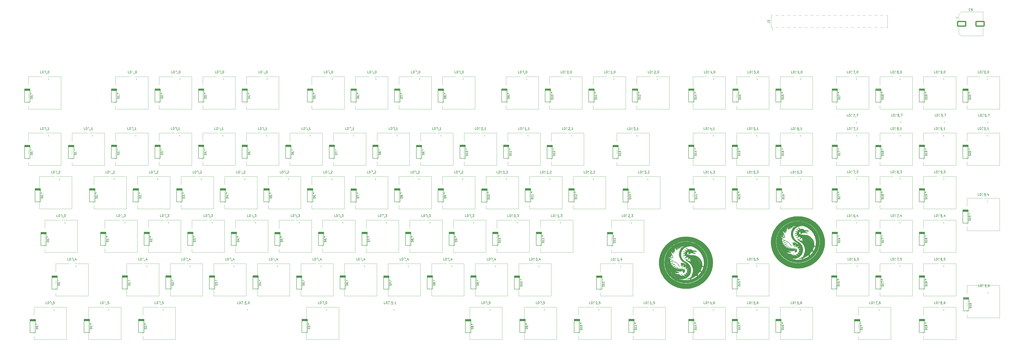
<source format=gto>
G04 #@! TF.GenerationSoftware,KiCad,Pcbnew,(6.0.1)*
G04 #@! TF.CreationDate,2022-01-19T01:15:35+10:00*
G04 #@! TF.ProjectId,RedPyKeeb_mainboard,52656450-794b-4656-9562-5f6d61696e62,rev?*
G04 #@! TF.SameCoordinates,Original*
G04 #@! TF.FileFunction,Legend,Top*
G04 #@! TF.FilePolarity,Positive*
%FSLAX46Y46*%
G04 Gerber Fmt 4.6, Leading zero omitted, Abs format (unit mm)*
G04 Created by KiCad (PCBNEW (6.0.1)) date 2022-01-19 01:15:35*
%MOMM*%
%LPD*%
G01*
G04 APERTURE LIST*
G04 Aperture macros list*
%AMRoundRect*
0 Rectangle with rounded corners*
0 $1 Rounding radius*
0 $2 $3 $4 $5 $6 $7 $8 $9 X,Y pos of 4 corners*
0 Add a 4 corners polygon primitive as box body*
4,1,4,$2,$3,$4,$5,$6,$7,$8,$9,$2,$3,0*
0 Add four circle primitives for the rounded corners*
1,1,$1+$1,$2,$3*
1,1,$1+$1,$4,$5*
1,1,$1+$1,$6,$7*
1,1,$1+$1,$8,$9*
0 Add four rect primitives between the rounded corners*
20,1,$1+$1,$2,$3,$4,$5,0*
20,1,$1+$1,$4,$5,$6,$7,0*
20,1,$1+$1,$6,$7,$8,$9,0*
20,1,$1+$1,$8,$9,$2,$3,0*%
G04 Aperture macros list end*
%ADD10C,0.150000*%
%ADD11C,0.100000*%
%ADD12C,0.010000*%
%ADD13C,0.120000*%
%ADD14C,0.200000*%
%ADD15C,1.600000*%
%ADD16R,1.600000X1.600000*%
%ADD17R,1.000000X3.150000*%
%ADD18R,0.800000X0.500000*%
%ADD19R,0.800000X0.300000*%
%ADD20R,0.500000X1.000000*%
%ADD21R,0.500000X2.180000*%
%ADD22C,0.800000*%
%ADD23R,1.200000X1.200000*%
%ADD24C,1.750000*%
%ADD25C,4.000000*%
%ADD26C,3.000000*%
%ADD27RoundRect,0.250000X-1.750000X-1.000000X1.750000X-1.000000X1.750000X1.000000X-1.750000X1.000000X0*%
G04 APERTURE END LIST*
D10*
X341393980Y-24653833D02*
X342108266Y-24653833D01*
X342251123Y-24701452D01*
X342346361Y-24796690D01*
X342393980Y-24939547D01*
X342393980Y-25034785D01*
X342393980Y-23653833D02*
X342393980Y-24225261D01*
X342393980Y-23939547D02*
X341393980Y-23939547D01*
X341536838Y-24034785D01*
X341632076Y-24130023D01*
X341679695Y-24225261D01*
X62309547Y-46919880D02*
X61833357Y-46919880D01*
X61833357Y-45919880D01*
X62642880Y-46919880D02*
X62642880Y-45919880D01*
X62880976Y-45919880D01*
X63023833Y-45967500D01*
X63119071Y-46062738D01*
X63166690Y-46157976D01*
X63214309Y-46348452D01*
X63214309Y-46491309D01*
X63166690Y-46681785D01*
X63119071Y-46777023D01*
X63023833Y-46872261D01*
X62880976Y-46919880D01*
X62642880Y-46919880D01*
X64166690Y-46919880D02*
X63595261Y-46919880D01*
X63880976Y-46919880D02*
X63880976Y-45919880D01*
X63785738Y-46062738D01*
X63690500Y-46157976D01*
X63595261Y-46205595D01*
X64642880Y-46872261D02*
X64642880Y-46919880D01*
X64595261Y-47015119D01*
X64547642Y-47062738D01*
X65261928Y-45919880D02*
X65357166Y-45919880D01*
X65452404Y-45967500D01*
X65500023Y-46015119D01*
X65547642Y-46110357D01*
X65595261Y-46300833D01*
X65595261Y-46538928D01*
X65547642Y-46729404D01*
X65500023Y-46824642D01*
X65452404Y-46872261D01*
X65357166Y-46919880D01*
X65261928Y-46919880D01*
X65166690Y-46872261D01*
X65119071Y-46824642D01*
X65071452Y-46729404D01*
X65023833Y-46538928D01*
X65023833Y-46300833D01*
X65071452Y-46110357D01*
X65119071Y-46015119D01*
X65166690Y-45967500D01*
X65261928Y-45919880D01*
D11*
X65561928Y-49748928D02*
X65219071Y-49748928D01*
X65390500Y-49748928D02*
X65390500Y-49148928D01*
X65333357Y-49234642D01*
X65276214Y-49291785D01*
X65219071Y-49320357D01*
D10*
X96076404Y-57943604D02*
X95276404Y-57943604D01*
X95276404Y-57753128D01*
X95314500Y-57638842D01*
X95390690Y-57562652D01*
X95466880Y-57524557D01*
X95619261Y-57486461D01*
X95733547Y-57486461D01*
X95885928Y-57524557D01*
X95962119Y-57562652D01*
X96038309Y-57638842D01*
X96076404Y-57753128D01*
X96076404Y-57943604D01*
X95276404Y-57219795D02*
X95276404Y-56724557D01*
X95581166Y-56991223D01*
X95581166Y-56876938D01*
X95619261Y-56800747D01*
X95657357Y-56762652D01*
X95733547Y-56724557D01*
X95924023Y-56724557D01*
X96000214Y-56762652D01*
X96038309Y-56800747D01*
X96076404Y-56876938D01*
X96076404Y-57105509D01*
X96038309Y-57181700D01*
X96000214Y-57219795D01*
X96038309Y-56343604D02*
X96076404Y-56343604D01*
X96152595Y-56381700D01*
X96190690Y-56419795D01*
X95276404Y-55848366D02*
X95276404Y-55772176D01*
X95314500Y-55695985D01*
X95352595Y-55657890D01*
X95428785Y-55619795D01*
X95581166Y-55581700D01*
X95771642Y-55581700D01*
X95924023Y-55619795D01*
X96000214Y-55657890D01*
X96038309Y-55695985D01*
X96076404Y-55772176D01*
X96076404Y-55848366D01*
X96038309Y-55924557D01*
X96000214Y-55962652D01*
X95924023Y-56000747D01*
X95771642Y-56038842D01*
X95581166Y-56038842D01*
X95428785Y-56000747D01*
X95352595Y-55962652D01*
X95314500Y-55924557D01*
X95276404Y-55848366D01*
X77026404Y-57943604D02*
X76226404Y-57943604D01*
X76226404Y-57753128D01*
X76264500Y-57638842D01*
X76340690Y-57562652D01*
X76416880Y-57524557D01*
X76569261Y-57486461D01*
X76683547Y-57486461D01*
X76835928Y-57524557D01*
X76912119Y-57562652D01*
X76988309Y-57638842D01*
X77026404Y-57753128D01*
X77026404Y-57943604D01*
X76302595Y-57181700D02*
X76264500Y-57143604D01*
X76226404Y-57067414D01*
X76226404Y-56876938D01*
X76264500Y-56800747D01*
X76302595Y-56762652D01*
X76378785Y-56724557D01*
X76454976Y-56724557D01*
X76569261Y-56762652D01*
X77026404Y-57219795D01*
X77026404Y-56724557D01*
X76988309Y-56343604D02*
X77026404Y-56343604D01*
X77102595Y-56381700D01*
X77140690Y-56419795D01*
X76226404Y-55848366D02*
X76226404Y-55772176D01*
X76264500Y-55695985D01*
X76302595Y-55657890D01*
X76378785Y-55619795D01*
X76531166Y-55581700D01*
X76721642Y-55581700D01*
X76874023Y-55619795D01*
X76950214Y-55657890D01*
X76988309Y-55695985D01*
X77026404Y-55772176D01*
X77026404Y-55848366D01*
X76988309Y-55924557D01*
X76950214Y-55962652D01*
X76874023Y-56000747D01*
X76721642Y-56038842D01*
X76531166Y-56038842D01*
X76378785Y-56000747D01*
X76302595Y-55962652D01*
X76264500Y-55924557D01*
X76226404Y-55848366D01*
X57976404Y-57994404D02*
X57176404Y-57994404D01*
X57176404Y-57803928D01*
X57214500Y-57689642D01*
X57290690Y-57613452D01*
X57366880Y-57575357D01*
X57519261Y-57537261D01*
X57633547Y-57537261D01*
X57785928Y-57575357D01*
X57862119Y-57613452D01*
X57938309Y-57689642D01*
X57976404Y-57803928D01*
X57976404Y-57994404D01*
X57976404Y-56775357D02*
X57976404Y-57232500D01*
X57976404Y-57003928D02*
X57176404Y-57003928D01*
X57290690Y-57080119D01*
X57366880Y-57156309D01*
X57404976Y-57232500D01*
X57938309Y-56394404D02*
X57976404Y-56394404D01*
X58052595Y-56432500D01*
X58090690Y-56470595D01*
X57176404Y-55899166D02*
X57176404Y-55822976D01*
X57214500Y-55746785D01*
X57252595Y-55708690D01*
X57328785Y-55670595D01*
X57481166Y-55632500D01*
X57671642Y-55632500D01*
X57824023Y-55670595D01*
X57900214Y-55708690D01*
X57938309Y-55746785D01*
X57976404Y-55822976D01*
X57976404Y-55899166D01*
X57938309Y-55975357D01*
X57900214Y-56013452D01*
X57824023Y-56051547D01*
X57671642Y-56089642D01*
X57481166Y-56089642D01*
X57328785Y-56051547D01*
X57252595Y-56013452D01*
X57214500Y-55975357D01*
X57176404Y-55899166D01*
X100409547Y-46919880D02*
X99933357Y-46919880D01*
X99933357Y-45919880D01*
X100742880Y-46919880D02*
X100742880Y-45919880D01*
X100980976Y-45919880D01*
X101123833Y-45967500D01*
X101219071Y-46062738D01*
X101266690Y-46157976D01*
X101314309Y-46348452D01*
X101314309Y-46491309D01*
X101266690Y-46681785D01*
X101219071Y-46777023D01*
X101123833Y-46872261D01*
X100980976Y-46919880D01*
X100742880Y-46919880D01*
X101647642Y-45919880D02*
X102266690Y-45919880D01*
X101933357Y-46300833D01*
X102076214Y-46300833D01*
X102171452Y-46348452D01*
X102219071Y-46396071D01*
X102266690Y-46491309D01*
X102266690Y-46729404D01*
X102219071Y-46824642D01*
X102171452Y-46872261D01*
X102076214Y-46919880D01*
X101790500Y-46919880D01*
X101695261Y-46872261D01*
X101647642Y-46824642D01*
X102742880Y-46872261D02*
X102742880Y-46919880D01*
X102695261Y-47015119D01*
X102647642Y-47062738D01*
X103361928Y-45919880D02*
X103457166Y-45919880D01*
X103552404Y-45967500D01*
X103600023Y-46015119D01*
X103647642Y-46110357D01*
X103695261Y-46300833D01*
X103695261Y-46538928D01*
X103647642Y-46729404D01*
X103600023Y-46824642D01*
X103552404Y-46872261D01*
X103457166Y-46919880D01*
X103361928Y-46919880D01*
X103266690Y-46872261D01*
X103219071Y-46824642D01*
X103171452Y-46729404D01*
X103123833Y-46538928D01*
X103123833Y-46300833D01*
X103171452Y-46110357D01*
X103219071Y-46015119D01*
X103266690Y-45967500D01*
X103361928Y-45919880D01*
D11*
X103661928Y-49748928D02*
X103319071Y-49748928D01*
X103490500Y-49748928D02*
X103490500Y-49148928D01*
X103433357Y-49234642D01*
X103376214Y-49291785D01*
X103319071Y-49320357D01*
D10*
X119459547Y-46919880D02*
X118983357Y-46919880D01*
X118983357Y-45919880D01*
X119792880Y-46919880D02*
X119792880Y-45919880D01*
X120030976Y-45919880D01*
X120173833Y-45967500D01*
X120269071Y-46062738D01*
X120316690Y-46157976D01*
X120364309Y-46348452D01*
X120364309Y-46491309D01*
X120316690Y-46681785D01*
X120269071Y-46777023D01*
X120173833Y-46872261D01*
X120030976Y-46919880D01*
X119792880Y-46919880D01*
X121221452Y-46253214D02*
X121221452Y-46919880D01*
X120983357Y-45872261D02*
X120745261Y-46586547D01*
X121364309Y-46586547D01*
X121792880Y-46872261D02*
X121792880Y-46919880D01*
X121745261Y-47015119D01*
X121697642Y-47062738D01*
X122411928Y-45919880D02*
X122507166Y-45919880D01*
X122602404Y-45967500D01*
X122650023Y-46015119D01*
X122697642Y-46110357D01*
X122745261Y-46300833D01*
X122745261Y-46538928D01*
X122697642Y-46729404D01*
X122650023Y-46824642D01*
X122602404Y-46872261D01*
X122507166Y-46919880D01*
X122411928Y-46919880D01*
X122316690Y-46872261D01*
X122269071Y-46824642D01*
X122221452Y-46729404D01*
X122173833Y-46538928D01*
X122173833Y-46300833D01*
X122221452Y-46110357D01*
X122269071Y-46015119D01*
X122316690Y-45967500D01*
X122411928Y-45919880D01*
D11*
X122711928Y-49748928D02*
X122369071Y-49748928D01*
X122540500Y-49748928D02*
X122540500Y-49148928D01*
X122483357Y-49234642D01*
X122426214Y-49291785D01*
X122369071Y-49320357D01*
D10*
X81359547Y-46919880D02*
X80883357Y-46919880D01*
X80883357Y-45919880D01*
X81692880Y-46919880D02*
X81692880Y-45919880D01*
X81930976Y-45919880D01*
X82073833Y-45967500D01*
X82169071Y-46062738D01*
X82216690Y-46157976D01*
X82264309Y-46348452D01*
X82264309Y-46491309D01*
X82216690Y-46681785D01*
X82169071Y-46777023D01*
X82073833Y-46872261D01*
X81930976Y-46919880D01*
X81692880Y-46919880D01*
X82645261Y-46015119D02*
X82692880Y-45967500D01*
X82788119Y-45919880D01*
X83026214Y-45919880D01*
X83121452Y-45967500D01*
X83169071Y-46015119D01*
X83216690Y-46110357D01*
X83216690Y-46205595D01*
X83169071Y-46348452D01*
X82597642Y-46919880D01*
X83216690Y-46919880D01*
X83692880Y-46872261D02*
X83692880Y-46919880D01*
X83645261Y-47015119D01*
X83597642Y-47062738D01*
X84311928Y-45919880D02*
X84407166Y-45919880D01*
X84502404Y-45967500D01*
X84550023Y-46015119D01*
X84597642Y-46110357D01*
X84645261Y-46300833D01*
X84645261Y-46538928D01*
X84597642Y-46729404D01*
X84550023Y-46824642D01*
X84502404Y-46872261D01*
X84407166Y-46919880D01*
X84311928Y-46919880D01*
X84216690Y-46872261D01*
X84169071Y-46824642D01*
X84121452Y-46729404D01*
X84073833Y-46538928D01*
X84073833Y-46300833D01*
X84121452Y-46110357D01*
X84169071Y-46015119D01*
X84216690Y-45967500D01*
X84311928Y-45919880D01*
D11*
X84611928Y-49748928D02*
X84269071Y-49748928D01*
X84440500Y-49748928D02*
X84440500Y-49148928D01*
X84383357Y-49234642D01*
X84326214Y-49291785D01*
X84269071Y-49320357D01*
D10*
X115126404Y-57943604D02*
X114326404Y-57943604D01*
X114326404Y-57753128D01*
X114364500Y-57638842D01*
X114440690Y-57562652D01*
X114516880Y-57524557D01*
X114669261Y-57486461D01*
X114783547Y-57486461D01*
X114935928Y-57524557D01*
X115012119Y-57562652D01*
X115088309Y-57638842D01*
X115126404Y-57753128D01*
X115126404Y-57943604D01*
X114593071Y-56800747D02*
X115126404Y-56800747D01*
X114288309Y-56991223D02*
X114859738Y-57181700D01*
X114859738Y-56686461D01*
X115088309Y-56343604D02*
X115126404Y-56343604D01*
X115202595Y-56381700D01*
X115240690Y-56419795D01*
X114326404Y-55848366D02*
X114326404Y-55772176D01*
X114364500Y-55695985D01*
X114402595Y-55657890D01*
X114478785Y-55619795D01*
X114631166Y-55581700D01*
X114821642Y-55581700D01*
X114974023Y-55619795D01*
X115050214Y-55657890D01*
X115088309Y-55695985D01*
X115126404Y-55772176D01*
X115126404Y-55848366D01*
X115088309Y-55924557D01*
X115050214Y-55962652D01*
X114974023Y-56000747D01*
X114821642Y-56038842D01*
X114631166Y-56038842D01*
X114478785Y-56000747D01*
X114402595Y-55962652D01*
X114364500Y-55924557D01*
X114326404Y-55848366D01*
X430122033Y-19519042D02*
X430074414Y-19566661D01*
X429931557Y-19614280D01*
X429836319Y-19614280D01*
X429693461Y-19566661D01*
X429598223Y-19471423D01*
X429550604Y-19376185D01*
X429502985Y-19185709D01*
X429502985Y-19042852D01*
X429550604Y-18852376D01*
X429598223Y-18757138D01*
X429693461Y-18661900D01*
X429836319Y-18614280D01*
X429931557Y-18614280D01*
X430074414Y-18661900D01*
X430122033Y-18709519D01*
X430979176Y-18614280D02*
X430788700Y-18614280D01*
X430693461Y-18661900D01*
X430645842Y-18709519D01*
X430550604Y-18852376D01*
X430502985Y-19042852D01*
X430502985Y-19423804D01*
X430550604Y-19519042D01*
X430598223Y-19566661D01*
X430693461Y-19614280D01*
X430883938Y-19614280D01*
X430979176Y-19566661D01*
X431026795Y-19519042D01*
X431074414Y-19423804D01*
X431074414Y-19185709D01*
X431026795Y-19090471D01*
X430979176Y-19042852D01*
X430883938Y-18995233D01*
X430693461Y-18995233D01*
X430598223Y-19042852D01*
X430550604Y-19090471D01*
X430502985Y-19185709D01*
X434165607Y-140360130D02*
X433689416Y-140360130D01*
X433689416Y-139360130D01*
X434498940Y-140360130D02*
X434498940Y-139360130D01*
X434737035Y-139360130D01*
X434879892Y-139407750D01*
X434975130Y-139502988D01*
X435022750Y-139598226D01*
X435070369Y-139788702D01*
X435070369Y-139931559D01*
X435022750Y-140122035D01*
X434975130Y-140217273D01*
X434879892Y-140312511D01*
X434737035Y-140360130D01*
X434498940Y-140360130D01*
X436022750Y-140360130D02*
X435451321Y-140360130D01*
X435737035Y-140360130D02*
X435737035Y-139360130D01*
X435641797Y-139502988D01*
X435546559Y-139598226D01*
X435451321Y-139645845D01*
X436498940Y-140360130D02*
X436689416Y-140360130D01*
X436784654Y-140312511D01*
X436832273Y-140264892D01*
X436927511Y-140122035D01*
X436975130Y-139931559D01*
X436975130Y-139550607D01*
X436927511Y-139455369D01*
X436879892Y-139407750D01*
X436784654Y-139360130D01*
X436594178Y-139360130D01*
X436498940Y-139407750D01*
X436451321Y-139455369D01*
X436403702Y-139550607D01*
X436403702Y-139788702D01*
X436451321Y-139883940D01*
X436498940Y-139931559D01*
X436594178Y-139979178D01*
X436784654Y-139979178D01*
X436879892Y-139931559D01*
X436927511Y-139883940D01*
X436975130Y-139788702D01*
X437451321Y-140312511D02*
X437451321Y-140360130D01*
X437403702Y-140455369D01*
X437356083Y-140502988D01*
X438308464Y-139360130D02*
X438117988Y-139360130D01*
X438022750Y-139407750D01*
X437975130Y-139455369D01*
X437879892Y-139598226D01*
X437832273Y-139788702D01*
X437832273Y-140169654D01*
X437879892Y-140264892D01*
X437927511Y-140312511D01*
X438022750Y-140360130D01*
X438213226Y-140360130D01*
X438308464Y-140312511D01*
X438356083Y-140264892D01*
X438403702Y-140169654D01*
X438403702Y-139931559D01*
X438356083Y-139836321D01*
X438308464Y-139788702D01*
X438213226Y-139741083D01*
X438022750Y-139741083D01*
X437927511Y-139788702D01*
X437879892Y-139836321D01*
X437832273Y-139931559D01*
D11*
X437894178Y-143189178D02*
X437551321Y-143189178D01*
X437722750Y-143189178D02*
X437722750Y-142589178D01*
X437665607Y-142674892D01*
X437608464Y-142732035D01*
X437551321Y-142760607D01*
D10*
X430499154Y-149605807D02*
X429699154Y-149605807D01*
X429699154Y-149415330D01*
X429737250Y-149301045D01*
X429813440Y-149224854D01*
X429889630Y-149186759D01*
X430042011Y-149148664D01*
X430156297Y-149148664D01*
X430308678Y-149186759D01*
X430384869Y-149224854D01*
X430461059Y-149301045D01*
X430499154Y-149415330D01*
X430499154Y-149605807D01*
X430499154Y-148386759D02*
X430499154Y-148843902D01*
X430499154Y-148615330D02*
X429699154Y-148615330D01*
X429813440Y-148691521D01*
X429889630Y-148767711D01*
X429927726Y-148843902D01*
X430499154Y-148005807D02*
X430499154Y-147853426D01*
X430461059Y-147777235D01*
X430422964Y-147739140D01*
X430308678Y-147662950D01*
X430156297Y-147624854D01*
X429851535Y-147624854D01*
X429775345Y-147662950D01*
X429737250Y-147701045D01*
X429699154Y-147777235D01*
X429699154Y-147929616D01*
X429737250Y-148005807D01*
X429775345Y-148043902D01*
X429851535Y-148081997D01*
X430042011Y-148081997D01*
X430118202Y-148043902D01*
X430156297Y-148005807D01*
X430194392Y-147929616D01*
X430194392Y-147777235D01*
X430156297Y-147701045D01*
X430118202Y-147662950D01*
X430042011Y-147624854D01*
X430461059Y-147243902D02*
X430499154Y-147243902D01*
X430575345Y-147281997D01*
X430613440Y-147320092D01*
X429699154Y-146558188D02*
X429699154Y-146710569D01*
X429737250Y-146786759D01*
X429775345Y-146824854D01*
X429889630Y-146901045D01*
X430042011Y-146939140D01*
X430346773Y-146939140D01*
X430422964Y-146901045D01*
X430461059Y-146862950D01*
X430499154Y-146786759D01*
X430499154Y-146634378D01*
X430461059Y-146558188D01*
X430422964Y-146520092D01*
X430346773Y-146481997D01*
X430156297Y-146481997D01*
X430080107Y-146520092D01*
X430042011Y-146558188D01*
X430003916Y-146634378D01*
X430003916Y-146786759D01*
X430042011Y-146862950D01*
X430080107Y-146901045D01*
X430156297Y-146939140D01*
X414861607Y-147853130D02*
X414385416Y-147853130D01*
X414385416Y-146853130D01*
X415194940Y-147853130D02*
X415194940Y-146853130D01*
X415433035Y-146853130D01*
X415575892Y-146900750D01*
X415671130Y-146995988D01*
X415718750Y-147091226D01*
X415766369Y-147281702D01*
X415766369Y-147424559D01*
X415718750Y-147615035D01*
X415671130Y-147710273D01*
X415575892Y-147805511D01*
X415433035Y-147853130D01*
X415194940Y-147853130D01*
X416718750Y-147853130D02*
X416147321Y-147853130D01*
X416433035Y-147853130D02*
X416433035Y-146853130D01*
X416337797Y-146995988D01*
X416242559Y-147091226D01*
X416147321Y-147138845D01*
X417290178Y-147281702D02*
X417194940Y-147234083D01*
X417147321Y-147186464D01*
X417099702Y-147091226D01*
X417099702Y-147043607D01*
X417147321Y-146948369D01*
X417194940Y-146900750D01*
X417290178Y-146853130D01*
X417480654Y-146853130D01*
X417575892Y-146900750D01*
X417623511Y-146948369D01*
X417671130Y-147043607D01*
X417671130Y-147091226D01*
X417623511Y-147186464D01*
X417575892Y-147234083D01*
X417480654Y-147281702D01*
X417290178Y-147281702D01*
X417194940Y-147329321D01*
X417147321Y-147376940D01*
X417099702Y-147472178D01*
X417099702Y-147662654D01*
X417147321Y-147757892D01*
X417194940Y-147805511D01*
X417290178Y-147853130D01*
X417480654Y-147853130D01*
X417575892Y-147805511D01*
X417623511Y-147757892D01*
X417671130Y-147662654D01*
X417671130Y-147472178D01*
X417623511Y-147376940D01*
X417575892Y-147329321D01*
X417480654Y-147281702D01*
X418147321Y-147805511D02*
X418147321Y-147853130D01*
X418099702Y-147948369D01*
X418052083Y-147995988D01*
X419004464Y-146853130D02*
X418813988Y-146853130D01*
X418718750Y-146900750D01*
X418671130Y-146948369D01*
X418575892Y-147091226D01*
X418528273Y-147281702D01*
X418528273Y-147662654D01*
X418575892Y-147757892D01*
X418623511Y-147805511D01*
X418718750Y-147853130D01*
X418909226Y-147853130D01*
X419004464Y-147805511D01*
X419052083Y-147757892D01*
X419099702Y-147662654D01*
X419099702Y-147424559D01*
X419052083Y-147329321D01*
X419004464Y-147281702D01*
X418909226Y-147234083D01*
X418718750Y-147234083D01*
X418623511Y-147281702D01*
X418575892Y-147329321D01*
X418528273Y-147424559D01*
D11*
X418590178Y-150682178D02*
X418247321Y-150682178D01*
X418418750Y-150682178D02*
X418418750Y-150082178D01*
X418361607Y-150167892D01*
X418304464Y-150225035D01*
X418247321Y-150253607D01*
D10*
X411195154Y-159130807D02*
X410395154Y-159130807D01*
X410395154Y-158940330D01*
X410433250Y-158826045D01*
X410509440Y-158749854D01*
X410585630Y-158711759D01*
X410738011Y-158673664D01*
X410852297Y-158673664D01*
X411004678Y-158711759D01*
X411080869Y-158749854D01*
X411157059Y-158826045D01*
X411195154Y-158940330D01*
X411195154Y-159130807D01*
X411195154Y-157911759D02*
X411195154Y-158368902D01*
X411195154Y-158140330D02*
X410395154Y-158140330D01*
X410509440Y-158216521D01*
X410585630Y-158292711D01*
X410623726Y-158368902D01*
X410738011Y-157454616D02*
X410699916Y-157530807D01*
X410661821Y-157568902D01*
X410585630Y-157606997D01*
X410547535Y-157606997D01*
X410471345Y-157568902D01*
X410433250Y-157530807D01*
X410395154Y-157454616D01*
X410395154Y-157302235D01*
X410433250Y-157226045D01*
X410471345Y-157187950D01*
X410547535Y-157149854D01*
X410585630Y-157149854D01*
X410661821Y-157187950D01*
X410699916Y-157226045D01*
X410738011Y-157302235D01*
X410738011Y-157454616D01*
X410776107Y-157530807D01*
X410814202Y-157568902D01*
X410890392Y-157606997D01*
X411042773Y-157606997D01*
X411118964Y-157568902D01*
X411157059Y-157530807D01*
X411195154Y-157454616D01*
X411195154Y-157302235D01*
X411157059Y-157226045D01*
X411118964Y-157187950D01*
X411042773Y-157149854D01*
X410890392Y-157149854D01*
X410814202Y-157187950D01*
X410776107Y-157226045D01*
X410738011Y-157302235D01*
X411157059Y-156768902D02*
X411195154Y-156768902D01*
X411271345Y-156806997D01*
X411309440Y-156845092D01*
X410395154Y-156083188D02*
X410395154Y-156235569D01*
X410433250Y-156311759D01*
X410471345Y-156349854D01*
X410585630Y-156426045D01*
X410738011Y-156464140D01*
X411042773Y-156464140D01*
X411118964Y-156426045D01*
X411157059Y-156387950D01*
X411195154Y-156311759D01*
X411195154Y-156159378D01*
X411157059Y-156083188D01*
X411118964Y-156045092D01*
X411042773Y-156006997D01*
X410852297Y-156006997D01*
X410776107Y-156045092D01*
X410738011Y-156083188D01*
X410699916Y-156159378D01*
X410699916Y-156311759D01*
X410738011Y-156387950D01*
X410776107Y-156426045D01*
X410852297Y-156464140D01*
X414861607Y-128803130D02*
X414385416Y-128803130D01*
X414385416Y-127803130D01*
X415194940Y-128803130D02*
X415194940Y-127803130D01*
X415433035Y-127803130D01*
X415575892Y-127850750D01*
X415671130Y-127945988D01*
X415718750Y-128041226D01*
X415766369Y-128231702D01*
X415766369Y-128374559D01*
X415718750Y-128565035D01*
X415671130Y-128660273D01*
X415575892Y-128755511D01*
X415433035Y-128803130D01*
X415194940Y-128803130D01*
X416718750Y-128803130D02*
X416147321Y-128803130D01*
X416433035Y-128803130D02*
X416433035Y-127803130D01*
X416337797Y-127945988D01*
X416242559Y-128041226D01*
X416147321Y-128088845D01*
X417290178Y-128231702D02*
X417194940Y-128184083D01*
X417147321Y-128136464D01*
X417099702Y-128041226D01*
X417099702Y-127993607D01*
X417147321Y-127898369D01*
X417194940Y-127850750D01*
X417290178Y-127803130D01*
X417480654Y-127803130D01*
X417575892Y-127850750D01*
X417623511Y-127898369D01*
X417671130Y-127993607D01*
X417671130Y-128041226D01*
X417623511Y-128136464D01*
X417575892Y-128184083D01*
X417480654Y-128231702D01*
X417290178Y-128231702D01*
X417194940Y-128279321D01*
X417147321Y-128326940D01*
X417099702Y-128422178D01*
X417099702Y-128612654D01*
X417147321Y-128707892D01*
X417194940Y-128755511D01*
X417290178Y-128803130D01*
X417480654Y-128803130D01*
X417575892Y-128755511D01*
X417623511Y-128707892D01*
X417671130Y-128612654D01*
X417671130Y-128422178D01*
X417623511Y-128326940D01*
X417575892Y-128279321D01*
X417480654Y-128231702D01*
X418147321Y-128755511D02*
X418147321Y-128803130D01*
X418099702Y-128898369D01*
X418052083Y-128945988D01*
X419052083Y-127803130D02*
X418575892Y-127803130D01*
X418528273Y-128279321D01*
X418575892Y-128231702D01*
X418671130Y-128184083D01*
X418909226Y-128184083D01*
X419004464Y-128231702D01*
X419052083Y-128279321D01*
X419099702Y-128374559D01*
X419099702Y-128612654D01*
X419052083Y-128707892D01*
X419004464Y-128755511D01*
X418909226Y-128803130D01*
X418671130Y-128803130D01*
X418575892Y-128755511D01*
X418528273Y-128707892D01*
D11*
X418590178Y-131632178D02*
X418247321Y-131632178D01*
X418418750Y-131632178D02*
X418418750Y-131032178D01*
X418361607Y-131117892D01*
X418304464Y-131175035D01*
X418247321Y-131203607D01*
D10*
X411195154Y-140080807D02*
X410395154Y-140080807D01*
X410395154Y-139890330D01*
X410433250Y-139776045D01*
X410509440Y-139699854D01*
X410585630Y-139661759D01*
X410738011Y-139623664D01*
X410852297Y-139623664D01*
X411004678Y-139661759D01*
X411080869Y-139699854D01*
X411157059Y-139776045D01*
X411195154Y-139890330D01*
X411195154Y-140080807D01*
X411195154Y-138861759D02*
X411195154Y-139318902D01*
X411195154Y-139090330D02*
X410395154Y-139090330D01*
X410509440Y-139166521D01*
X410585630Y-139242711D01*
X410623726Y-139318902D01*
X410738011Y-138404616D02*
X410699916Y-138480807D01*
X410661821Y-138518902D01*
X410585630Y-138556997D01*
X410547535Y-138556997D01*
X410471345Y-138518902D01*
X410433250Y-138480807D01*
X410395154Y-138404616D01*
X410395154Y-138252235D01*
X410433250Y-138176045D01*
X410471345Y-138137950D01*
X410547535Y-138099854D01*
X410585630Y-138099854D01*
X410661821Y-138137950D01*
X410699916Y-138176045D01*
X410738011Y-138252235D01*
X410738011Y-138404616D01*
X410776107Y-138480807D01*
X410814202Y-138518902D01*
X410890392Y-138556997D01*
X411042773Y-138556997D01*
X411118964Y-138518902D01*
X411157059Y-138480807D01*
X411195154Y-138404616D01*
X411195154Y-138252235D01*
X411157059Y-138176045D01*
X411118964Y-138137950D01*
X411042773Y-138099854D01*
X410890392Y-138099854D01*
X410814202Y-138137950D01*
X410776107Y-138176045D01*
X410738011Y-138252235D01*
X411157059Y-137718902D02*
X411195154Y-137718902D01*
X411271345Y-137756997D01*
X411309440Y-137795092D01*
X410395154Y-136995092D02*
X410395154Y-137376045D01*
X410776107Y-137414140D01*
X410738011Y-137376045D01*
X410699916Y-137299854D01*
X410699916Y-137109378D01*
X410738011Y-137033188D01*
X410776107Y-136995092D01*
X410852297Y-136956997D01*
X411042773Y-136956997D01*
X411118964Y-136995092D01*
X411157059Y-137033188D01*
X411195154Y-137109378D01*
X411195154Y-137299854D01*
X411157059Y-137376045D01*
X411118964Y-137414140D01*
X392145154Y-140080807D02*
X391345154Y-140080807D01*
X391345154Y-139890330D01*
X391383250Y-139776045D01*
X391459440Y-139699854D01*
X391535630Y-139661759D01*
X391688011Y-139623664D01*
X391802297Y-139623664D01*
X391954678Y-139661759D01*
X392030869Y-139699854D01*
X392107059Y-139776045D01*
X392145154Y-139890330D01*
X392145154Y-140080807D01*
X392145154Y-138861759D02*
X392145154Y-139318902D01*
X392145154Y-139090330D02*
X391345154Y-139090330D01*
X391459440Y-139166521D01*
X391535630Y-139242711D01*
X391573726Y-139318902D01*
X391345154Y-138595092D02*
X391345154Y-138061759D01*
X392145154Y-138404616D01*
X392107059Y-137718902D02*
X392145154Y-137718902D01*
X392221345Y-137756997D01*
X392259440Y-137795092D01*
X391345154Y-136995092D02*
X391345154Y-137376045D01*
X391726107Y-137414140D01*
X391688011Y-137376045D01*
X391649916Y-137299854D01*
X391649916Y-137109378D01*
X391688011Y-137033188D01*
X391726107Y-136995092D01*
X391802297Y-136956997D01*
X391992773Y-136956997D01*
X392068964Y-136995092D01*
X392107059Y-137033188D01*
X392145154Y-137109378D01*
X392145154Y-137299854D01*
X392107059Y-137376045D01*
X392068964Y-137414140D01*
X395811607Y-128803130D02*
X395335416Y-128803130D01*
X395335416Y-127803130D01*
X396144940Y-128803130D02*
X396144940Y-127803130D01*
X396383035Y-127803130D01*
X396525892Y-127850750D01*
X396621130Y-127945988D01*
X396668750Y-128041226D01*
X396716369Y-128231702D01*
X396716369Y-128374559D01*
X396668750Y-128565035D01*
X396621130Y-128660273D01*
X396525892Y-128755511D01*
X396383035Y-128803130D01*
X396144940Y-128803130D01*
X397668750Y-128803130D02*
X397097321Y-128803130D01*
X397383035Y-128803130D02*
X397383035Y-127803130D01*
X397287797Y-127945988D01*
X397192559Y-128041226D01*
X397097321Y-128088845D01*
X398002083Y-127803130D02*
X398668750Y-127803130D01*
X398240178Y-128803130D01*
X399097321Y-128755511D02*
X399097321Y-128803130D01*
X399049702Y-128898369D01*
X399002083Y-128945988D01*
X400002083Y-127803130D02*
X399525892Y-127803130D01*
X399478273Y-128279321D01*
X399525892Y-128231702D01*
X399621130Y-128184083D01*
X399859226Y-128184083D01*
X399954464Y-128231702D01*
X400002083Y-128279321D01*
X400049702Y-128374559D01*
X400049702Y-128612654D01*
X400002083Y-128707892D01*
X399954464Y-128755511D01*
X399859226Y-128803130D01*
X399621130Y-128803130D01*
X399525892Y-128755511D01*
X399478273Y-128707892D01*
D11*
X399540178Y-131632178D02*
X399197321Y-131632178D01*
X399368750Y-131632178D02*
X399368750Y-131032178D01*
X399311607Y-131117892D01*
X399254464Y-131175035D01*
X399197321Y-131203607D01*
D10*
X414861607Y-109753130D02*
X414385416Y-109753130D01*
X414385416Y-108753130D01*
X415194940Y-109753130D02*
X415194940Y-108753130D01*
X415433035Y-108753130D01*
X415575892Y-108800750D01*
X415671130Y-108895988D01*
X415718750Y-108991226D01*
X415766369Y-109181702D01*
X415766369Y-109324559D01*
X415718750Y-109515035D01*
X415671130Y-109610273D01*
X415575892Y-109705511D01*
X415433035Y-109753130D01*
X415194940Y-109753130D01*
X416718750Y-109753130D02*
X416147321Y-109753130D01*
X416433035Y-109753130D02*
X416433035Y-108753130D01*
X416337797Y-108895988D01*
X416242559Y-108991226D01*
X416147321Y-109038845D01*
X417290178Y-109181702D02*
X417194940Y-109134083D01*
X417147321Y-109086464D01*
X417099702Y-108991226D01*
X417099702Y-108943607D01*
X417147321Y-108848369D01*
X417194940Y-108800750D01*
X417290178Y-108753130D01*
X417480654Y-108753130D01*
X417575892Y-108800750D01*
X417623511Y-108848369D01*
X417671130Y-108943607D01*
X417671130Y-108991226D01*
X417623511Y-109086464D01*
X417575892Y-109134083D01*
X417480654Y-109181702D01*
X417290178Y-109181702D01*
X417194940Y-109229321D01*
X417147321Y-109276940D01*
X417099702Y-109372178D01*
X417099702Y-109562654D01*
X417147321Y-109657892D01*
X417194940Y-109705511D01*
X417290178Y-109753130D01*
X417480654Y-109753130D01*
X417575892Y-109705511D01*
X417623511Y-109657892D01*
X417671130Y-109562654D01*
X417671130Y-109372178D01*
X417623511Y-109276940D01*
X417575892Y-109229321D01*
X417480654Y-109181702D01*
X418147321Y-109705511D02*
X418147321Y-109753130D01*
X418099702Y-109848369D01*
X418052083Y-109895988D01*
X419004464Y-109086464D02*
X419004464Y-109753130D01*
X418766369Y-108705511D02*
X418528273Y-109419797D01*
X419147321Y-109419797D01*
D11*
X418590178Y-112582178D02*
X418247321Y-112582178D01*
X418418750Y-112582178D02*
X418418750Y-111982178D01*
X418361607Y-112067892D01*
X418304464Y-112125035D01*
X418247321Y-112153607D01*
D10*
X411195154Y-121030807D02*
X410395154Y-121030807D01*
X410395154Y-120840330D01*
X410433250Y-120726045D01*
X410509440Y-120649854D01*
X410585630Y-120611759D01*
X410738011Y-120573664D01*
X410852297Y-120573664D01*
X411004678Y-120611759D01*
X411080869Y-120649854D01*
X411157059Y-120726045D01*
X411195154Y-120840330D01*
X411195154Y-121030807D01*
X411195154Y-119811759D02*
X411195154Y-120268902D01*
X411195154Y-120040330D02*
X410395154Y-120040330D01*
X410509440Y-120116521D01*
X410585630Y-120192711D01*
X410623726Y-120268902D01*
X410738011Y-119354616D02*
X410699916Y-119430807D01*
X410661821Y-119468902D01*
X410585630Y-119506997D01*
X410547535Y-119506997D01*
X410471345Y-119468902D01*
X410433250Y-119430807D01*
X410395154Y-119354616D01*
X410395154Y-119202235D01*
X410433250Y-119126045D01*
X410471345Y-119087950D01*
X410547535Y-119049854D01*
X410585630Y-119049854D01*
X410661821Y-119087950D01*
X410699916Y-119126045D01*
X410738011Y-119202235D01*
X410738011Y-119354616D01*
X410776107Y-119430807D01*
X410814202Y-119468902D01*
X410890392Y-119506997D01*
X411042773Y-119506997D01*
X411118964Y-119468902D01*
X411157059Y-119430807D01*
X411195154Y-119354616D01*
X411195154Y-119202235D01*
X411157059Y-119126045D01*
X411118964Y-119087950D01*
X411042773Y-119049854D01*
X410890392Y-119049854D01*
X410814202Y-119087950D01*
X410776107Y-119126045D01*
X410738011Y-119202235D01*
X411157059Y-118668902D02*
X411195154Y-118668902D01*
X411271345Y-118706997D01*
X411309440Y-118745092D01*
X410661821Y-117983188D02*
X411195154Y-117983188D01*
X410357059Y-118173664D02*
X410928488Y-118364140D01*
X410928488Y-117868902D01*
X395811607Y-109753130D02*
X395335416Y-109753130D01*
X395335416Y-108753130D01*
X396144940Y-109753130D02*
X396144940Y-108753130D01*
X396383035Y-108753130D01*
X396525892Y-108800750D01*
X396621130Y-108895988D01*
X396668750Y-108991226D01*
X396716369Y-109181702D01*
X396716369Y-109324559D01*
X396668750Y-109515035D01*
X396621130Y-109610273D01*
X396525892Y-109705511D01*
X396383035Y-109753130D01*
X396144940Y-109753130D01*
X397668750Y-109753130D02*
X397097321Y-109753130D01*
X397383035Y-109753130D02*
X397383035Y-108753130D01*
X397287797Y-108895988D01*
X397192559Y-108991226D01*
X397097321Y-109038845D01*
X398002083Y-108753130D02*
X398668750Y-108753130D01*
X398240178Y-109753130D01*
X399097321Y-109705511D02*
X399097321Y-109753130D01*
X399049702Y-109848369D01*
X399002083Y-109895988D01*
X399954464Y-109086464D02*
X399954464Y-109753130D01*
X399716369Y-108705511D02*
X399478273Y-109419797D01*
X400097321Y-109419797D01*
D11*
X399540178Y-112582178D02*
X399197321Y-112582178D01*
X399368750Y-112582178D02*
X399368750Y-111982178D01*
X399311607Y-112067892D01*
X399254464Y-112125035D01*
X399197321Y-112153607D01*
D10*
X392145154Y-121030807D02*
X391345154Y-121030807D01*
X391345154Y-120840330D01*
X391383250Y-120726045D01*
X391459440Y-120649854D01*
X391535630Y-120611759D01*
X391688011Y-120573664D01*
X391802297Y-120573664D01*
X391954678Y-120611759D01*
X392030869Y-120649854D01*
X392107059Y-120726045D01*
X392145154Y-120840330D01*
X392145154Y-121030807D01*
X392145154Y-119811759D02*
X392145154Y-120268902D01*
X392145154Y-120040330D02*
X391345154Y-120040330D01*
X391459440Y-120116521D01*
X391535630Y-120192711D01*
X391573726Y-120268902D01*
X391345154Y-119545092D02*
X391345154Y-119011759D01*
X392145154Y-119354616D01*
X392107059Y-118668902D02*
X392145154Y-118668902D01*
X392221345Y-118706997D01*
X392259440Y-118745092D01*
X391611821Y-117983188D02*
X392145154Y-117983188D01*
X391307059Y-118173664D02*
X391878488Y-118364140D01*
X391878488Y-117868902D01*
X386540607Y-147853130D02*
X386064416Y-147853130D01*
X386064416Y-146853130D01*
X386873940Y-147853130D02*
X386873940Y-146853130D01*
X387112035Y-146853130D01*
X387254892Y-146900750D01*
X387350130Y-146995988D01*
X387397750Y-147091226D01*
X387445369Y-147281702D01*
X387445369Y-147424559D01*
X387397750Y-147615035D01*
X387350130Y-147710273D01*
X387254892Y-147805511D01*
X387112035Y-147853130D01*
X386873940Y-147853130D01*
X388397750Y-147853130D02*
X387826321Y-147853130D01*
X388112035Y-147853130D02*
X388112035Y-146853130D01*
X388016797Y-146995988D01*
X387921559Y-147091226D01*
X387826321Y-147138845D01*
X388731083Y-146853130D02*
X389397750Y-146853130D01*
X388969178Y-147853130D01*
X389826321Y-147805511D02*
X389826321Y-147853130D01*
X389778702Y-147948369D01*
X389731083Y-147995988D01*
X390683464Y-146853130D02*
X390492988Y-146853130D01*
X390397750Y-146900750D01*
X390350130Y-146948369D01*
X390254892Y-147091226D01*
X390207273Y-147281702D01*
X390207273Y-147662654D01*
X390254892Y-147757892D01*
X390302511Y-147805511D01*
X390397750Y-147853130D01*
X390588226Y-147853130D01*
X390683464Y-147805511D01*
X390731083Y-147757892D01*
X390778702Y-147662654D01*
X390778702Y-147424559D01*
X390731083Y-147329321D01*
X390683464Y-147281702D01*
X390588226Y-147234083D01*
X390397750Y-147234083D01*
X390302511Y-147281702D01*
X390254892Y-147329321D01*
X390207273Y-147424559D01*
D11*
X390269178Y-150682178D02*
X389926321Y-150682178D01*
X390097750Y-150682178D02*
X390097750Y-150082178D01*
X390040607Y-150167892D01*
X389983464Y-150225035D01*
X389926321Y-150253607D01*
D10*
X382874154Y-159181607D02*
X382074154Y-159181607D01*
X382074154Y-158991130D01*
X382112250Y-158876845D01*
X382188440Y-158800654D01*
X382264630Y-158762559D01*
X382417011Y-158724464D01*
X382531297Y-158724464D01*
X382683678Y-158762559D01*
X382759869Y-158800654D01*
X382836059Y-158876845D01*
X382874154Y-158991130D01*
X382874154Y-159181607D01*
X382874154Y-157962559D02*
X382874154Y-158419702D01*
X382874154Y-158191130D02*
X382074154Y-158191130D01*
X382188440Y-158267321D01*
X382264630Y-158343511D01*
X382302726Y-158419702D01*
X382074154Y-157695892D02*
X382074154Y-157162559D01*
X382874154Y-157505416D01*
X382836059Y-156819702D02*
X382874154Y-156819702D01*
X382950345Y-156857797D01*
X382988440Y-156895892D01*
X382074154Y-156133988D02*
X382074154Y-156286369D01*
X382112250Y-156362559D01*
X382150345Y-156400654D01*
X382264630Y-156476845D01*
X382417011Y-156514940D01*
X382721773Y-156514940D01*
X382797964Y-156476845D01*
X382836059Y-156438750D01*
X382874154Y-156362559D01*
X382874154Y-156210178D01*
X382836059Y-156133988D01*
X382797964Y-156095892D01*
X382721773Y-156057797D01*
X382531297Y-156057797D01*
X382455107Y-156095892D01*
X382417011Y-156133988D01*
X382378916Y-156210178D01*
X382378916Y-156362559D01*
X382417011Y-156438750D01*
X382455107Y-156476845D01*
X382531297Y-156514940D01*
X377015607Y-128803130D02*
X376539416Y-128803130D01*
X376539416Y-127803130D01*
X377348940Y-128803130D02*
X377348940Y-127803130D01*
X377587035Y-127803130D01*
X377729892Y-127850750D01*
X377825130Y-127945988D01*
X377872750Y-128041226D01*
X377920369Y-128231702D01*
X377920369Y-128374559D01*
X377872750Y-128565035D01*
X377825130Y-128660273D01*
X377729892Y-128755511D01*
X377587035Y-128803130D01*
X377348940Y-128803130D01*
X378872750Y-128803130D02*
X378301321Y-128803130D01*
X378587035Y-128803130D02*
X378587035Y-127803130D01*
X378491797Y-127945988D01*
X378396559Y-128041226D01*
X378301321Y-128088845D01*
X379729892Y-127803130D02*
X379539416Y-127803130D01*
X379444178Y-127850750D01*
X379396559Y-127898369D01*
X379301321Y-128041226D01*
X379253702Y-128231702D01*
X379253702Y-128612654D01*
X379301321Y-128707892D01*
X379348940Y-128755511D01*
X379444178Y-128803130D01*
X379634654Y-128803130D01*
X379729892Y-128755511D01*
X379777511Y-128707892D01*
X379825130Y-128612654D01*
X379825130Y-128374559D01*
X379777511Y-128279321D01*
X379729892Y-128231702D01*
X379634654Y-128184083D01*
X379444178Y-128184083D01*
X379348940Y-128231702D01*
X379301321Y-128279321D01*
X379253702Y-128374559D01*
X380301321Y-128755511D02*
X380301321Y-128803130D01*
X380253702Y-128898369D01*
X380206083Y-128945988D01*
X381206083Y-127803130D02*
X380729892Y-127803130D01*
X380682273Y-128279321D01*
X380729892Y-128231702D01*
X380825130Y-128184083D01*
X381063226Y-128184083D01*
X381158464Y-128231702D01*
X381206083Y-128279321D01*
X381253702Y-128374559D01*
X381253702Y-128612654D01*
X381206083Y-128707892D01*
X381158464Y-128755511D01*
X381063226Y-128803130D01*
X380825130Y-128803130D01*
X380729892Y-128755511D01*
X380682273Y-128707892D01*
D11*
X380744178Y-131632178D02*
X380401321Y-131632178D01*
X380572750Y-131632178D02*
X380572750Y-131032178D01*
X380515607Y-131117892D01*
X380458464Y-131175035D01*
X380401321Y-131203607D01*
D10*
X372841154Y-140080807D02*
X372041154Y-140080807D01*
X372041154Y-139890330D01*
X372079250Y-139776045D01*
X372155440Y-139699854D01*
X372231630Y-139661759D01*
X372384011Y-139623664D01*
X372498297Y-139623664D01*
X372650678Y-139661759D01*
X372726869Y-139699854D01*
X372803059Y-139776045D01*
X372841154Y-139890330D01*
X372841154Y-140080807D01*
X372841154Y-138861759D02*
X372841154Y-139318902D01*
X372841154Y-139090330D02*
X372041154Y-139090330D01*
X372155440Y-139166521D01*
X372231630Y-139242711D01*
X372269726Y-139318902D01*
X372041154Y-138176045D02*
X372041154Y-138328426D01*
X372079250Y-138404616D01*
X372117345Y-138442711D01*
X372231630Y-138518902D01*
X372384011Y-138556997D01*
X372688773Y-138556997D01*
X372764964Y-138518902D01*
X372803059Y-138480807D01*
X372841154Y-138404616D01*
X372841154Y-138252235D01*
X372803059Y-138176045D01*
X372764964Y-138137950D01*
X372688773Y-138099854D01*
X372498297Y-138099854D01*
X372422107Y-138137950D01*
X372384011Y-138176045D01*
X372345916Y-138252235D01*
X372345916Y-138404616D01*
X372384011Y-138480807D01*
X372422107Y-138518902D01*
X372498297Y-138556997D01*
X372803059Y-137718902D02*
X372841154Y-137718902D01*
X372917345Y-137756997D01*
X372955440Y-137795092D01*
X372041154Y-136995092D02*
X372041154Y-137376045D01*
X372422107Y-137414140D01*
X372384011Y-137376045D01*
X372345916Y-137299854D01*
X372345916Y-137109378D01*
X372384011Y-137033188D01*
X372422107Y-136995092D01*
X372498297Y-136956997D01*
X372688773Y-136956997D01*
X372764964Y-136995092D01*
X372803059Y-137033188D01*
X372841154Y-137109378D01*
X372841154Y-137299854D01*
X372803059Y-137376045D01*
X372764964Y-137414140D01*
X376761607Y-109753130D02*
X376285416Y-109753130D01*
X376285416Y-108753130D01*
X377094940Y-109753130D02*
X377094940Y-108753130D01*
X377333035Y-108753130D01*
X377475892Y-108800750D01*
X377571130Y-108895988D01*
X377618750Y-108991226D01*
X377666369Y-109181702D01*
X377666369Y-109324559D01*
X377618750Y-109515035D01*
X377571130Y-109610273D01*
X377475892Y-109705511D01*
X377333035Y-109753130D01*
X377094940Y-109753130D01*
X378618750Y-109753130D02*
X378047321Y-109753130D01*
X378333035Y-109753130D02*
X378333035Y-108753130D01*
X378237797Y-108895988D01*
X378142559Y-108991226D01*
X378047321Y-109038845D01*
X379475892Y-108753130D02*
X379285416Y-108753130D01*
X379190178Y-108800750D01*
X379142559Y-108848369D01*
X379047321Y-108991226D01*
X378999702Y-109181702D01*
X378999702Y-109562654D01*
X379047321Y-109657892D01*
X379094940Y-109705511D01*
X379190178Y-109753130D01*
X379380654Y-109753130D01*
X379475892Y-109705511D01*
X379523511Y-109657892D01*
X379571130Y-109562654D01*
X379571130Y-109324559D01*
X379523511Y-109229321D01*
X379475892Y-109181702D01*
X379380654Y-109134083D01*
X379190178Y-109134083D01*
X379094940Y-109181702D01*
X379047321Y-109229321D01*
X378999702Y-109324559D01*
X380047321Y-109705511D02*
X380047321Y-109753130D01*
X379999702Y-109848369D01*
X379952083Y-109895988D01*
X380904464Y-109086464D02*
X380904464Y-109753130D01*
X380666369Y-108705511D02*
X380428273Y-109419797D01*
X381047321Y-109419797D01*
D11*
X380490178Y-112582178D02*
X380147321Y-112582178D01*
X380318750Y-112582178D02*
X380318750Y-111982178D01*
X380261607Y-112067892D01*
X380204464Y-112125035D01*
X380147321Y-112153607D01*
D10*
X373095154Y-121030807D02*
X372295154Y-121030807D01*
X372295154Y-120840330D01*
X372333250Y-120726045D01*
X372409440Y-120649854D01*
X372485630Y-120611759D01*
X372638011Y-120573664D01*
X372752297Y-120573664D01*
X372904678Y-120611759D01*
X372980869Y-120649854D01*
X373057059Y-120726045D01*
X373095154Y-120840330D01*
X373095154Y-121030807D01*
X373095154Y-119811759D02*
X373095154Y-120268902D01*
X373095154Y-120040330D02*
X372295154Y-120040330D01*
X372409440Y-120116521D01*
X372485630Y-120192711D01*
X372523726Y-120268902D01*
X372295154Y-119126045D02*
X372295154Y-119278426D01*
X372333250Y-119354616D01*
X372371345Y-119392711D01*
X372485630Y-119468902D01*
X372638011Y-119506997D01*
X372942773Y-119506997D01*
X373018964Y-119468902D01*
X373057059Y-119430807D01*
X373095154Y-119354616D01*
X373095154Y-119202235D01*
X373057059Y-119126045D01*
X373018964Y-119087950D01*
X372942773Y-119049854D01*
X372752297Y-119049854D01*
X372676107Y-119087950D01*
X372638011Y-119126045D01*
X372599916Y-119202235D01*
X372599916Y-119354616D01*
X372638011Y-119430807D01*
X372676107Y-119468902D01*
X372752297Y-119506997D01*
X373057059Y-118668902D02*
X373095154Y-118668902D01*
X373171345Y-118706997D01*
X373209440Y-118745092D01*
X372561821Y-117983188D02*
X373095154Y-117983188D01*
X372257059Y-118173664D02*
X372828488Y-118364140D01*
X372828488Y-117868902D01*
X433911607Y-100482130D02*
X433435416Y-100482130D01*
X433435416Y-99482130D01*
X434244940Y-100482130D02*
X434244940Y-99482130D01*
X434483035Y-99482130D01*
X434625892Y-99529750D01*
X434721130Y-99624988D01*
X434768750Y-99720226D01*
X434816369Y-99910702D01*
X434816369Y-100053559D01*
X434768750Y-100244035D01*
X434721130Y-100339273D01*
X434625892Y-100434511D01*
X434483035Y-100482130D01*
X434244940Y-100482130D01*
X435768750Y-100482130D02*
X435197321Y-100482130D01*
X435483035Y-100482130D02*
X435483035Y-99482130D01*
X435387797Y-99624988D01*
X435292559Y-99720226D01*
X435197321Y-99767845D01*
X436244940Y-100482130D02*
X436435416Y-100482130D01*
X436530654Y-100434511D01*
X436578273Y-100386892D01*
X436673511Y-100244035D01*
X436721130Y-100053559D01*
X436721130Y-99672607D01*
X436673511Y-99577369D01*
X436625892Y-99529750D01*
X436530654Y-99482130D01*
X436340178Y-99482130D01*
X436244940Y-99529750D01*
X436197321Y-99577369D01*
X436149702Y-99672607D01*
X436149702Y-99910702D01*
X436197321Y-100005940D01*
X436244940Y-100053559D01*
X436340178Y-100101178D01*
X436530654Y-100101178D01*
X436625892Y-100053559D01*
X436673511Y-100005940D01*
X436721130Y-99910702D01*
X437197321Y-100434511D02*
X437197321Y-100482130D01*
X437149702Y-100577369D01*
X437102083Y-100624988D01*
X438054464Y-99815464D02*
X438054464Y-100482130D01*
X437816369Y-99434511D02*
X437578273Y-100148797D01*
X438197321Y-100148797D01*
D11*
X437640178Y-103311178D02*
X437297321Y-103311178D01*
X437468750Y-103311178D02*
X437468750Y-102711178D01*
X437411607Y-102796892D01*
X437354464Y-102854035D01*
X437297321Y-102882607D01*
D10*
X430245154Y-111302607D02*
X429445154Y-111302607D01*
X429445154Y-111112130D01*
X429483250Y-110997845D01*
X429559440Y-110921654D01*
X429635630Y-110883559D01*
X429788011Y-110845464D01*
X429902297Y-110845464D01*
X430054678Y-110883559D01*
X430130869Y-110921654D01*
X430207059Y-110997845D01*
X430245154Y-111112130D01*
X430245154Y-111302607D01*
X430245154Y-110083559D02*
X430245154Y-110540702D01*
X430245154Y-110312130D02*
X429445154Y-110312130D01*
X429559440Y-110388321D01*
X429635630Y-110464511D01*
X429673726Y-110540702D01*
X430245154Y-109702607D02*
X430245154Y-109550226D01*
X430207059Y-109474035D01*
X430168964Y-109435940D01*
X430054678Y-109359750D01*
X429902297Y-109321654D01*
X429597535Y-109321654D01*
X429521345Y-109359750D01*
X429483250Y-109397845D01*
X429445154Y-109474035D01*
X429445154Y-109626416D01*
X429483250Y-109702607D01*
X429521345Y-109740702D01*
X429597535Y-109778797D01*
X429788011Y-109778797D01*
X429864202Y-109740702D01*
X429902297Y-109702607D01*
X429940392Y-109626416D01*
X429940392Y-109474035D01*
X429902297Y-109397845D01*
X429864202Y-109359750D01*
X429788011Y-109321654D01*
X430207059Y-108940702D02*
X430245154Y-108940702D01*
X430321345Y-108978797D01*
X430359440Y-109016892D01*
X429711821Y-108254988D02*
X430245154Y-108254988D01*
X429407059Y-108445464D02*
X429978488Y-108635940D01*
X429978488Y-108140702D01*
X414861607Y-90601530D02*
X414385416Y-90601530D01*
X414385416Y-89601530D01*
X415194940Y-90601530D02*
X415194940Y-89601530D01*
X415433035Y-89601530D01*
X415575892Y-89649150D01*
X415671130Y-89744388D01*
X415718750Y-89839626D01*
X415766369Y-90030102D01*
X415766369Y-90172959D01*
X415718750Y-90363435D01*
X415671130Y-90458673D01*
X415575892Y-90553911D01*
X415433035Y-90601530D01*
X415194940Y-90601530D01*
X416718750Y-90601530D02*
X416147321Y-90601530D01*
X416433035Y-90601530D02*
X416433035Y-89601530D01*
X416337797Y-89744388D01*
X416242559Y-89839626D01*
X416147321Y-89887245D01*
X417194940Y-90601530D02*
X417385416Y-90601530D01*
X417480654Y-90553911D01*
X417528273Y-90506292D01*
X417623511Y-90363435D01*
X417671130Y-90172959D01*
X417671130Y-89792007D01*
X417623511Y-89696769D01*
X417575892Y-89649150D01*
X417480654Y-89601530D01*
X417290178Y-89601530D01*
X417194940Y-89649150D01*
X417147321Y-89696769D01*
X417099702Y-89792007D01*
X417099702Y-90030102D01*
X417147321Y-90125340D01*
X417194940Y-90172959D01*
X417290178Y-90220578D01*
X417480654Y-90220578D01*
X417575892Y-90172959D01*
X417623511Y-90125340D01*
X417671130Y-90030102D01*
X418147321Y-90553911D02*
X418147321Y-90601530D01*
X418099702Y-90696769D01*
X418052083Y-90744388D01*
X418480654Y-89601530D02*
X419099702Y-89601530D01*
X418766369Y-89982483D01*
X418909226Y-89982483D01*
X419004464Y-90030102D01*
X419052083Y-90077721D01*
X419099702Y-90172959D01*
X419099702Y-90411054D01*
X419052083Y-90506292D01*
X419004464Y-90553911D01*
X418909226Y-90601530D01*
X418623511Y-90601530D01*
X418528273Y-90553911D01*
X418480654Y-90506292D01*
D11*
X418590178Y-93430578D02*
X418247321Y-93430578D01*
X418418750Y-93430578D02*
X418418750Y-92830578D01*
X418361607Y-92916292D01*
X418304464Y-92973435D01*
X418247321Y-93002007D01*
D10*
X411195154Y-101980807D02*
X410395154Y-101980807D01*
X410395154Y-101790330D01*
X410433250Y-101676045D01*
X410509440Y-101599854D01*
X410585630Y-101561759D01*
X410738011Y-101523664D01*
X410852297Y-101523664D01*
X411004678Y-101561759D01*
X411080869Y-101599854D01*
X411157059Y-101676045D01*
X411195154Y-101790330D01*
X411195154Y-101980807D01*
X411195154Y-100761759D02*
X411195154Y-101218902D01*
X411195154Y-100990330D02*
X410395154Y-100990330D01*
X410509440Y-101066521D01*
X410585630Y-101142711D01*
X410623726Y-101218902D01*
X411195154Y-100380807D02*
X411195154Y-100228426D01*
X411157059Y-100152235D01*
X411118964Y-100114140D01*
X411004678Y-100037950D01*
X410852297Y-99999854D01*
X410547535Y-99999854D01*
X410471345Y-100037950D01*
X410433250Y-100076045D01*
X410395154Y-100152235D01*
X410395154Y-100304616D01*
X410433250Y-100380807D01*
X410471345Y-100418902D01*
X410547535Y-100456997D01*
X410738011Y-100456997D01*
X410814202Y-100418902D01*
X410852297Y-100380807D01*
X410890392Y-100304616D01*
X410890392Y-100152235D01*
X410852297Y-100076045D01*
X410814202Y-100037950D01*
X410738011Y-99999854D01*
X411157059Y-99618902D02*
X411195154Y-99618902D01*
X411271345Y-99656997D01*
X411309440Y-99695092D01*
X410395154Y-99352235D02*
X410395154Y-98856997D01*
X410699916Y-99123664D01*
X410699916Y-99009378D01*
X410738011Y-98933188D01*
X410776107Y-98895092D01*
X410852297Y-98856997D01*
X411042773Y-98856997D01*
X411118964Y-98895092D01*
X411157059Y-98933188D01*
X411195154Y-99009378D01*
X411195154Y-99237950D01*
X411157059Y-99314140D01*
X411118964Y-99352235D01*
X395811607Y-90601530D02*
X395335416Y-90601530D01*
X395335416Y-89601530D01*
X396144940Y-90601530D02*
X396144940Y-89601530D01*
X396383035Y-89601530D01*
X396525892Y-89649150D01*
X396621130Y-89744388D01*
X396668750Y-89839626D01*
X396716369Y-90030102D01*
X396716369Y-90172959D01*
X396668750Y-90363435D01*
X396621130Y-90458673D01*
X396525892Y-90553911D01*
X396383035Y-90601530D01*
X396144940Y-90601530D01*
X397668750Y-90601530D02*
X397097321Y-90601530D01*
X397383035Y-90601530D02*
X397383035Y-89601530D01*
X397287797Y-89744388D01*
X397192559Y-89839626D01*
X397097321Y-89887245D01*
X398240178Y-90030102D02*
X398144940Y-89982483D01*
X398097321Y-89934864D01*
X398049702Y-89839626D01*
X398049702Y-89792007D01*
X398097321Y-89696769D01*
X398144940Y-89649150D01*
X398240178Y-89601530D01*
X398430654Y-89601530D01*
X398525892Y-89649150D01*
X398573511Y-89696769D01*
X398621130Y-89792007D01*
X398621130Y-89839626D01*
X398573511Y-89934864D01*
X398525892Y-89982483D01*
X398430654Y-90030102D01*
X398240178Y-90030102D01*
X398144940Y-90077721D01*
X398097321Y-90125340D01*
X398049702Y-90220578D01*
X398049702Y-90411054D01*
X398097321Y-90506292D01*
X398144940Y-90553911D01*
X398240178Y-90601530D01*
X398430654Y-90601530D01*
X398525892Y-90553911D01*
X398573511Y-90506292D01*
X398621130Y-90411054D01*
X398621130Y-90220578D01*
X398573511Y-90125340D01*
X398525892Y-90077721D01*
X398430654Y-90030102D01*
X399097321Y-90553911D02*
X399097321Y-90601530D01*
X399049702Y-90696769D01*
X399002083Y-90744388D01*
X399430654Y-89601530D02*
X400049702Y-89601530D01*
X399716369Y-89982483D01*
X399859226Y-89982483D01*
X399954464Y-90030102D01*
X400002083Y-90077721D01*
X400049702Y-90172959D01*
X400049702Y-90411054D01*
X400002083Y-90506292D01*
X399954464Y-90553911D01*
X399859226Y-90601530D01*
X399573511Y-90601530D01*
X399478273Y-90553911D01*
X399430654Y-90506292D01*
D11*
X399540178Y-93430578D02*
X399197321Y-93430578D01*
X399368750Y-93430578D02*
X399368750Y-92830578D01*
X399311607Y-92916292D01*
X399254464Y-92973435D01*
X399197321Y-93002007D01*
D10*
X392145154Y-101980807D02*
X391345154Y-101980807D01*
X391345154Y-101790330D01*
X391383250Y-101676045D01*
X391459440Y-101599854D01*
X391535630Y-101561759D01*
X391688011Y-101523664D01*
X391802297Y-101523664D01*
X391954678Y-101561759D01*
X392030869Y-101599854D01*
X392107059Y-101676045D01*
X392145154Y-101790330D01*
X392145154Y-101980807D01*
X392145154Y-100761759D02*
X392145154Y-101218902D01*
X392145154Y-100990330D02*
X391345154Y-100990330D01*
X391459440Y-101066521D01*
X391535630Y-101142711D01*
X391573726Y-101218902D01*
X391688011Y-100304616D02*
X391649916Y-100380807D01*
X391611821Y-100418902D01*
X391535630Y-100456997D01*
X391497535Y-100456997D01*
X391421345Y-100418902D01*
X391383250Y-100380807D01*
X391345154Y-100304616D01*
X391345154Y-100152235D01*
X391383250Y-100076045D01*
X391421345Y-100037950D01*
X391497535Y-99999854D01*
X391535630Y-99999854D01*
X391611821Y-100037950D01*
X391649916Y-100076045D01*
X391688011Y-100152235D01*
X391688011Y-100304616D01*
X391726107Y-100380807D01*
X391764202Y-100418902D01*
X391840392Y-100456997D01*
X391992773Y-100456997D01*
X392068964Y-100418902D01*
X392107059Y-100380807D01*
X392145154Y-100304616D01*
X392145154Y-100152235D01*
X392107059Y-100076045D01*
X392068964Y-100037950D01*
X391992773Y-99999854D01*
X391840392Y-99999854D01*
X391764202Y-100037950D01*
X391726107Y-100076045D01*
X391688011Y-100152235D01*
X392107059Y-99618902D02*
X392145154Y-99618902D01*
X392221345Y-99656997D01*
X392259440Y-99695092D01*
X391345154Y-99352235D02*
X391345154Y-98856997D01*
X391649916Y-99123664D01*
X391649916Y-99009378D01*
X391688011Y-98933188D01*
X391726107Y-98895092D01*
X391802297Y-98856997D01*
X391992773Y-98856997D01*
X392068964Y-98895092D01*
X392107059Y-98933188D01*
X392145154Y-99009378D01*
X392145154Y-99237950D01*
X392107059Y-99314140D01*
X392068964Y-99352235D01*
X373095154Y-101980807D02*
X372295154Y-101980807D01*
X372295154Y-101790330D01*
X372333250Y-101676045D01*
X372409440Y-101599854D01*
X372485630Y-101561759D01*
X372638011Y-101523664D01*
X372752297Y-101523664D01*
X372904678Y-101561759D01*
X372980869Y-101599854D01*
X373057059Y-101676045D01*
X373095154Y-101790330D01*
X373095154Y-101980807D01*
X373095154Y-100761759D02*
X373095154Y-101218902D01*
X373095154Y-100990330D02*
X372295154Y-100990330D01*
X372409440Y-101066521D01*
X372485630Y-101142711D01*
X372523726Y-101218902D01*
X372295154Y-100495092D02*
X372295154Y-99961759D01*
X373095154Y-100304616D01*
X373057059Y-99618902D02*
X373095154Y-99618902D01*
X373171345Y-99656997D01*
X373209440Y-99695092D01*
X372295154Y-99352235D02*
X372295154Y-98856997D01*
X372599916Y-99123664D01*
X372599916Y-99009378D01*
X372638011Y-98933188D01*
X372676107Y-98895092D01*
X372752297Y-98856997D01*
X372942773Y-98856997D01*
X373018964Y-98895092D01*
X373057059Y-98933188D01*
X373095154Y-99009378D01*
X373095154Y-99237950D01*
X373057059Y-99314140D01*
X373018964Y-99352235D01*
X376761607Y-90601530D02*
X376285416Y-90601530D01*
X376285416Y-89601530D01*
X377094940Y-90601530D02*
X377094940Y-89601530D01*
X377333035Y-89601530D01*
X377475892Y-89649150D01*
X377571130Y-89744388D01*
X377618750Y-89839626D01*
X377666369Y-90030102D01*
X377666369Y-90172959D01*
X377618750Y-90363435D01*
X377571130Y-90458673D01*
X377475892Y-90553911D01*
X377333035Y-90601530D01*
X377094940Y-90601530D01*
X378618750Y-90601530D02*
X378047321Y-90601530D01*
X378333035Y-90601530D02*
X378333035Y-89601530D01*
X378237797Y-89744388D01*
X378142559Y-89839626D01*
X378047321Y-89887245D01*
X378952083Y-89601530D02*
X379618750Y-89601530D01*
X379190178Y-90601530D01*
X380047321Y-90553911D02*
X380047321Y-90601530D01*
X379999702Y-90696769D01*
X379952083Y-90744388D01*
X380380654Y-89601530D02*
X380999702Y-89601530D01*
X380666369Y-89982483D01*
X380809226Y-89982483D01*
X380904464Y-90030102D01*
X380952083Y-90077721D01*
X380999702Y-90172959D01*
X380999702Y-90411054D01*
X380952083Y-90506292D01*
X380904464Y-90553911D01*
X380809226Y-90601530D01*
X380523511Y-90601530D01*
X380428273Y-90553911D01*
X380380654Y-90506292D01*
D11*
X380490178Y-93430578D02*
X380147321Y-93430578D01*
X380318750Y-93430578D02*
X380318750Y-92830578D01*
X380261607Y-92916292D01*
X380204464Y-92973435D01*
X380147321Y-93002007D01*
D10*
X433911607Y-71653130D02*
X433435416Y-71653130D01*
X433435416Y-70653130D01*
X434244940Y-71653130D02*
X434244940Y-70653130D01*
X434483035Y-70653130D01*
X434625892Y-70700750D01*
X434721130Y-70795988D01*
X434768750Y-70891226D01*
X434816369Y-71081702D01*
X434816369Y-71224559D01*
X434768750Y-71415035D01*
X434721130Y-71510273D01*
X434625892Y-71605511D01*
X434483035Y-71653130D01*
X434244940Y-71653130D01*
X435197321Y-70748369D02*
X435244940Y-70700750D01*
X435340178Y-70653130D01*
X435578273Y-70653130D01*
X435673511Y-70700750D01*
X435721130Y-70748369D01*
X435768750Y-70843607D01*
X435768750Y-70938845D01*
X435721130Y-71081702D01*
X435149702Y-71653130D01*
X435768750Y-71653130D01*
X436387797Y-70653130D02*
X436483035Y-70653130D01*
X436578273Y-70700750D01*
X436625892Y-70748369D01*
X436673511Y-70843607D01*
X436721130Y-71034083D01*
X436721130Y-71272178D01*
X436673511Y-71462654D01*
X436625892Y-71557892D01*
X436578273Y-71605511D01*
X436483035Y-71653130D01*
X436387797Y-71653130D01*
X436292559Y-71605511D01*
X436244940Y-71557892D01*
X436197321Y-71462654D01*
X436149702Y-71272178D01*
X436149702Y-71034083D01*
X436197321Y-70843607D01*
X436244940Y-70748369D01*
X436292559Y-70700750D01*
X436387797Y-70653130D01*
X437197321Y-71605511D02*
X437197321Y-71653130D01*
X437149702Y-71748369D01*
X437102083Y-71795988D01*
X438149702Y-71653130D02*
X437578273Y-71653130D01*
X437863988Y-71653130D02*
X437863988Y-70653130D01*
X437768750Y-70795988D01*
X437673511Y-70891226D01*
X437578273Y-70938845D01*
D11*
X437640178Y-74482178D02*
X437297321Y-74482178D01*
X437468750Y-74482178D02*
X437468750Y-73882178D01*
X437411607Y-73967892D01*
X437354464Y-74025035D01*
X437297321Y-74053607D01*
D10*
X430245154Y-82930807D02*
X429445154Y-82930807D01*
X429445154Y-82740330D01*
X429483250Y-82626045D01*
X429559440Y-82549854D01*
X429635630Y-82511759D01*
X429788011Y-82473664D01*
X429902297Y-82473664D01*
X430054678Y-82511759D01*
X430130869Y-82549854D01*
X430207059Y-82626045D01*
X430245154Y-82740330D01*
X430245154Y-82930807D01*
X429521345Y-82168902D02*
X429483250Y-82130807D01*
X429445154Y-82054616D01*
X429445154Y-81864140D01*
X429483250Y-81787950D01*
X429521345Y-81749854D01*
X429597535Y-81711759D01*
X429673726Y-81711759D01*
X429788011Y-81749854D01*
X430245154Y-82206997D01*
X430245154Y-81711759D01*
X429445154Y-81216521D02*
X429445154Y-81140330D01*
X429483250Y-81064140D01*
X429521345Y-81026045D01*
X429597535Y-80987950D01*
X429749916Y-80949854D01*
X429940392Y-80949854D01*
X430092773Y-80987950D01*
X430168964Y-81026045D01*
X430207059Y-81064140D01*
X430245154Y-81140330D01*
X430245154Y-81216521D01*
X430207059Y-81292711D01*
X430168964Y-81330807D01*
X430092773Y-81368902D01*
X429940392Y-81406997D01*
X429749916Y-81406997D01*
X429597535Y-81368902D01*
X429521345Y-81330807D01*
X429483250Y-81292711D01*
X429445154Y-81216521D01*
X430207059Y-80568902D02*
X430245154Y-80568902D01*
X430321345Y-80606997D01*
X430359440Y-80645092D01*
X430245154Y-79806997D02*
X430245154Y-80264140D01*
X430245154Y-80035569D02*
X429445154Y-80035569D01*
X429559440Y-80111759D01*
X429635630Y-80187950D01*
X429673726Y-80264140D01*
X414861607Y-71665830D02*
X414385416Y-71665830D01*
X414385416Y-70665830D01*
X415194940Y-71665830D02*
X415194940Y-70665830D01*
X415433035Y-70665830D01*
X415575892Y-70713450D01*
X415671130Y-70808688D01*
X415718750Y-70903926D01*
X415766369Y-71094402D01*
X415766369Y-71237259D01*
X415718750Y-71427735D01*
X415671130Y-71522973D01*
X415575892Y-71618211D01*
X415433035Y-71665830D01*
X415194940Y-71665830D01*
X416718750Y-71665830D02*
X416147321Y-71665830D01*
X416433035Y-71665830D02*
X416433035Y-70665830D01*
X416337797Y-70808688D01*
X416242559Y-70903926D01*
X416147321Y-70951545D01*
X417194940Y-71665830D02*
X417385416Y-71665830D01*
X417480654Y-71618211D01*
X417528273Y-71570592D01*
X417623511Y-71427735D01*
X417671130Y-71237259D01*
X417671130Y-70856307D01*
X417623511Y-70761069D01*
X417575892Y-70713450D01*
X417480654Y-70665830D01*
X417290178Y-70665830D01*
X417194940Y-70713450D01*
X417147321Y-70761069D01*
X417099702Y-70856307D01*
X417099702Y-71094402D01*
X417147321Y-71189640D01*
X417194940Y-71237259D01*
X417290178Y-71284878D01*
X417480654Y-71284878D01*
X417575892Y-71237259D01*
X417623511Y-71189640D01*
X417671130Y-71094402D01*
X418147321Y-71618211D02*
X418147321Y-71665830D01*
X418099702Y-71761069D01*
X418052083Y-71808688D01*
X419099702Y-71665830D02*
X418528273Y-71665830D01*
X418813988Y-71665830D02*
X418813988Y-70665830D01*
X418718750Y-70808688D01*
X418623511Y-70903926D01*
X418528273Y-70951545D01*
D11*
X418590178Y-74494878D02*
X418247321Y-74494878D01*
X418418750Y-74494878D02*
X418418750Y-73894878D01*
X418361607Y-73980592D01*
X418304464Y-74037735D01*
X418247321Y-74066307D01*
D10*
X411195154Y-82930807D02*
X410395154Y-82930807D01*
X410395154Y-82740330D01*
X410433250Y-82626045D01*
X410509440Y-82549854D01*
X410585630Y-82511759D01*
X410738011Y-82473664D01*
X410852297Y-82473664D01*
X411004678Y-82511759D01*
X411080869Y-82549854D01*
X411157059Y-82626045D01*
X411195154Y-82740330D01*
X411195154Y-82930807D01*
X411195154Y-81711759D02*
X411195154Y-82168902D01*
X411195154Y-81940330D02*
X410395154Y-81940330D01*
X410509440Y-82016521D01*
X410585630Y-82092711D01*
X410623726Y-82168902D01*
X411195154Y-81330807D02*
X411195154Y-81178426D01*
X411157059Y-81102235D01*
X411118964Y-81064140D01*
X411004678Y-80987950D01*
X410852297Y-80949854D01*
X410547535Y-80949854D01*
X410471345Y-80987950D01*
X410433250Y-81026045D01*
X410395154Y-81102235D01*
X410395154Y-81254616D01*
X410433250Y-81330807D01*
X410471345Y-81368902D01*
X410547535Y-81406997D01*
X410738011Y-81406997D01*
X410814202Y-81368902D01*
X410852297Y-81330807D01*
X410890392Y-81254616D01*
X410890392Y-81102235D01*
X410852297Y-81026045D01*
X410814202Y-80987950D01*
X410738011Y-80949854D01*
X411157059Y-80568902D02*
X411195154Y-80568902D01*
X411271345Y-80606997D01*
X411309440Y-80645092D01*
X411195154Y-79806997D02*
X411195154Y-80264140D01*
X411195154Y-80035569D02*
X410395154Y-80035569D01*
X410509440Y-80111759D01*
X410585630Y-80187950D01*
X410623726Y-80264140D01*
X395811607Y-71653130D02*
X395335416Y-71653130D01*
X395335416Y-70653130D01*
X396144940Y-71653130D02*
X396144940Y-70653130D01*
X396383035Y-70653130D01*
X396525892Y-70700750D01*
X396621130Y-70795988D01*
X396668750Y-70891226D01*
X396716369Y-71081702D01*
X396716369Y-71224559D01*
X396668750Y-71415035D01*
X396621130Y-71510273D01*
X396525892Y-71605511D01*
X396383035Y-71653130D01*
X396144940Y-71653130D01*
X397668750Y-71653130D02*
X397097321Y-71653130D01*
X397383035Y-71653130D02*
X397383035Y-70653130D01*
X397287797Y-70795988D01*
X397192559Y-70891226D01*
X397097321Y-70938845D01*
X398240178Y-71081702D02*
X398144940Y-71034083D01*
X398097321Y-70986464D01*
X398049702Y-70891226D01*
X398049702Y-70843607D01*
X398097321Y-70748369D01*
X398144940Y-70700750D01*
X398240178Y-70653130D01*
X398430654Y-70653130D01*
X398525892Y-70700750D01*
X398573511Y-70748369D01*
X398621130Y-70843607D01*
X398621130Y-70891226D01*
X398573511Y-70986464D01*
X398525892Y-71034083D01*
X398430654Y-71081702D01*
X398240178Y-71081702D01*
X398144940Y-71129321D01*
X398097321Y-71176940D01*
X398049702Y-71272178D01*
X398049702Y-71462654D01*
X398097321Y-71557892D01*
X398144940Y-71605511D01*
X398240178Y-71653130D01*
X398430654Y-71653130D01*
X398525892Y-71605511D01*
X398573511Y-71557892D01*
X398621130Y-71462654D01*
X398621130Y-71272178D01*
X398573511Y-71176940D01*
X398525892Y-71129321D01*
X398430654Y-71081702D01*
X399097321Y-71605511D02*
X399097321Y-71653130D01*
X399049702Y-71748369D01*
X399002083Y-71795988D01*
X400049702Y-71653130D02*
X399478273Y-71653130D01*
X399763988Y-71653130D02*
X399763988Y-70653130D01*
X399668750Y-70795988D01*
X399573511Y-70891226D01*
X399478273Y-70938845D01*
D11*
X399540178Y-74482178D02*
X399197321Y-74482178D01*
X399368750Y-74482178D02*
X399368750Y-73882178D01*
X399311607Y-73967892D01*
X399254464Y-74025035D01*
X399197321Y-74053607D01*
D10*
X392145154Y-82981607D02*
X391345154Y-82981607D01*
X391345154Y-82791130D01*
X391383250Y-82676845D01*
X391459440Y-82600654D01*
X391535630Y-82562559D01*
X391688011Y-82524464D01*
X391802297Y-82524464D01*
X391954678Y-82562559D01*
X392030869Y-82600654D01*
X392107059Y-82676845D01*
X392145154Y-82791130D01*
X392145154Y-82981607D01*
X392145154Y-81762559D02*
X392145154Y-82219702D01*
X392145154Y-81991130D02*
X391345154Y-81991130D01*
X391459440Y-82067321D01*
X391535630Y-82143511D01*
X391573726Y-82219702D01*
X391688011Y-81305416D02*
X391649916Y-81381607D01*
X391611821Y-81419702D01*
X391535630Y-81457797D01*
X391497535Y-81457797D01*
X391421345Y-81419702D01*
X391383250Y-81381607D01*
X391345154Y-81305416D01*
X391345154Y-81153035D01*
X391383250Y-81076845D01*
X391421345Y-81038750D01*
X391497535Y-81000654D01*
X391535630Y-81000654D01*
X391611821Y-81038750D01*
X391649916Y-81076845D01*
X391688011Y-81153035D01*
X391688011Y-81305416D01*
X391726107Y-81381607D01*
X391764202Y-81419702D01*
X391840392Y-81457797D01*
X391992773Y-81457797D01*
X392068964Y-81419702D01*
X392107059Y-81381607D01*
X392145154Y-81305416D01*
X392145154Y-81153035D01*
X392107059Y-81076845D01*
X392068964Y-81038750D01*
X391992773Y-81000654D01*
X391840392Y-81000654D01*
X391764202Y-81038750D01*
X391726107Y-81076845D01*
X391688011Y-81153035D01*
X392107059Y-80619702D02*
X392145154Y-80619702D01*
X392221345Y-80657797D01*
X392259440Y-80695892D01*
X392145154Y-79857797D02*
X392145154Y-80314940D01*
X392145154Y-80086369D02*
X391345154Y-80086369D01*
X391459440Y-80162559D01*
X391535630Y-80238750D01*
X391573726Y-80314940D01*
X373095154Y-82930807D02*
X372295154Y-82930807D01*
X372295154Y-82740330D01*
X372333250Y-82626045D01*
X372409440Y-82549854D01*
X372485630Y-82511759D01*
X372638011Y-82473664D01*
X372752297Y-82473664D01*
X372904678Y-82511759D01*
X372980869Y-82549854D01*
X373057059Y-82626045D01*
X373095154Y-82740330D01*
X373095154Y-82930807D01*
X373095154Y-81711759D02*
X373095154Y-82168902D01*
X373095154Y-81940330D02*
X372295154Y-81940330D01*
X372409440Y-82016521D01*
X372485630Y-82092711D01*
X372523726Y-82168902D01*
X372295154Y-81445092D02*
X372295154Y-80911759D01*
X373095154Y-81254616D01*
X373057059Y-80568902D02*
X373095154Y-80568902D01*
X373171345Y-80606997D01*
X373209440Y-80645092D01*
X373095154Y-79806997D02*
X373095154Y-80264140D01*
X373095154Y-80035569D02*
X372295154Y-80035569D01*
X372409440Y-80111759D01*
X372485630Y-80187950D01*
X372523726Y-80264140D01*
X376761607Y-71653130D02*
X376285416Y-71653130D01*
X376285416Y-70653130D01*
X377094940Y-71653130D02*
X377094940Y-70653130D01*
X377333035Y-70653130D01*
X377475892Y-70700750D01*
X377571130Y-70795988D01*
X377618750Y-70891226D01*
X377666369Y-71081702D01*
X377666369Y-71224559D01*
X377618750Y-71415035D01*
X377571130Y-71510273D01*
X377475892Y-71605511D01*
X377333035Y-71653130D01*
X377094940Y-71653130D01*
X378618750Y-71653130D02*
X378047321Y-71653130D01*
X378333035Y-71653130D02*
X378333035Y-70653130D01*
X378237797Y-70795988D01*
X378142559Y-70891226D01*
X378047321Y-70938845D01*
X378952083Y-70653130D02*
X379618750Y-70653130D01*
X379190178Y-71653130D01*
X380047321Y-71605511D02*
X380047321Y-71653130D01*
X379999702Y-71748369D01*
X379952083Y-71795988D01*
X380999702Y-71653130D02*
X380428273Y-71653130D01*
X380713988Y-71653130D02*
X380713988Y-70653130D01*
X380618750Y-70795988D01*
X380523511Y-70891226D01*
X380428273Y-70938845D01*
D11*
X380490178Y-74482178D02*
X380147321Y-74482178D01*
X380318750Y-74482178D02*
X380318750Y-73882178D01*
X380261607Y-73967892D01*
X380204464Y-74025035D01*
X380147321Y-74053607D01*
D10*
X433911607Y-46932580D02*
X433435416Y-46932580D01*
X433435416Y-45932580D01*
X434244940Y-46932580D02*
X434244940Y-45932580D01*
X434483035Y-45932580D01*
X434625892Y-45980200D01*
X434721130Y-46075438D01*
X434768750Y-46170676D01*
X434816369Y-46361152D01*
X434816369Y-46504009D01*
X434768750Y-46694485D01*
X434721130Y-46789723D01*
X434625892Y-46884961D01*
X434483035Y-46932580D01*
X434244940Y-46932580D01*
X435197321Y-46027819D02*
X435244940Y-45980200D01*
X435340178Y-45932580D01*
X435578273Y-45932580D01*
X435673511Y-45980200D01*
X435721130Y-46027819D01*
X435768750Y-46123057D01*
X435768750Y-46218295D01*
X435721130Y-46361152D01*
X435149702Y-46932580D01*
X435768750Y-46932580D01*
X436387797Y-45932580D02*
X436483035Y-45932580D01*
X436578273Y-45980200D01*
X436625892Y-46027819D01*
X436673511Y-46123057D01*
X436721130Y-46313533D01*
X436721130Y-46551628D01*
X436673511Y-46742104D01*
X436625892Y-46837342D01*
X436578273Y-46884961D01*
X436483035Y-46932580D01*
X436387797Y-46932580D01*
X436292559Y-46884961D01*
X436244940Y-46837342D01*
X436197321Y-46742104D01*
X436149702Y-46551628D01*
X436149702Y-46313533D01*
X436197321Y-46123057D01*
X436244940Y-46027819D01*
X436292559Y-45980200D01*
X436387797Y-45932580D01*
X437197321Y-46884961D02*
X437197321Y-46932580D01*
X437149702Y-47027819D01*
X437102083Y-47075438D01*
X437816369Y-45932580D02*
X437911607Y-45932580D01*
X438006845Y-45980200D01*
X438054464Y-46027819D01*
X438102083Y-46123057D01*
X438149702Y-46313533D01*
X438149702Y-46551628D01*
X438102083Y-46742104D01*
X438054464Y-46837342D01*
X438006845Y-46884961D01*
X437911607Y-46932580D01*
X437816369Y-46932580D01*
X437721130Y-46884961D01*
X437673511Y-46837342D01*
X437625892Y-46742104D01*
X437578273Y-46551628D01*
X437578273Y-46313533D01*
X437625892Y-46123057D01*
X437673511Y-46027819D01*
X437721130Y-45980200D01*
X437816369Y-45932580D01*
D11*
X437640178Y-49761628D02*
X437297321Y-49761628D01*
X437468750Y-49761628D02*
X437468750Y-49161628D01*
X437411607Y-49247342D01*
X437354464Y-49304485D01*
X437297321Y-49333057D01*
D10*
X434165607Y-65842880D02*
X433689416Y-65842880D01*
X433689416Y-64842880D01*
X434498940Y-65842880D02*
X434498940Y-64842880D01*
X434737035Y-64842880D01*
X434879892Y-64890500D01*
X434975130Y-64985738D01*
X435022750Y-65080976D01*
X435070369Y-65271452D01*
X435070369Y-65414309D01*
X435022750Y-65604785D01*
X434975130Y-65700023D01*
X434879892Y-65795261D01*
X434737035Y-65842880D01*
X434498940Y-65842880D01*
X435451321Y-64938119D02*
X435498940Y-64890500D01*
X435594178Y-64842880D01*
X435832273Y-64842880D01*
X435927511Y-64890500D01*
X435975130Y-64938119D01*
X436022750Y-65033357D01*
X436022750Y-65128595D01*
X435975130Y-65271452D01*
X435403702Y-65842880D01*
X436022750Y-65842880D01*
X436641797Y-64842880D02*
X436737035Y-64842880D01*
X436832273Y-64890500D01*
X436879892Y-64938119D01*
X436927511Y-65033357D01*
X436975130Y-65223833D01*
X436975130Y-65461928D01*
X436927511Y-65652404D01*
X436879892Y-65747642D01*
X436832273Y-65795261D01*
X436737035Y-65842880D01*
X436641797Y-65842880D01*
X436546559Y-65795261D01*
X436498940Y-65747642D01*
X436451321Y-65652404D01*
X436403702Y-65461928D01*
X436403702Y-65223833D01*
X436451321Y-65033357D01*
X436498940Y-64938119D01*
X436546559Y-64890500D01*
X436641797Y-64842880D01*
X437451321Y-65795261D02*
X437451321Y-65842880D01*
X437403702Y-65938119D01*
X437356083Y-65985738D01*
X437784654Y-64842880D02*
X438451321Y-64842880D01*
X438022750Y-65842880D01*
D11*
X437894178Y-68671928D02*
X437551321Y-68671928D01*
X437722750Y-68671928D02*
X437722750Y-68071928D01*
X437665607Y-68157642D01*
X437608464Y-68214785D01*
X437551321Y-68243357D01*
D10*
X430245154Y-58375357D02*
X429445154Y-58375357D01*
X429445154Y-58184880D01*
X429483250Y-58070595D01*
X429559440Y-57994404D01*
X429635630Y-57956309D01*
X429788011Y-57918214D01*
X429902297Y-57918214D01*
X430054678Y-57956309D01*
X430130869Y-57994404D01*
X430207059Y-58070595D01*
X430245154Y-58184880D01*
X430245154Y-58375357D01*
X429521345Y-57613452D02*
X429483250Y-57575357D01*
X429445154Y-57499166D01*
X429445154Y-57308690D01*
X429483250Y-57232500D01*
X429521345Y-57194404D01*
X429597535Y-57156309D01*
X429673726Y-57156309D01*
X429788011Y-57194404D01*
X430245154Y-57651547D01*
X430245154Y-57156309D01*
X429445154Y-56661071D02*
X429445154Y-56584880D01*
X429483250Y-56508690D01*
X429521345Y-56470595D01*
X429597535Y-56432500D01*
X429749916Y-56394404D01*
X429940392Y-56394404D01*
X430092773Y-56432500D01*
X430168964Y-56470595D01*
X430207059Y-56508690D01*
X430245154Y-56584880D01*
X430245154Y-56661071D01*
X430207059Y-56737261D01*
X430168964Y-56775357D01*
X430092773Y-56813452D01*
X429940392Y-56851547D01*
X429749916Y-56851547D01*
X429597535Y-56813452D01*
X429521345Y-56775357D01*
X429483250Y-56737261D01*
X429445154Y-56661071D01*
X430207059Y-56013452D02*
X430245154Y-56013452D01*
X430321345Y-56051547D01*
X430359440Y-56089642D01*
X429445154Y-55518214D02*
X429445154Y-55442023D01*
X429483250Y-55365833D01*
X429521345Y-55327738D01*
X429597535Y-55289642D01*
X429749916Y-55251547D01*
X429940392Y-55251547D01*
X430092773Y-55289642D01*
X430168964Y-55327738D01*
X430207059Y-55365833D01*
X430245154Y-55442023D01*
X430245154Y-55518214D01*
X430207059Y-55594404D01*
X430168964Y-55632500D01*
X430092773Y-55670595D01*
X429940392Y-55708690D01*
X429749916Y-55708690D01*
X429597535Y-55670595D01*
X429521345Y-55632500D01*
X429483250Y-55594404D01*
X429445154Y-55518214D01*
X415115607Y-65792080D02*
X414639416Y-65792080D01*
X414639416Y-64792080D01*
X415448940Y-65792080D02*
X415448940Y-64792080D01*
X415687035Y-64792080D01*
X415829892Y-64839700D01*
X415925130Y-64934938D01*
X415972750Y-65030176D01*
X416020369Y-65220652D01*
X416020369Y-65363509D01*
X415972750Y-65553985D01*
X415925130Y-65649223D01*
X415829892Y-65744461D01*
X415687035Y-65792080D01*
X415448940Y-65792080D01*
X416972750Y-65792080D02*
X416401321Y-65792080D01*
X416687035Y-65792080D02*
X416687035Y-64792080D01*
X416591797Y-64934938D01*
X416496559Y-65030176D01*
X416401321Y-65077795D01*
X417448940Y-65792080D02*
X417639416Y-65792080D01*
X417734654Y-65744461D01*
X417782273Y-65696842D01*
X417877511Y-65553985D01*
X417925130Y-65363509D01*
X417925130Y-64982557D01*
X417877511Y-64887319D01*
X417829892Y-64839700D01*
X417734654Y-64792080D01*
X417544178Y-64792080D01*
X417448940Y-64839700D01*
X417401321Y-64887319D01*
X417353702Y-64982557D01*
X417353702Y-65220652D01*
X417401321Y-65315890D01*
X417448940Y-65363509D01*
X417544178Y-65411128D01*
X417734654Y-65411128D01*
X417829892Y-65363509D01*
X417877511Y-65315890D01*
X417925130Y-65220652D01*
X418401321Y-65744461D02*
X418401321Y-65792080D01*
X418353702Y-65887319D01*
X418306083Y-65934938D01*
X418734654Y-64792080D02*
X419401321Y-64792080D01*
X418972750Y-65792080D01*
D11*
X418844178Y-68621128D02*
X418501321Y-68621128D01*
X418672750Y-68621128D02*
X418672750Y-68021128D01*
X418615607Y-68106842D01*
X418558464Y-68163985D01*
X418501321Y-68192557D01*
D10*
X414848907Y-46932580D02*
X414372716Y-46932580D01*
X414372716Y-45932580D01*
X415182240Y-46932580D02*
X415182240Y-45932580D01*
X415420335Y-45932580D01*
X415563192Y-45980200D01*
X415658430Y-46075438D01*
X415706050Y-46170676D01*
X415753669Y-46361152D01*
X415753669Y-46504009D01*
X415706050Y-46694485D01*
X415658430Y-46789723D01*
X415563192Y-46884961D01*
X415420335Y-46932580D01*
X415182240Y-46932580D01*
X416706050Y-46932580D02*
X416134621Y-46932580D01*
X416420335Y-46932580D02*
X416420335Y-45932580D01*
X416325097Y-46075438D01*
X416229859Y-46170676D01*
X416134621Y-46218295D01*
X417182240Y-46932580D02*
X417372716Y-46932580D01*
X417467954Y-46884961D01*
X417515573Y-46837342D01*
X417610811Y-46694485D01*
X417658430Y-46504009D01*
X417658430Y-46123057D01*
X417610811Y-46027819D01*
X417563192Y-45980200D01*
X417467954Y-45932580D01*
X417277478Y-45932580D01*
X417182240Y-45980200D01*
X417134621Y-46027819D01*
X417087002Y-46123057D01*
X417087002Y-46361152D01*
X417134621Y-46456390D01*
X417182240Y-46504009D01*
X417277478Y-46551628D01*
X417467954Y-46551628D01*
X417563192Y-46504009D01*
X417610811Y-46456390D01*
X417658430Y-46361152D01*
X418134621Y-46884961D02*
X418134621Y-46932580D01*
X418087002Y-47027819D01*
X418039383Y-47075438D01*
X418753669Y-45932580D02*
X418848907Y-45932580D01*
X418944145Y-45980200D01*
X418991764Y-46027819D01*
X419039383Y-46123057D01*
X419087002Y-46313533D01*
X419087002Y-46551628D01*
X419039383Y-46742104D01*
X418991764Y-46837342D01*
X418944145Y-46884961D01*
X418848907Y-46932580D01*
X418753669Y-46932580D01*
X418658430Y-46884961D01*
X418610811Y-46837342D01*
X418563192Y-46742104D01*
X418515573Y-46551628D01*
X418515573Y-46313533D01*
X418563192Y-46123057D01*
X418610811Y-46027819D01*
X418658430Y-45980200D01*
X418753669Y-45932580D01*
D11*
X418577478Y-49761628D02*
X418234621Y-49761628D01*
X418406050Y-49761628D02*
X418406050Y-49161628D01*
X418348907Y-49247342D01*
X418291764Y-49304485D01*
X418234621Y-49333057D01*
D10*
X411195154Y-58324557D02*
X410395154Y-58324557D01*
X410395154Y-58134080D01*
X410433250Y-58019795D01*
X410509440Y-57943604D01*
X410585630Y-57905509D01*
X410738011Y-57867414D01*
X410852297Y-57867414D01*
X411004678Y-57905509D01*
X411080869Y-57943604D01*
X411157059Y-58019795D01*
X411195154Y-58134080D01*
X411195154Y-58324557D01*
X411195154Y-57105509D02*
X411195154Y-57562652D01*
X411195154Y-57334080D02*
X410395154Y-57334080D01*
X410509440Y-57410271D01*
X410585630Y-57486461D01*
X410623726Y-57562652D01*
X411195154Y-56724557D02*
X411195154Y-56572176D01*
X411157059Y-56495985D01*
X411118964Y-56457890D01*
X411004678Y-56381700D01*
X410852297Y-56343604D01*
X410547535Y-56343604D01*
X410471345Y-56381700D01*
X410433250Y-56419795D01*
X410395154Y-56495985D01*
X410395154Y-56648366D01*
X410433250Y-56724557D01*
X410471345Y-56762652D01*
X410547535Y-56800747D01*
X410738011Y-56800747D01*
X410814202Y-56762652D01*
X410852297Y-56724557D01*
X410890392Y-56648366D01*
X410890392Y-56495985D01*
X410852297Y-56419795D01*
X410814202Y-56381700D01*
X410738011Y-56343604D01*
X411157059Y-55962652D02*
X411195154Y-55962652D01*
X411271345Y-56000747D01*
X411309440Y-56038842D01*
X410395154Y-55467414D02*
X410395154Y-55391223D01*
X410433250Y-55315033D01*
X410471345Y-55276938D01*
X410547535Y-55238842D01*
X410699916Y-55200747D01*
X410890392Y-55200747D01*
X411042773Y-55238842D01*
X411118964Y-55276938D01*
X411157059Y-55315033D01*
X411195154Y-55391223D01*
X411195154Y-55467414D01*
X411157059Y-55543604D01*
X411118964Y-55581700D01*
X411042773Y-55619795D01*
X410890392Y-55657890D01*
X410699916Y-55657890D01*
X410547535Y-55619795D01*
X410471345Y-55581700D01*
X410433250Y-55543604D01*
X410395154Y-55467414D01*
X396065607Y-65804780D02*
X395589416Y-65804780D01*
X395589416Y-64804780D01*
X396398940Y-65804780D02*
X396398940Y-64804780D01*
X396637035Y-64804780D01*
X396779892Y-64852400D01*
X396875130Y-64947638D01*
X396922750Y-65042876D01*
X396970369Y-65233352D01*
X396970369Y-65376209D01*
X396922750Y-65566685D01*
X396875130Y-65661923D01*
X396779892Y-65757161D01*
X396637035Y-65804780D01*
X396398940Y-65804780D01*
X397922750Y-65804780D02*
X397351321Y-65804780D01*
X397637035Y-65804780D02*
X397637035Y-64804780D01*
X397541797Y-64947638D01*
X397446559Y-65042876D01*
X397351321Y-65090495D01*
X398494178Y-65233352D02*
X398398940Y-65185733D01*
X398351321Y-65138114D01*
X398303702Y-65042876D01*
X398303702Y-64995257D01*
X398351321Y-64900019D01*
X398398940Y-64852400D01*
X398494178Y-64804780D01*
X398684654Y-64804780D01*
X398779892Y-64852400D01*
X398827511Y-64900019D01*
X398875130Y-64995257D01*
X398875130Y-65042876D01*
X398827511Y-65138114D01*
X398779892Y-65185733D01*
X398684654Y-65233352D01*
X398494178Y-65233352D01*
X398398940Y-65280971D01*
X398351321Y-65328590D01*
X398303702Y-65423828D01*
X398303702Y-65614304D01*
X398351321Y-65709542D01*
X398398940Y-65757161D01*
X398494178Y-65804780D01*
X398684654Y-65804780D01*
X398779892Y-65757161D01*
X398827511Y-65709542D01*
X398875130Y-65614304D01*
X398875130Y-65423828D01*
X398827511Y-65328590D01*
X398779892Y-65280971D01*
X398684654Y-65233352D01*
X399351321Y-65757161D02*
X399351321Y-65804780D01*
X399303702Y-65900019D01*
X399256083Y-65947638D01*
X399684654Y-64804780D02*
X400351321Y-64804780D01*
X399922750Y-65804780D01*
D11*
X399794178Y-68633828D02*
X399451321Y-68633828D01*
X399622750Y-68633828D02*
X399622750Y-68033828D01*
X399565607Y-68119542D01*
X399508464Y-68176685D01*
X399451321Y-68205257D01*
D10*
X395798907Y-46945280D02*
X395322716Y-46945280D01*
X395322716Y-45945280D01*
X396132240Y-46945280D02*
X396132240Y-45945280D01*
X396370335Y-45945280D01*
X396513192Y-45992900D01*
X396608430Y-46088138D01*
X396656050Y-46183376D01*
X396703669Y-46373852D01*
X396703669Y-46516709D01*
X396656050Y-46707185D01*
X396608430Y-46802423D01*
X396513192Y-46897661D01*
X396370335Y-46945280D01*
X396132240Y-46945280D01*
X397656050Y-46945280D02*
X397084621Y-46945280D01*
X397370335Y-46945280D02*
X397370335Y-45945280D01*
X397275097Y-46088138D01*
X397179859Y-46183376D01*
X397084621Y-46230995D01*
X398227478Y-46373852D02*
X398132240Y-46326233D01*
X398084621Y-46278614D01*
X398037002Y-46183376D01*
X398037002Y-46135757D01*
X398084621Y-46040519D01*
X398132240Y-45992900D01*
X398227478Y-45945280D01*
X398417954Y-45945280D01*
X398513192Y-45992900D01*
X398560811Y-46040519D01*
X398608430Y-46135757D01*
X398608430Y-46183376D01*
X398560811Y-46278614D01*
X398513192Y-46326233D01*
X398417954Y-46373852D01*
X398227478Y-46373852D01*
X398132240Y-46421471D01*
X398084621Y-46469090D01*
X398037002Y-46564328D01*
X398037002Y-46754804D01*
X398084621Y-46850042D01*
X398132240Y-46897661D01*
X398227478Y-46945280D01*
X398417954Y-46945280D01*
X398513192Y-46897661D01*
X398560811Y-46850042D01*
X398608430Y-46754804D01*
X398608430Y-46564328D01*
X398560811Y-46469090D01*
X398513192Y-46421471D01*
X398417954Y-46373852D01*
X399084621Y-46897661D02*
X399084621Y-46945280D01*
X399037002Y-47040519D01*
X398989383Y-47088138D01*
X399703669Y-45945280D02*
X399798907Y-45945280D01*
X399894145Y-45992900D01*
X399941764Y-46040519D01*
X399989383Y-46135757D01*
X400037002Y-46326233D01*
X400037002Y-46564328D01*
X399989383Y-46754804D01*
X399941764Y-46850042D01*
X399894145Y-46897661D01*
X399798907Y-46945280D01*
X399703669Y-46945280D01*
X399608430Y-46897661D01*
X399560811Y-46850042D01*
X399513192Y-46754804D01*
X399465573Y-46564328D01*
X399465573Y-46326233D01*
X399513192Y-46135757D01*
X399560811Y-46040519D01*
X399608430Y-45992900D01*
X399703669Y-45945280D01*
D11*
X399527478Y-49774328D02*
X399184621Y-49774328D01*
X399356050Y-49774328D02*
X399356050Y-49174328D01*
X399298907Y-49260042D01*
X399241764Y-49317185D01*
X399184621Y-49345757D01*
D10*
X392145154Y-58337257D02*
X391345154Y-58337257D01*
X391345154Y-58146780D01*
X391383250Y-58032495D01*
X391459440Y-57956304D01*
X391535630Y-57918209D01*
X391688011Y-57880114D01*
X391802297Y-57880114D01*
X391954678Y-57918209D01*
X392030869Y-57956304D01*
X392107059Y-58032495D01*
X392145154Y-58146780D01*
X392145154Y-58337257D01*
X392145154Y-57118209D02*
X392145154Y-57575352D01*
X392145154Y-57346780D02*
X391345154Y-57346780D01*
X391459440Y-57422971D01*
X391535630Y-57499161D01*
X391573726Y-57575352D01*
X391688011Y-56661066D02*
X391649916Y-56737257D01*
X391611821Y-56775352D01*
X391535630Y-56813447D01*
X391497535Y-56813447D01*
X391421345Y-56775352D01*
X391383250Y-56737257D01*
X391345154Y-56661066D01*
X391345154Y-56508685D01*
X391383250Y-56432495D01*
X391421345Y-56394400D01*
X391497535Y-56356304D01*
X391535630Y-56356304D01*
X391611821Y-56394400D01*
X391649916Y-56432495D01*
X391688011Y-56508685D01*
X391688011Y-56661066D01*
X391726107Y-56737257D01*
X391764202Y-56775352D01*
X391840392Y-56813447D01*
X391992773Y-56813447D01*
X392068964Y-56775352D01*
X392107059Y-56737257D01*
X392145154Y-56661066D01*
X392145154Y-56508685D01*
X392107059Y-56432495D01*
X392068964Y-56394400D01*
X391992773Y-56356304D01*
X391840392Y-56356304D01*
X391764202Y-56394400D01*
X391726107Y-56432495D01*
X391688011Y-56508685D01*
X392107059Y-55975352D02*
X392145154Y-55975352D01*
X392221345Y-56013447D01*
X392259440Y-56051542D01*
X391345154Y-55480114D02*
X391345154Y-55403923D01*
X391383250Y-55327733D01*
X391421345Y-55289638D01*
X391497535Y-55251542D01*
X391649916Y-55213447D01*
X391840392Y-55213447D01*
X391992773Y-55251542D01*
X392068964Y-55289638D01*
X392107059Y-55327733D01*
X392145154Y-55403923D01*
X392145154Y-55480114D01*
X392107059Y-55556304D01*
X392068964Y-55594400D01*
X391992773Y-55632495D01*
X391840392Y-55670590D01*
X391649916Y-55670590D01*
X391497535Y-55632495D01*
X391421345Y-55594400D01*
X391383250Y-55556304D01*
X391345154Y-55480114D01*
X376748907Y-46932580D02*
X376272716Y-46932580D01*
X376272716Y-45932580D01*
X377082240Y-46932580D02*
X377082240Y-45932580D01*
X377320335Y-45932580D01*
X377463192Y-45980200D01*
X377558430Y-46075438D01*
X377606050Y-46170676D01*
X377653669Y-46361152D01*
X377653669Y-46504009D01*
X377606050Y-46694485D01*
X377558430Y-46789723D01*
X377463192Y-46884961D01*
X377320335Y-46932580D01*
X377082240Y-46932580D01*
X378606050Y-46932580D02*
X378034621Y-46932580D01*
X378320335Y-46932580D02*
X378320335Y-45932580D01*
X378225097Y-46075438D01*
X378129859Y-46170676D01*
X378034621Y-46218295D01*
X378939383Y-45932580D02*
X379606050Y-45932580D01*
X379177478Y-46932580D01*
X380034621Y-46884961D02*
X380034621Y-46932580D01*
X379987002Y-47027819D01*
X379939383Y-47075438D01*
X380653669Y-45932580D02*
X380748907Y-45932580D01*
X380844145Y-45980200D01*
X380891764Y-46027819D01*
X380939383Y-46123057D01*
X380987002Y-46313533D01*
X380987002Y-46551628D01*
X380939383Y-46742104D01*
X380891764Y-46837342D01*
X380844145Y-46884961D01*
X380748907Y-46932580D01*
X380653669Y-46932580D01*
X380558430Y-46884961D01*
X380510811Y-46837342D01*
X380463192Y-46742104D01*
X380415573Y-46551628D01*
X380415573Y-46313533D01*
X380463192Y-46123057D01*
X380510811Y-46027819D01*
X380558430Y-45980200D01*
X380653669Y-45932580D01*
D11*
X380477478Y-49761628D02*
X380134621Y-49761628D01*
X380306050Y-49761628D02*
X380306050Y-49161628D01*
X380248907Y-49247342D01*
X380191764Y-49304485D01*
X380134621Y-49333057D01*
D10*
X310388904Y-58324557D02*
X309588904Y-58324557D01*
X309588904Y-58134080D01*
X309627000Y-58019795D01*
X309703190Y-57943604D01*
X309779380Y-57905509D01*
X309931761Y-57867414D01*
X310046047Y-57867414D01*
X310198428Y-57905509D01*
X310274619Y-57943604D01*
X310350809Y-58019795D01*
X310388904Y-58134080D01*
X310388904Y-58324557D01*
X310388904Y-57105509D02*
X310388904Y-57562652D01*
X310388904Y-57334080D02*
X309588904Y-57334080D01*
X309703190Y-57410271D01*
X309779380Y-57486461D01*
X309817476Y-57562652D01*
X309855571Y-56419795D02*
X310388904Y-56419795D01*
X309550809Y-56610271D02*
X310122238Y-56800747D01*
X310122238Y-56305509D01*
X310350809Y-55962652D02*
X310388904Y-55962652D01*
X310465095Y-56000747D01*
X310503190Y-56038842D01*
X309588904Y-55467414D02*
X309588904Y-55391223D01*
X309627000Y-55315033D01*
X309665095Y-55276938D01*
X309741285Y-55238842D01*
X309893666Y-55200747D01*
X310084142Y-55200747D01*
X310236523Y-55238842D01*
X310312714Y-55276938D01*
X310350809Y-55315033D01*
X310388904Y-55391223D01*
X310388904Y-55467414D01*
X310350809Y-55543604D01*
X310312714Y-55581700D01*
X310236523Y-55619795D01*
X310084142Y-55657890D01*
X309893666Y-55657890D01*
X309741285Y-55619795D01*
X309665095Y-55581700D01*
X309627000Y-55543604D01*
X309588904Y-55467414D01*
X314245857Y-46919880D02*
X313769666Y-46919880D01*
X313769666Y-45919880D01*
X314579190Y-46919880D02*
X314579190Y-45919880D01*
X314817285Y-45919880D01*
X314960142Y-45967500D01*
X315055380Y-46062738D01*
X315103000Y-46157976D01*
X315150619Y-46348452D01*
X315150619Y-46491309D01*
X315103000Y-46681785D01*
X315055380Y-46777023D01*
X314960142Y-46872261D01*
X314817285Y-46919880D01*
X314579190Y-46919880D01*
X316103000Y-46919880D02*
X315531571Y-46919880D01*
X315817285Y-46919880D02*
X315817285Y-45919880D01*
X315722047Y-46062738D01*
X315626809Y-46157976D01*
X315531571Y-46205595D01*
X316960142Y-46253214D02*
X316960142Y-46919880D01*
X316722047Y-45872261D02*
X316483952Y-46586547D01*
X317103000Y-46586547D01*
X317531571Y-46872261D02*
X317531571Y-46919880D01*
X317483952Y-47015119D01*
X317436333Y-47062738D01*
X318150619Y-45919880D02*
X318245857Y-45919880D01*
X318341095Y-45967500D01*
X318388714Y-46015119D01*
X318436333Y-46110357D01*
X318483952Y-46300833D01*
X318483952Y-46538928D01*
X318436333Y-46729404D01*
X318388714Y-46824642D01*
X318341095Y-46872261D01*
X318245857Y-46919880D01*
X318150619Y-46919880D01*
X318055380Y-46872261D01*
X318007761Y-46824642D01*
X317960142Y-46729404D01*
X317912523Y-46538928D01*
X317912523Y-46300833D01*
X317960142Y-46110357D01*
X318007761Y-46015119D01*
X318055380Y-45967500D01*
X318150619Y-45919880D01*
D11*
X317974428Y-49748928D02*
X317631571Y-49748928D01*
X317803000Y-49748928D02*
X317803000Y-49148928D01*
X317745857Y-49234642D01*
X317688714Y-49291785D01*
X317631571Y-49320357D01*
D10*
X314055357Y-71653130D02*
X313579166Y-71653130D01*
X313579166Y-70653130D01*
X314388690Y-71653130D02*
X314388690Y-70653130D01*
X314626785Y-70653130D01*
X314769642Y-70700750D01*
X314864880Y-70795988D01*
X314912500Y-70891226D01*
X314960119Y-71081702D01*
X314960119Y-71224559D01*
X314912500Y-71415035D01*
X314864880Y-71510273D01*
X314769642Y-71605511D01*
X314626785Y-71653130D01*
X314388690Y-71653130D01*
X315912500Y-71653130D02*
X315341071Y-71653130D01*
X315626785Y-71653130D02*
X315626785Y-70653130D01*
X315531547Y-70795988D01*
X315436309Y-70891226D01*
X315341071Y-70938845D01*
X316769642Y-70986464D02*
X316769642Y-71653130D01*
X316531547Y-70605511D02*
X316293452Y-71319797D01*
X316912500Y-71319797D01*
X317341071Y-71605511D02*
X317341071Y-71653130D01*
X317293452Y-71748369D01*
X317245833Y-71795988D01*
X318293452Y-71653130D02*
X317722023Y-71653130D01*
X318007738Y-71653130D02*
X318007738Y-70653130D01*
X317912500Y-70795988D01*
X317817261Y-70891226D01*
X317722023Y-70938845D01*
D11*
X317783928Y-74482178D02*
X317441071Y-74482178D01*
X317612500Y-74482178D02*
X317612500Y-73882178D01*
X317555357Y-73967892D01*
X317498214Y-74025035D01*
X317441071Y-74053607D01*
D10*
X310388904Y-82930807D02*
X309588904Y-82930807D01*
X309588904Y-82740330D01*
X309627000Y-82626045D01*
X309703190Y-82549854D01*
X309779380Y-82511759D01*
X309931761Y-82473664D01*
X310046047Y-82473664D01*
X310198428Y-82511759D01*
X310274619Y-82549854D01*
X310350809Y-82626045D01*
X310388904Y-82740330D01*
X310388904Y-82930807D01*
X310388904Y-81711759D02*
X310388904Y-82168902D01*
X310388904Y-81940330D02*
X309588904Y-81940330D01*
X309703190Y-82016521D01*
X309779380Y-82092711D01*
X309817476Y-82168902D01*
X309855571Y-81026045D02*
X310388904Y-81026045D01*
X309550809Y-81216521D02*
X310122238Y-81406997D01*
X310122238Y-80911759D01*
X310350809Y-80568902D02*
X310388904Y-80568902D01*
X310465095Y-80606997D01*
X310503190Y-80645092D01*
X310388904Y-79806997D02*
X310388904Y-80264140D01*
X310388904Y-80035569D02*
X309588904Y-80035569D01*
X309703190Y-80111759D01*
X309779380Y-80187950D01*
X309817476Y-80264140D01*
X333105357Y-71653130D02*
X332629166Y-71653130D01*
X332629166Y-70653130D01*
X333438690Y-71653130D02*
X333438690Y-70653130D01*
X333676785Y-70653130D01*
X333819642Y-70700750D01*
X333914880Y-70795988D01*
X333962500Y-70891226D01*
X334010119Y-71081702D01*
X334010119Y-71224559D01*
X333962500Y-71415035D01*
X333914880Y-71510273D01*
X333819642Y-71605511D01*
X333676785Y-71653130D01*
X333438690Y-71653130D01*
X334962500Y-71653130D02*
X334391071Y-71653130D01*
X334676785Y-71653130D02*
X334676785Y-70653130D01*
X334581547Y-70795988D01*
X334486309Y-70891226D01*
X334391071Y-70938845D01*
X335867261Y-70653130D02*
X335391071Y-70653130D01*
X335343452Y-71129321D01*
X335391071Y-71081702D01*
X335486309Y-71034083D01*
X335724404Y-71034083D01*
X335819642Y-71081702D01*
X335867261Y-71129321D01*
X335914880Y-71224559D01*
X335914880Y-71462654D01*
X335867261Y-71557892D01*
X335819642Y-71605511D01*
X335724404Y-71653130D01*
X335486309Y-71653130D01*
X335391071Y-71605511D01*
X335343452Y-71557892D01*
X336391071Y-71605511D02*
X336391071Y-71653130D01*
X336343452Y-71748369D01*
X336295833Y-71795988D01*
X337343452Y-71653130D02*
X336772023Y-71653130D01*
X337057738Y-71653130D02*
X337057738Y-70653130D01*
X336962500Y-70795988D01*
X336867261Y-70891226D01*
X336772023Y-70938845D01*
D11*
X336833928Y-74482178D02*
X336491071Y-74482178D01*
X336662500Y-74482178D02*
X336662500Y-73882178D01*
X336605357Y-73967892D01*
X336548214Y-74025035D01*
X336491071Y-74053607D01*
D10*
X376698107Y-65842880D02*
X376221916Y-65842880D01*
X376221916Y-64842880D01*
X377031440Y-65842880D02*
X377031440Y-64842880D01*
X377269535Y-64842880D01*
X377412392Y-64890500D01*
X377507630Y-64985738D01*
X377555250Y-65080976D01*
X377602869Y-65271452D01*
X377602869Y-65414309D01*
X377555250Y-65604785D01*
X377507630Y-65700023D01*
X377412392Y-65795261D01*
X377269535Y-65842880D01*
X377031440Y-65842880D01*
X378555250Y-65842880D02*
X377983821Y-65842880D01*
X378269535Y-65842880D02*
X378269535Y-64842880D01*
X378174297Y-64985738D01*
X378079059Y-65080976D01*
X377983821Y-65128595D01*
X378888583Y-64842880D02*
X379555250Y-64842880D01*
X379126678Y-65842880D01*
X379983821Y-65795261D02*
X379983821Y-65842880D01*
X379936202Y-65938119D01*
X379888583Y-65985738D01*
X380317154Y-64842880D02*
X380983821Y-64842880D01*
X380555250Y-65842880D01*
D11*
X380426678Y-68671928D02*
X380083821Y-68671928D01*
X380255250Y-68671928D02*
X380255250Y-68071928D01*
X380198107Y-68157642D01*
X380140964Y-68214785D01*
X380083821Y-68243357D01*
D10*
X373095154Y-58324557D02*
X372295154Y-58324557D01*
X372295154Y-58134080D01*
X372333250Y-58019795D01*
X372409440Y-57943604D01*
X372485630Y-57905509D01*
X372638011Y-57867414D01*
X372752297Y-57867414D01*
X372904678Y-57905509D01*
X372980869Y-57943604D01*
X373057059Y-58019795D01*
X373095154Y-58134080D01*
X373095154Y-58324557D01*
X373095154Y-57105509D02*
X373095154Y-57562652D01*
X373095154Y-57334080D02*
X372295154Y-57334080D01*
X372409440Y-57410271D01*
X372485630Y-57486461D01*
X372523726Y-57562652D01*
X372295154Y-56838842D02*
X372295154Y-56305509D01*
X373095154Y-56648366D01*
X373057059Y-55962652D02*
X373095154Y-55962652D01*
X373171345Y-56000747D01*
X373209440Y-56038842D01*
X372295154Y-55467414D02*
X372295154Y-55391223D01*
X372333250Y-55315033D01*
X372371345Y-55276938D01*
X372447535Y-55238842D01*
X372599916Y-55200747D01*
X372790392Y-55200747D01*
X372942773Y-55238842D01*
X373018964Y-55276938D01*
X373057059Y-55315033D01*
X373095154Y-55391223D01*
X373095154Y-55467414D01*
X373057059Y-55543604D01*
X373018964Y-55581700D01*
X372942773Y-55619795D01*
X372790392Y-55657890D01*
X372599916Y-55657890D01*
X372447535Y-55619795D01*
X372371345Y-55581700D01*
X372333250Y-55543604D01*
X372295154Y-55467414D01*
X352345857Y-46919880D02*
X351869666Y-46919880D01*
X351869666Y-45919880D01*
X352679190Y-46919880D02*
X352679190Y-45919880D01*
X352917285Y-45919880D01*
X353060142Y-45967500D01*
X353155380Y-46062738D01*
X353203000Y-46157976D01*
X353250619Y-46348452D01*
X353250619Y-46491309D01*
X353203000Y-46681785D01*
X353155380Y-46777023D01*
X353060142Y-46872261D01*
X352917285Y-46919880D01*
X352679190Y-46919880D01*
X354203000Y-46919880D02*
X353631571Y-46919880D01*
X353917285Y-46919880D02*
X353917285Y-45919880D01*
X353822047Y-46062738D01*
X353726809Y-46157976D01*
X353631571Y-46205595D01*
X355060142Y-45919880D02*
X354869666Y-45919880D01*
X354774428Y-45967500D01*
X354726809Y-46015119D01*
X354631571Y-46157976D01*
X354583952Y-46348452D01*
X354583952Y-46729404D01*
X354631571Y-46824642D01*
X354679190Y-46872261D01*
X354774428Y-46919880D01*
X354964904Y-46919880D01*
X355060142Y-46872261D01*
X355107761Y-46824642D01*
X355155380Y-46729404D01*
X355155380Y-46491309D01*
X355107761Y-46396071D01*
X355060142Y-46348452D01*
X354964904Y-46300833D01*
X354774428Y-46300833D01*
X354679190Y-46348452D01*
X354631571Y-46396071D01*
X354583952Y-46491309D01*
X355631571Y-46872261D02*
X355631571Y-46919880D01*
X355583952Y-47015119D01*
X355536333Y-47062738D01*
X356250619Y-45919880D02*
X356345857Y-45919880D01*
X356441095Y-45967500D01*
X356488714Y-46015119D01*
X356536333Y-46110357D01*
X356583952Y-46300833D01*
X356583952Y-46538928D01*
X356536333Y-46729404D01*
X356488714Y-46824642D01*
X356441095Y-46872261D01*
X356345857Y-46919880D01*
X356250619Y-46919880D01*
X356155380Y-46872261D01*
X356107761Y-46824642D01*
X356060142Y-46729404D01*
X356012523Y-46538928D01*
X356012523Y-46300833D01*
X356060142Y-46110357D01*
X356107761Y-46015119D01*
X356155380Y-45967500D01*
X356250619Y-45919880D01*
D11*
X356074428Y-49748928D02*
X355731571Y-49748928D01*
X355903000Y-49748928D02*
X355903000Y-49148928D01*
X355845857Y-49234642D01*
X355788714Y-49291785D01*
X355731571Y-49320357D01*
D10*
X333295857Y-46919880D02*
X332819666Y-46919880D01*
X332819666Y-45919880D01*
X333629190Y-46919880D02*
X333629190Y-45919880D01*
X333867285Y-45919880D01*
X334010142Y-45967500D01*
X334105380Y-46062738D01*
X334153000Y-46157976D01*
X334200619Y-46348452D01*
X334200619Y-46491309D01*
X334153000Y-46681785D01*
X334105380Y-46777023D01*
X334010142Y-46872261D01*
X333867285Y-46919880D01*
X333629190Y-46919880D01*
X335153000Y-46919880D02*
X334581571Y-46919880D01*
X334867285Y-46919880D02*
X334867285Y-45919880D01*
X334772047Y-46062738D01*
X334676809Y-46157976D01*
X334581571Y-46205595D01*
X336057761Y-45919880D02*
X335581571Y-45919880D01*
X335533952Y-46396071D01*
X335581571Y-46348452D01*
X335676809Y-46300833D01*
X335914904Y-46300833D01*
X336010142Y-46348452D01*
X336057761Y-46396071D01*
X336105380Y-46491309D01*
X336105380Y-46729404D01*
X336057761Y-46824642D01*
X336010142Y-46872261D01*
X335914904Y-46919880D01*
X335676809Y-46919880D01*
X335581571Y-46872261D01*
X335533952Y-46824642D01*
X336581571Y-46872261D02*
X336581571Y-46919880D01*
X336533952Y-47015119D01*
X336486333Y-47062738D01*
X337200619Y-45919880D02*
X337295857Y-45919880D01*
X337391095Y-45967500D01*
X337438714Y-46015119D01*
X337486333Y-46110357D01*
X337533952Y-46300833D01*
X337533952Y-46538928D01*
X337486333Y-46729404D01*
X337438714Y-46824642D01*
X337391095Y-46872261D01*
X337295857Y-46919880D01*
X337200619Y-46919880D01*
X337105380Y-46872261D01*
X337057761Y-46824642D01*
X337010142Y-46729404D01*
X336962523Y-46538928D01*
X336962523Y-46300833D01*
X337010142Y-46110357D01*
X337057761Y-46015119D01*
X337105380Y-45967500D01*
X337200619Y-45919880D01*
D11*
X337024428Y-49748928D02*
X336681571Y-49748928D01*
X336853000Y-49748928D02*
X336853000Y-49148928D01*
X336795857Y-49234642D01*
X336738714Y-49291785D01*
X336681571Y-49320357D01*
D10*
X329692904Y-58324557D02*
X328892904Y-58324557D01*
X328892904Y-58134080D01*
X328931000Y-58019795D01*
X329007190Y-57943604D01*
X329083380Y-57905509D01*
X329235761Y-57867414D01*
X329350047Y-57867414D01*
X329502428Y-57905509D01*
X329578619Y-57943604D01*
X329654809Y-58019795D01*
X329692904Y-58134080D01*
X329692904Y-58324557D01*
X329692904Y-57105509D02*
X329692904Y-57562652D01*
X329692904Y-57334080D02*
X328892904Y-57334080D01*
X329007190Y-57410271D01*
X329083380Y-57486461D01*
X329121476Y-57562652D01*
X328892904Y-56381700D02*
X328892904Y-56762652D01*
X329273857Y-56800747D01*
X329235761Y-56762652D01*
X329197666Y-56686461D01*
X329197666Y-56495985D01*
X329235761Y-56419795D01*
X329273857Y-56381700D01*
X329350047Y-56343604D01*
X329540523Y-56343604D01*
X329616714Y-56381700D01*
X329654809Y-56419795D01*
X329692904Y-56495985D01*
X329692904Y-56686461D01*
X329654809Y-56762652D01*
X329616714Y-56800747D01*
X329654809Y-55962652D02*
X329692904Y-55962652D01*
X329769095Y-56000747D01*
X329807190Y-56038842D01*
X328892904Y-55467414D02*
X328892904Y-55391223D01*
X328931000Y-55315033D01*
X328969095Y-55276938D01*
X329045285Y-55238842D01*
X329197666Y-55200747D01*
X329388142Y-55200747D01*
X329540523Y-55238842D01*
X329616714Y-55276938D01*
X329654809Y-55315033D01*
X329692904Y-55391223D01*
X329692904Y-55467414D01*
X329654809Y-55543604D01*
X329616714Y-55581700D01*
X329540523Y-55619795D01*
X329388142Y-55657890D01*
X329197666Y-55657890D01*
X329045285Y-55619795D01*
X328969095Y-55581700D01*
X328931000Y-55543604D01*
X328892904Y-55467414D01*
X352155357Y-147853130D02*
X351679166Y-147853130D01*
X351679166Y-146853130D01*
X352488690Y-147853130D02*
X352488690Y-146853130D01*
X352726785Y-146853130D01*
X352869642Y-146900750D01*
X352964880Y-146995988D01*
X353012500Y-147091226D01*
X353060119Y-147281702D01*
X353060119Y-147424559D01*
X353012500Y-147615035D01*
X352964880Y-147710273D01*
X352869642Y-147805511D01*
X352726785Y-147853130D01*
X352488690Y-147853130D01*
X354012500Y-147853130D02*
X353441071Y-147853130D01*
X353726785Y-147853130D02*
X353726785Y-146853130D01*
X353631547Y-146995988D01*
X353536309Y-147091226D01*
X353441071Y-147138845D01*
X354869642Y-146853130D02*
X354679166Y-146853130D01*
X354583928Y-146900750D01*
X354536309Y-146948369D01*
X354441071Y-147091226D01*
X354393452Y-147281702D01*
X354393452Y-147662654D01*
X354441071Y-147757892D01*
X354488690Y-147805511D01*
X354583928Y-147853130D01*
X354774404Y-147853130D01*
X354869642Y-147805511D01*
X354917261Y-147757892D01*
X354964880Y-147662654D01*
X354964880Y-147424559D01*
X354917261Y-147329321D01*
X354869642Y-147281702D01*
X354774404Y-147234083D01*
X354583928Y-147234083D01*
X354488690Y-147281702D01*
X354441071Y-147329321D01*
X354393452Y-147424559D01*
X355441071Y-147805511D02*
X355441071Y-147853130D01*
X355393452Y-147948369D01*
X355345833Y-147995988D01*
X356298214Y-146853130D02*
X356107738Y-146853130D01*
X356012500Y-146900750D01*
X355964880Y-146948369D01*
X355869642Y-147091226D01*
X355822023Y-147281702D01*
X355822023Y-147662654D01*
X355869642Y-147757892D01*
X355917261Y-147805511D01*
X356012500Y-147853130D01*
X356202976Y-147853130D01*
X356298214Y-147805511D01*
X356345833Y-147757892D01*
X356393452Y-147662654D01*
X356393452Y-147424559D01*
X356345833Y-147329321D01*
X356298214Y-147281702D01*
X356202976Y-147234083D01*
X356012500Y-147234083D01*
X355917261Y-147281702D01*
X355869642Y-147329321D01*
X355822023Y-147424559D01*
D11*
X355883928Y-150682178D02*
X355541071Y-150682178D01*
X355712500Y-150682178D02*
X355712500Y-150082178D01*
X355655357Y-150167892D01*
X355598214Y-150225035D01*
X355541071Y-150253607D01*
D10*
X348488904Y-159130807D02*
X347688904Y-159130807D01*
X347688904Y-158940330D01*
X347727000Y-158826045D01*
X347803190Y-158749854D01*
X347879380Y-158711759D01*
X348031761Y-158673664D01*
X348146047Y-158673664D01*
X348298428Y-158711759D01*
X348374619Y-158749854D01*
X348450809Y-158826045D01*
X348488904Y-158940330D01*
X348488904Y-159130807D01*
X348488904Y-157911759D02*
X348488904Y-158368902D01*
X348488904Y-158140330D02*
X347688904Y-158140330D01*
X347803190Y-158216521D01*
X347879380Y-158292711D01*
X347917476Y-158368902D01*
X347688904Y-157226045D02*
X347688904Y-157378426D01*
X347727000Y-157454616D01*
X347765095Y-157492711D01*
X347879380Y-157568902D01*
X348031761Y-157606997D01*
X348336523Y-157606997D01*
X348412714Y-157568902D01*
X348450809Y-157530807D01*
X348488904Y-157454616D01*
X348488904Y-157302235D01*
X348450809Y-157226045D01*
X348412714Y-157187950D01*
X348336523Y-157149854D01*
X348146047Y-157149854D01*
X348069857Y-157187950D01*
X348031761Y-157226045D01*
X347993666Y-157302235D01*
X347993666Y-157454616D01*
X348031761Y-157530807D01*
X348069857Y-157568902D01*
X348146047Y-157606997D01*
X348450809Y-156768902D02*
X348488904Y-156768902D01*
X348565095Y-156806997D01*
X348603190Y-156845092D01*
X347688904Y-156083188D02*
X347688904Y-156235569D01*
X347727000Y-156311759D01*
X347765095Y-156349854D01*
X347879380Y-156426045D01*
X348031761Y-156464140D01*
X348336523Y-156464140D01*
X348412714Y-156426045D01*
X348450809Y-156387950D01*
X348488904Y-156311759D01*
X348488904Y-156159378D01*
X348450809Y-156083188D01*
X348412714Y-156045092D01*
X348336523Y-156006997D01*
X348146047Y-156006997D01*
X348069857Y-156045092D01*
X348031761Y-156083188D01*
X347993666Y-156159378D01*
X347993666Y-156311759D01*
X348031761Y-156387950D01*
X348069857Y-156426045D01*
X348146047Y-156464140D01*
X329438904Y-140080807D02*
X328638904Y-140080807D01*
X328638904Y-139890330D01*
X328677000Y-139776045D01*
X328753190Y-139699854D01*
X328829380Y-139661759D01*
X328981761Y-139623664D01*
X329096047Y-139623664D01*
X329248428Y-139661759D01*
X329324619Y-139699854D01*
X329400809Y-139776045D01*
X329438904Y-139890330D01*
X329438904Y-140080807D01*
X329438904Y-138861759D02*
X329438904Y-139318902D01*
X329438904Y-139090330D02*
X328638904Y-139090330D01*
X328753190Y-139166521D01*
X328829380Y-139242711D01*
X328867476Y-139318902D01*
X328638904Y-138137950D02*
X328638904Y-138518902D01*
X329019857Y-138556997D01*
X328981761Y-138518902D01*
X328943666Y-138442711D01*
X328943666Y-138252235D01*
X328981761Y-138176045D01*
X329019857Y-138137950D01*
X329096047Y-138099854D01*
X329286523Y-138099854D01*
X329362714Y-138137950D01*
X329400809Y-138176045D01*
X329438904Y-138252235D01*
X329438904Y-138442711D01*
X329400809Y-138518902D01*
X329362714Y-138556997D01*
X329400809Y-137718902D02*
X329438904Y-137718902D01*
X329515095Y-137756997D01*
X329553190Y-137795092D01*
X328638904Y-136995092D02*
X328638904Y-137376045D01*
X329019857Y-137414140D01*
X328981761Y-137376045D01*
X328943666Y-137299854D01*
X328943666Y-137109378D01*
X328981761Y-137033188D01*
X329019857Y-136995092D01*
X329096047Y-136956997D01*
X329286523Y-136956997D01*
X329362714Y-136995092D01*
X329400809Y-137033188D01*
X329438904Y-137109378D01*
X329438904Y-137299854D01*
X329400809Y-137376045D01*
X329362714Y-137414140D01*
X333105357Y-128752330D02*
X332629166Y-128752330D01*
X332629166Y-127752330D01*
X333438690Y-128752330D02*
X333438690Y-127752330D01*
X333676785Y-127752330D01*
X333819642Y-127799950D01*
X333914880Y-127895188D01*
X333962500Y-127990426D01*
X334010119Y-128180902D01*
X334010119Y-128323759D01*
X333962500Y-128514235D01*
X333914880Y-128609473D01*
X333819642Y-128704711D01*
X333676785Y-128752330D01*
X333438690Y-128752330D01*
X334962500Y-128752330D02*
X334391071Y-128752330D01*
X334676785Y-128752330D02*
X334676785Y-127752330D01*
X334581547Y-127895188D01*
X334486309Y-127990426D01*
X334391071Y-128038045D01*
X335867261Y-127752330D02*
X335391071Y-127752330D01*
X335343452Y-128228521D01*
X335391071Y-128180902D01*
X335486309Y-128133283D01*
X335724404Y-128133283D01*
X335819642Y-128180902D01*
X335867261Y-128228521D01*
X335914880Y-128323759D01*
X335914880Y-128561854D01*
X335867261Y-128657092D01*
X335819642Y-128704711D01*
X335724404Y-128752330D01*
X335486309Y-128752330D01*
X335391071Y-128704711D01*
X335343452Y-128657092D01*
X336391071Y-128704711D02*
X336391071Y-128752330D01*
X336343452Y-128847569D01*
X336295833Y-128895188D01*
X337295833Y-127752330D02*
X336819642Y-127752330D01*
X336772023Y-128228521D01*
X336819642Y-128180902D01*
X336914880Y-128133283D01*
X337152976Y-128133283D01*
X337248214Y-128180902D01*
X337295833Y-128228521D01*
X337343452Y-128323759D01*
X337343452Y-128561854D01*
X337295833Y-128657092D01*
X337248214Y-128704711D01*
X337152976Y-128752330D01*
X336914880Y-128752330D01*
X336819642Y-128704711D01*
X336772023Y-128657092D01*
D11*
X336833928Y-131581378D02*
X336491071Y-131581378D01*
X336662500Y-131581378D02*
X336662500Y-130981378D01*
X336605357Y-131067092D01*
X336548214Y-131124235D01*
X336491071Y-131152807D01*
D10*
X329438904Y-159130807D02*
X328638904Y-159130807D01*
X328638904Y-158940330D01*
X328677000Y-158826045D01*
X328753190Y-158749854D01*
X328829380Y-158711759D01*
X328981761Y-158673664D01*
X329096047Y-158673664D01*
X329248428Y-158711759D01*
X329324619Y-158749854D01*
X329400809Y-158826045D01*
X329438904Y-158940330D01*
X329438904Y-159130807D01*
X329438904Y-157911759D02*
X329438904Y-158368902D01*
X329438904Y-158140330D02*
X328638904Y-158140330D01*
X328753190Y-158216521D01*
X328829380Y-158292711D01*
X328867476Y-158368902D01*
X328638904Y-157187950D02*
X328638904Y-157568902D01*
X329019857Y-157606997D01*
X328981761Y-157568902D01*
X328943666Y-157492711D01*
X328943666Y-157302235D01*
X328981761Y-157226045D01*
X329019857Y-157187950D01*
X329096047Y-157149854D01*
X329286523Y-157149854D01*
X329362714Y-157187950D01*
X329400809Y-157226045D01*
X329438904Y-157302235D01*
X329438904Y-157492711D01*
X329400809Y-157568902D01*
X329362714Y-157606997D01*
X329400809Y-156768902D02*
X329438904Y-156768902D01*
X329515095Y-156806997D01*
X329553190Y-156845092D01*
X328638904Y-156083188D02*
X328638904Y-156235569D01*
X328677000Y-156311759D01*
X328715095Y-156349854D01*
X328829380Y-156426045D01*
X328981761Y-156464140D01*
X329286523Y-156464140D01*
X329362714Y-156426045D01*
X329400809Y-156387950D01*
X329438904Y-156311759D01*
X329438904Y-156159378D01*
X329400809Y-156083188D01*
X329362714Y-156045092D01*
X329286523Y-156006997D01*
X329096047Y-156006997D01*
X329019857Y-156045092D01*
X328981761Y-156083188D01*
X328943666Y-156159378D01*
X328943666Y-156311759D01*
X328981761Y-156387950D01*
X329019857Y-156426045D01*
X329096047Y-156464140D01*
X333105357Y-90703130D02*
X332629166Y-90703130D01*
X332629166Y-89703130D01*
X333438690Y-90703130D02*
X333438690Y-89703130D01*
X333676785Y-89703130D01*
X333819642Y-89750750D01*
X333914880Y-89845988D01*
X333962500Y-89941226D01*
X334010119Y-90131702D01*
X334010119Y-90274559D01*
X333962500Y-90465035D01*
X333914880Y-90560273D01*
X333819642Y-90655511D01*
X333676785Y-90703130D01*
X333438690Y-90703130D01*
X334962500Y-90703130D02*
X334391071Y-90703130D01*
X334676785Y-90703130D02*
X334676785Y-89703130D01*
X334581547Y-89845988D01*
X334486309Y-89941226D01*
X334391071Y-89988845D01*
X335867261Y-89703130D02*
X335391071Y-89703130D01*
X335343452Y-90179321D01*
X335391071Y-90131702D01*
X335486309Y-90084083D01*
X335724404Y-90084083D01*
X335819642Y-90131702D01*
X335867261Y-90179321D01*
X335914880Y-90274559D01*
X335914880Y-90512654D01*
X335867261Y-90607892D01*
X335819642Y-90655511D01*
X335724404Y-90703130D01*
X335486309Y-90703130D01*
X335391071Y-90655511D01*
X335343452Y-90607892D01*
X336391071Y-90655511D02*
X336391071Y-90703130D01*
X336343452Y-90798369D01*
X336295833Y-90845988D01*
X336724404Y-89703130D02*
X337343452Y-89703130D01*
X337010119Y-90084083D01*
X337152976Y-90084083D01*
X337248214Y-90131702D01*
X337295833Y-90179321D01*
X337343452Y-90274559D01*
X337343452Y-90512654D01*
X337295833Y-90607892D01*
X337248214Y-90655511D01*
X337152976Y-90703130D01*
X336867261Y-90703130D01*
X336772023Y-90655511D01*
X336724404Y-90607892D01*
D11*
X336833928Y-93532178D02*
X336491071Y-93532178D01*
X336662500Y-93532178D02*
X336662500Y-92932178D01*
X336605357Y-93017892D01*
X336548214Y-93075035D01*
X336491071Y-93103607D01*
D10*
X352233557Y-71678530D02*
X351757366Y-71678530D01*
X351757366Y-70678530D01*
X352566890Y-71678530D02*
X352566890Y-70678530D01*
X352804985Y-70678530D01*
X352947842Y-70726150D01*
X353043080Y-70821388D01*
X353090700Y-70916626D01*
X353138319Y-71107102D01*
X353138319Y-71249959D01*
X353090700Y-71440435D01*
X353043080Y-71535673D01*
X352947842Y-71630911D01*
X352804985Y-71678530D01*
X352566890Y-71678530D01*
X354090700Y-71678530D02*
X353519271Y-71678530D01*
X353804985Y-71678530D02*
X353804985Y-70678530D01*
X353709747Y-70821388D01*
X353614509Y-70916626D01*
X353519271Y-70964245D01*
X354947842Y-70678530D02*
X354757366Y-70678530D01*
X354662128Y-70726150D01*
X354614509Y-70773769D01*
X354519271Y-70916626D01*
X354471652Y-71107102D01*
X354471652Y-71488054D01*
X354519271Y-71583292D01*
X354566890Y-71630911D01*
X354662128Y-71678530D01*
X354852604Y-71678530D01*
X354947842Y-71630911D01*
X354995461Y-71583292D01*
X355043080Y-71488054D01*
X355043080Y-71249959D01*
X354995461Y-71154721D01*
X354947842Y-71107102D01*
X354852604Y-71059483D01*
X354662128Y-71059483D01*
X354566890Y-71107102D01*
X354519271Y-71154721D01*
X354471652Y-71249959D01*
X355519271Y-71630911D02*
X355519271Y-71678530D01*
X355471652Y-71773769D01*
X355424033Y-71821388D01*
X356471652Y-71678530D02*
X355900223Y-71678530D01*
X356185938Y-71678530D02*
X356185938Y-70678530D01*
X356090700Y-70821388D01*
X355995461Y-70916626D01*
X355900223Y-70964245D01*
D11*
X355962128Y-74507578D02*
X355619271Y-74507578D01*
X355790700Y-74507578D02*
X355790700Y-73907578D01*
X355733557Y-73993292D01*
X355676414Y-74050435D01*
X355619271Y-74079007D01*
D10*
X310642904Y-101980807D02*
X309842904Y-101980807D01*
X309842904Y-101790330D01*
X309881000Y-101676045D01*
X309957190Y-101599854D01*
X310033380Y-101561759D01*
X310185761Y-101523664D01*
X310300047Y-101523664D01*
X310452428Y-101561759D01*
X310528619Y-101599854D01*
X310604809Y-101676045D01*
X310642904Y-101790330D01*
X310642904Y-101980807D01*
X310642904Y-100761759D02*
X310642904Y-101218902D01*
X310642904Y-100990330D02*
X309842904Y-100990330D01*
X309957190Y-101066521D01*
X310033380Y-101142711D01*
X310071476Y-101218902D01*
X310109571Y-100076045D02*
X310642904Y-100076045D01*
X309804809Y-100266521D02*
X310376238Y-100456997D01*
X310376238Y-99961759D01*
X310604809Y-99618902D02*
X310642904Y-99618902D01*
X310719095Y-99656997D01*
X310757190Y-99695092D01*
X309842904Y-99352235D02*
X309842904Y-98856997D01*
X310147666Y-99123664D01*
X310147666Y-99009378D01*
X310185761Y-98933188D01*
X310223857Y-98895092D01*
X310300047Y-98856997D01*
X310490523Y-98856997D01*
X310566714Y-98895092D01*
X310604809Y-98933188D01*
X310642904Y-99009378D01*
X310642904Y-99237950D01*
X310604809Y-99314140D01*
X310566714Y-99352235D01*
X314055357Y-90703130D02*
X313579166Y-90703130D01*
X313579166Y-89703130D01*
X314388690Y-90703130D02*
X314388690Y-89703130D01*
X314626785Y-89703130D01*
X314769642Y-89750750D01*
X314864880Y-89845988D01*
X314912500Y-89941226D01*
X314960119Y-90131702D01*
X314960119Y-90274559D01*
X314912500Y-90465035D01*
X314864880Y-90560273D01*
X314769642Y-90655511D01*
X314626785Y-90703130D01*
X314388690Y-90703130D01*
X315912500Y-90703130D02*
X315341071Y-90703130D01*
X315626785Y-90703130D02*
X315626785Y-89703130D01*
X315531547Y-89845988D01*
X315436309Y-89941226D01*
X315341071Y-89988845D01*
X316769642Y-90036464D02*
X316769642Y-90703130D01*
X316531547Y-89655511D02*
X316293452Y-90369797D01*
X316912500Y-90369797D01*
X317341071Y-90655511D02*
X317341071Y-90703130D01*
X317293452Y-90798369D01*
X317245833Y-90845988D01*
X317674404Y-89703130D02*
X318293452Y-89703130D01*
X317960119Y-90084083D01*
X318102976Y-90084083D01*
X318198214Y-90131702D01*
X318245833Y-90179321D01*
X318293452Y-90274559D01*
X318293452Y-90512654D01*
X318245833Y-90607892D01*
X318198214Y-90655511D01*
X318102976Y-90703130D01*
X317817261Y-90703130D01*
X317722023Y-90655511D01*
X317674404Y-90607892D01*
D11*
X317783928Y-93532178D02*
X317441071Y-93532178D01*
X317612500Y-93532178D02*
X317612500Y-92932178D01*
X317555357Y-93017892D01*
X317498214Y-93075035D01*
X317441071Y-93103607D01*
D10*
X348742904Y-101980807D02*
X347942904Y-101980807D01*
X347942904Y-101790330D01*
X347981000Y-101676045D01*
X348057190Y-101599854D01*
X348133380Y-101561759D01*
X348285761Y-101523664D01*
X348400047Y-101523664D01*
X348552428Y-101561759D01*
X348628619Y-101599854D01*
X348704809Y-101676045D01*
X348742904Y-101790330D01*
X348742904Y-101980807D01*
X348742904Y-100761759D02*
X348742904Y-101218902D01*
X348742904Y-100990330D02*
X347942904Y-100990330D01*
X348057190Y-101066521D01*
X348133380Y-101142711D01*
X348171476Y-101218902D01*
X347942904Y-100076045D02*
X347942904Y-100228426D01*
X347981000Y-100304616D01*
X348019095Y-100342711D01*
X348133380Y-100418902D01*
X348285761Y-100456997D01*
X348590523Y-100456997D01*
X348666714Y-100418902D01*
X348704809Y-100380807D01*
X348742904Y-100304616D01*
X348742904Y-100152235D01*
X348704809Y-100076045D01*
X348666714Y-100037950D01*
X348590523Y-99999854D01*
X348400047Y-99999854D01*
X348323857Y-100037950D01*
X348285761Y-100076045D01*
X348247666Y-100152235D01*
X348247666Y-100304616D01*
X348285761Y-100380807D01*
X348323857Y-100418902D01*
X348400047Y-100456997D01*
X348704809Y-99618902D02*
X348742904Y-99618902D01*
X348819095Y-99656997D01*
X348857190Y-99695092D01*
X347942904Y-99352235D02*
X347942904Y-98856997D01*
X348247666Y-99123664D01*
X348247666Y-99009378D01*
X348285761Y-98933188D01*
X348323857Y-98895092D01*
X348400047Y-98856997D01*
X348590523Y-98856997D01*
X348666714Y-98895092D01*
X348704809Y-98933188D01*
X348742904Y-99009378D01*
X348742904Y-99237950D01*
X348704809Y-99314140D01*
X348666714Y-99352235D01*
X348488904Y-82930807D02*
X347688904Y-82930807D01*
X347688904Y-82740330D01*
X347727000Y-82626045D01*
X347803190Y-82549854D01*
X347879380Y-82511759D01*
X348031761Y-82473664D01*
X348146047Y-82473664D01*
X348298428Y-82511759D01*
X348374619Y-82549854D01*
X348450809Y-82626045D01*
X348488904Y-82740330D01*
X348488904Y-82930807D01*
X348488904Y-81711759D02*
X348488904Y-82168902D01*
X348488904Y-81940330D02*
X347688904Y-81940330D01*
X347803190Y-82016521D01*
X347879380Y-82092711D01*
X347917476Y-82168902D01*
X347688904Y-81026045D02*
X347688904Y-81178426D01*
X347727000Y-81254616D01*
X347765095Y-81292711D01*
X347879380Y-81368902D01*
X348031761Y-81406997D01*
X348336523Y-81406997D01*
X348412714Y-81368902D01*
X348450809Y-81330807D01*
X348488904Y-81254616D01*
X348488904Y-81102235D01*
X348450809Y-81026045D01*
X348412714Y-80987950D01*
X348336523Y-80949854D01*
X348146047Y-80949854D01*
X348069857Y-80987950D01*
X348031761Y-81026045D01*
X347993666Y-81102235D01*
X347993666Y-81254616D01*
X348031761Y-81330807D01*
X348069857Y-81368902D01*
X348146047Y-81406997D01*
X348450809Y-80568902D02*
X348488904Y-80568902D01*
X348565095Y-80606997D01*
X348603190Y-80645092D01*
X348488904Y-79806997D02*
X348488904Y-80264140D01*
X348488904Y-80035569D02*
X347688904Y-80035569D01*
X347803190Y-80111759D01*
X347879380Y-80187950D01*
X347917476Y-80264140D01*
X348488904Y-58324557D02*
X347688904Y-58324557D01*
X347688904Y-58134080D01*
X347727000Y-58019795D01*
X347803190Y-57943604D01*
X347879380Y-57905509D01*
X348031761Y-57867414D01*
X348146047Y-57867414D01*
X348298428Y-57905509D01*
X348374619Y-57943604D01*
X348450809Y-58019795D01*
X348488904Y-58134080D01*
X348488904Y-58324557D01*
X348488904Y-57105509D02*
X348488904Y-57562652D01*
X348488904Y-57334080D02*
X347688904Y-57334080D01*
X347803190Y-57410271D01*
X347879380Y-57486461D01*
X347917476Y-57562652D01*
X347688904Y-56419795D02*
X347688904Y-56572176D01*
X347727000Y-56648366D01*
X347765095Y-56686461D01*
X347879380Y-56762652D01*
X348031761Y-56800747D01*
X348336523Y-56800747D01*
X348412714Y-56762652D01*
X348450809Y-56724557D01*
X348488904Y-56648366D01*
X348488904Y-56495985D01*
X348450809Y-56419795D01*
X348412714Y-56381700D01*
X348336523Y-56343604D01*
X348146047Y-56343604D01*
X348069857Y-56381700D01*
X348031761Y-56419795D01*
X347993666Y-56495985D01*
X347993666Y-56648366D01*
X348031761Y-56724557D01*
X348069857Y-56762652D01*
X348146047Y-56800747D01*
X348450809Y-55962652D02*
X348488904Y-55962652D01*
X348565095Y-56000747D01*
X348603190Y-56038842D01*
X347688904Y-55467414D02*
X347688904Y-55391223D01*
X347727000Y-55315033D01*
X347765095Y-55276938D01*
X347841285Y-55238842D01*
X347993666Y-55200747D01*
X348184142Y-55200747D01*
X348336523Y-55238842D01*
X348412714Y-55276938D01*
X348450809Y-55315033D01*
X348488904Y-55391223D01*
X348488904Y-55467414D01*
X348450809Y-55543604D01*
X348412714Y-55581700D01*
X348336523Y-55619795D01*
X348184142Y-55657890D01*
X347993666Y-55657890D01*
X347841285Y-55619795D01*
X347765095Y-55581700D01*
X347727000Y-55543604D01*
X347688904Y-55467414D01*
X310388904Y-159130807D02*
X309588904Y-159130807D01*
X309588904Y-158940330D01*
X309627000Y-158826045D01*
X309703190Y-158749854D01*
X309779380Y-158711759D01*
X309931761Y-158673664D01*
X310046047Y-158673664D01*
X310198428Y-158711759D01*
X310274619Y-158749854D01*
X310350809Y-158826045D01*
X310388904Y-158940330D01*
X310388904Y-159130807D01*
X310388904Y-157911759D02*
X310388904Y-158368902D01*
X310388904Y-158140330D02*
X309588904Y-158140330D01*
X309703190Y-158216521D01*
X309779380Y-158292711D01*
X309817476Y-158368902D01*
X309855571Y-157226045D02*
X310388904Y-157226045D01*
X309550809Y-157416521D02*
X310122238Y-157606997D01*
X310122238Y-157111759D01*
X310350809Y-156768902D02*
X310388904Y-156768902D01*
X310465095Y-156806997D01*
X310503190Y-156845092D01*
X309588904Y-156083188D02*
X309588904Y-156235569D01*
X309627000Y-156311759D01*
X309665095Y-156349854D01*
X309779380Y-156426045D01*
X309931761Y-156464140D01*
X310236523Y-156464140D01*
X310312714Y-156426045D01*
X310350809Y-156387950D01*
X310388904Y-156311759D01*
X310388904Y-156159378D01*
X310350809Y-156083188D01*
X310312714Y-156045092D01*
X310236523Y-156006997D01*
X310046047Y-156006997D01*
X309969857Y-156045092D01*
X309931761Y-156083188D01*
X309893666Y-156159378D01*
X309893666Y-156311759D01*
X309931761Y-156387950D01*
X309969857Y-156426045D01*
X310046047Y-156464140D01*
X352155357Y-90703130D02*
X351679166Y-90703130D01*
X351679166Y-89703130D01*
X352488690Y-90703130D02*
X352488690Y-89703130D01*
X352726785Y-89703130D01*
X352869642Y-89750750D01*
X352964880Y-89845988D01*
X353012500Y-89941226D01*
X353060119Y-90131702D01*
X353060119Y-90274559D01*
X353012500Y-90465035D01*
X352964880Y-90560273D01*
X352869642Y-90655511D01*
X352726785Y-90703130D01*
X352488690Y-90703130D01*
X354012500Y-90703130D02*
X353441071Y-90703130D01*
X353726785Y-90703130D02*
X353726785Y-89703130D01*
X353631547Y-89845988D01*
X353536309Y-89941226D01*
X353441071Y-89988845D01*
X354869642Y-89703130D02*
X354679166Y-89703130D01*
X354583928Y-89750750D01*
X354536309Y-89798369D01*
X354441071Y-89941226D01*
X354393452Y-90131702D01*
X354393452Y-90512654D01*
X354441071Y-90607892D01*
X354488690Y-90655511D01*
X354583928Y-90703130D01*
X354774404Y-90703130D01*
X354869642Y-90655511D01*
X354917261Y-90607892D01*
X354964880Y-90512654D01*
X354964880Y-90274559D01*
X354917261Y-90179321D01*
X354869642Y-90131702D01*
X354774404Y-90084083D01*
X354583928Y-90084083D01*
X354488690Y-90131702D01*
X354441071Y-90179321D01*
X354393452Y-90274559D01*
X355441071Y-90655511D02*
X355441071Y-90703130D01*
X355393452Y-90798369D01*
X355345833Y-90845988D01*
X355774404Y-89703130D02*
X356393452Y-89703130D01*
X356060119Y-90084083D01*
X356202976Y-90084083D01*
X356298214Y-90131702D01*
X356345833Y-90179321D01*
X356393452Y-90274559D01*
X356393452Y-90512654D01*
X356345833Y-90607892D01*
X356298214Y-90655511D01*
X356202976Y-90703130D01*
X355917261Y-90703130D01*
X355822023Y-90655511D01*
X355774404Y-90607892D01*
D11*
X355883928Y-93532178D02*
X355541071Y-93532178D01*
X355712500Y-93532178D02*
X355712500Y-92932178D01*
X355655357Y-93017892D01*
X355598214Y-93075035D01*
X355541071Y-93103607D01*
D10*
X329438904Y-101980807D02*
X328638904Y-101980807D01*
X328638904Y-101790330D01*
X328677000Y-101676045D01*
X328753190Y-101599854D01*
X328829380Y-101561759D01*
X328981761Y-101523664D01*
X329096047Y-101523664D01*
X329248428Y-101561759D01*
X329324619Y-101599854D01*
X329400809Y-101676045D01*
X329438904Y-101790330D01*
X329438904Y-101980807D01*
X329438904Y-100761759D02*
X329438904Y-101218902D01*
X329438904Y-100990330D02*
X328638904Y-100990330D01*
X328753190Y-101066521D01*
X328829380Y-101142711D01*
X328867476Y-101218902D01*
X328638904Y-100037950D02*
X328638904Y-100418902D01*
X329019857Y-100456997D01*
X328981761Y-100418902D01*
X328943666Y-100342711D01*
X328943666Y-100152235D01*
X328981761Y-100076045D01*
X329019857Y-100037950D01*
X329096047Y-99999854D01*
X329286523Y-99999854D01*
X329362714Y-100037950D01*
X329400809Y-100076045D01*
X329438904Y-100152235D01*
X329438904Y-100342711D01*
X329400809Y-100418902D01*
X329362714Y-100456997D01*
X329400809Y-99618902D02*
X329438904Y-99618902D01*
X329515095Y-99656997D01*
X329553190Y-99695092D01*
X328638904Y-99352235D02*
X328638904Y-98856997D01*
X328943666Y-99123664D01*
X328943666Y-99009378D01*
X328981761Y-98933188D01*
X329019857Y-98895092D01*
X329096047Y-98856997D01*
X329286523Y-98856997D01*
X329362714Y-98895092D01*
X329400809Y-98933188D01*
X329438904Y-99009378D01*
X329438904Y-99237950D01*
X329400809Y-99314140D01*
X329362714Y-99352235D01*
X314055357Y-147853130D02*
X313579166Y-147853130D01*
X313579166Y-146853130D01*
X314388690Y-147853130D02*
X314388690Y-146853130D01*
X314626785Y-146853130D01*
X314769642Y-146900750D01*
X314864880Y-146995988D01*
X314912500Y-147091226D01*
X314960119Y-147281702D01*
X314960119Y-147424559D01*
X314912500Y-147615035D01*
X314864880Y-147710273D01*
X314769642Y-147805511D01*
X314626785Y-147853130D01*
X314388690Y-147853130D01*
X315912500Y-147853130D02*
X315341071Y-147853130D01*
X315626785Y-147853130D02*
X315626785Y-146853130D01*
X315531547Y-146995988D01*
X315436309Y-147091226D01*
X315341071Y-147138845D01*
X316769642Y-147186464D02*
X316769642Y-147853130D01*
X316531547Y-146805511D02*
X316293452Y-147519797D01*
X316912500Y-147519797D01*
X317341071Y-147805511D02*
X317341071Y-147853130D01*
X317293452Y-147948369D01*
X317245833Y-147995988D01*
X318198214Y-146853130D02*
X318007738Y-146853130D01*
X317912500Y-146900750D01*
X317864880Y-146948369D01*
X317769642Y-147091226D01*
X317722023Y-147281702D01*
X317722023Y-147662654D01*
X317769642Y-147757892D01*
X317817261Y-147805511D01*
X317912500Y-147853130D01*
X318102976Y-147853130D01*
X318198214Y-147805511D01*
X318245833Y-147757892D01*
X318293452Y-147662654D01*
X318293452Y-147424559D01*
X318245833Y-147329321D01*
X318198214Y-147281702D01*
X318102976Y-147234083D01*
X317912500Y-147234083D01*
X317817261Y-147281702D01*
X317769642Y-147329321D01*
X317722023Y-147424559D01*
D11*
X317783928Y-150682178D02*
X317441071Y-150682178D01*
X317612500Y-150682178D02*
X317612500Y-150082178D01*
X317555357Y-150167892D01*
X317498214Y-150225035D01*
X317441071Y-150253607D01*
D10*
X333105357Y-147853130D02*
X332629166Y-147853130D01*
X332629166Y-146853130D01*
X333438690Y-147853130D02*
X333438690Y-146853130D01*
X333676785Y-146853130D01*
X333819642Y-146900750D01*
X333914880Y-146995988D01*
X333962500Y-147091226D01*
X334010119Y-147281702D01*
X334010119Y-147424559D01*
X333962500Y-147615035D01*
X333914880Y-147710273D01*
X333819642Y-147805511D01*
X333676785Y-147853130D01*
X333438690Y-147853130D01*
X334962500Y-147853130D02*
X334391071Y-147853130D01*
X334676785Y-147853130D02*
X334676785Y-146853130D01*
X334581547Y-146995988D01*
X334486309Y-147091226D01*
X334391071Y-147138845D01*
X335867261Y-146853130D02*
X335391071Y-146853130D01*
X335343452Y-147329321D01*
X335391071Y-147281702D01*
X335486309Y-147234083D01*
X335724404Y-147234083D01*
X335819642Y-147281702D01*
X335867261Y-147329321D01*
X335914880Y-147424559D01*
X335914880Y-147662654D01*
X335867261Y-147757892D01*
X335819642Y-147805511D01*
X335724404Y-147853130D01*
X335486309Y-147853130D01*
X335391071Y-147805511D01*
X335343452Y-147757892D01*
X336391071Y-147805511D02*
X336391071Y-147853130D01*
X336343452Y-147948369D01*
X336295833Y-147995988D01*
X337248214Y-146853130D02*
X337057738Y-146853130D01*
X336962500Y-146900750D01*
X336914880Y-146948369D01*
X336819642Y-147091226D01*
X336772023Y-147281702D01*
X336772023Y-147662654D01*
X336819642Y-147757892D01*
X336867261Y-147805511D01*
X336962500Y-147853130D01*
X337152976Y-147853130D01*
X337248214Y-147805511D01*
X337295833Y-147757892D01*
X337343452Y-147662654D01*
X337343452Y-147424559D01*
X337295833Y-147329321D01*
X337248214Y-147281702D01*
X337152976Y-147234083D01*
X336962500Y-147234083D01*
X336867261Y-147281702D01*
X336819642Y-147329321D01*
X336772023Y-147424559D01*
D11*
X336833928Y-150682178D02*
X336491071Y-150682178D01*
X336662500Y-150682178D02*
X336662500Y-150082178D01*
X336605357Y-150167892D01*
X336548214Y-150225035D01*
X336491071Y-150253607D01*
D10*
X329438904Y-82930807D02*
X328638904Y-82930807D01*
X328638904Y-82740330D01*
X328677000Y-82626045D01*
X328753190Y-82549854D01*
X328829380Y-82511759D01*
X328981761Y-82473664D01*
X329096047Y-82473664D01*
X329248428Y-82511759D01*
X329324619Y-82549854D01*
X329400809Y-82626045D01*
X329438904Y-82740330D01*
X329438904Y-82930807D01*
X329438904Y-81711759D02*
X329438904Y-82168902D01*
X329438904Y-81940330D02*
X328638904Y-81940330D01*
X328753190Y-82016521D01*
X328829380Y-82092711D01*
X328867476Y-82168902D01*
X328638904Y-80987950D02*
X328638904Y-81368902D01*
X329019857Y-81406997D01*
X328981761Y-81368902D01*
X328943666Y-81292711D01*
X328943666Y-81102235D01*
X328981761Y-81026045D01*
X329019857Y-80987950D01*
X329096047Y-80949854D01*
X329286523Y-80949854D01*
X329362714Y-80987950D01*
X329400809Y-81026045D01*
X329438904Y-81102235D01*
X329438904Y-81292711D01*
X329400809Y-81368902D01*
X329362714Y-81406997D01*
X329400809Y-80568902D02*
X329438904Y-80568902D01*
X329515095Y-80606997D01*
X329553190Y-80645092D01*
X329438904Y-79806997D02*
X329438904Y-80264140D01*
X329438904Y-80035569D02*
X328638904Y-80035569D01*
X328753190Y-80111759D01*
X328829380Y-80187950D01*
X328867476Y-80264140D01*
X284195154Y-159130807D02*
X283395154Y-159130807D01*
X283395154Y-158940330D01*
X283433250Y-158826045D01*
X283509440Y-158749854D01*
X283585630Y-158711759D01*
X283738011Y-158673664D01*
X283852297Y-158673664D01*
X284004678Y-158711759D01*
X284080869Y-158749854D01*
X284157059Y-158826045D01*
X284195154Y-158940330D01*
X284195154Y-159130807D01*
X284195154Y-157911759D02*
X284195154Y-158368902D01*
X284195154Y-158140330D02*
X283395154Y-158140330D01*
X283509440Y-158216521D01*
X283585630Y-158292711D01*
X283623726Y-158368902D01*
X284195154Y-157149854D02*
X284195154Y-157606997D01*
X284195154Y-157378426D02*
X283395154Y-157378426D01*
X283509440Y-157454616D01*
X283585630Y-157530807D01*
X283623726Y-157606997D01*
X284157059Y-156768902D02*
X284195154Y-156768902D01*
X284271345Y-156806997D01*
X284309440Y-156845092D01*
X283395154Y-156045092D02*
X283395154Y-156426045D01*
X283776107Y-156464140D01*
X283738011Y-156426045D01*
X283699916Y-156349854D01*
X283699916Y-156159378D01*
X283738011Y-156083188D01*
X283776107Y-156045092D01*
X283852297Y-156006997D01*
X284042773Y-156006997D01*
X284118964Y-156045092D01*
X284157059Y-156083188D01*
X284195154Y-156159378D01*
X284195154Y-156349854D01*
X284157059Y-156426045D01*
X284118964Y-156464140D01*
X287861607Y-147853130D02*
X287385416Y-147853130D01*
X287385416Y-146853130D01*
X288194940Y-147853130D02*
X288194940Y-146853130D01*
X288433035Y-146853130D01*
X288575892Y-146900750D01*
X288671130Y-146995988D01*
X288718750Y-147091226D01*
X288766369Y-147281702D01*
X288766369Y-147424559D01*
X288718750Y-147615035D01*
X288671130Y-147710273D01*
X288575892Y-147805511D01*
X288433035Y-147853130D01*
X288194940Y-147853130D01*
X289718750Y-147853130D02*
X289147321Y-147853130D01*
X289433035Y-147853130D02*
X289433035Y-146853130D01*
X289337797Y-146995988D01*
X289242559Y-147091226D01*
X289147321Y-147138845D01*
X290671130Y-147853130D02*
X290099702Y-147853130D01*
X290385416Y-147853130D02*
X290385416Y-146853130D01*
X290290178Y-146995988D01*
X290194940Y-147091226D01*
X290099702Y-147138845D01*
X291147321Y-147805511D02*
X291147321Y-147853130D01*
X291099702Y-147948369D01*
X291052083Y-147995988D01*
X292052083Y-146853130D02*
X291575892Y-146853130D01*
X291528273Y-147329321D01*
X291575892Y-147281702D01*
X291671130Y-147234083D01*
X291909226Y-147234083D01*
X292004464Y-147281702D01*
X292052083Y-147329321D01*
X292099702Y-147424559D01*
X292099702Y-147662654D01*
X292052083Y-147757892D01*
X292004464Y-147805511D01*
X291909226Y-147853130D01*
X291671130Y-147853130D01*
X291575892Y-147805511D01*
X291528273Y-147757892D01*
D11*
X291590178Y-150682178D02*
X291247321Y-150682178D01*
X291418750Y-150682178D02*
X291418750Y-150082178D01*
X291361607Y-150167892D01*
X291304464Y-150225035D01*
X291247321Y-150253607D01*
D10*
X260382654Y-159130807D02*
X259582654Y-159130807D01*
X259582654Y-158940330D01*
X259620750Y-158826045D01*
X259696940Y-158749854D01*
X259773130Y-158711759D01*
X259925511Y-158673664D01*
X260039797Y-158673664D01*
X260192178Y-158711759D01*
X260268369Y-158749854D01*
X260344559Y-158826045D01*
X260382654Y-158940330D01*
X260382654Y-159130807D01*
X260382654Y-157911759D02*
X260382654Y-158368902D01*
X260382654Y-158140330D02*
X259582654Y-158140330D01*
X259696940Y-158216521D01*
X259773130Y-158292711D01*
X259811226Y-158368902D01*
X259582654Y-157416521D02*
X259582654Y-157340330D01*
X259620750Y-157264140D01*
X259658845Y-157226045D01*
X259735035Y-157187950D01*
X259887416Y-157149854D01*
X260077892Y-157149854D01*
X260230273Y-157187950D01*
X260306464Y-157226045D01*
X260344559Y-157264140D01*
X260382654Y-157340330D01*
X260382654Y-157416521D01*
X260344559Y-157492711D01*
X260306464Y-157530807D01*
X260230273Y-157568902D01*
X260077892Y-157606997D01*
X259887416Y-157606997D01*
X259735035Y-157568902D01*
X259658845Y-157530807D01*
X259620750Y-157492711D01*
X259582654Y-157416521D01*
X260344559Y-156768902D02*
X260382654Y-156768902D01*
X260458845Y-156806997D01*
X260496940Y-156845092D01*
X259582654Y-156045092D02*
X259582654Y-156426045D01*
X259963607Y-156464140D01*
X259925511Y-156426045D01*
X259887416Y-156349854D01*
X259887416Y-156159378D01*
X259925511Y-156083188D01*
X259963607Y-156045092D01*
X260039797Y-156006997D01*
X260230273Y-156006997D01*
X260306464Y-156045092D01*
X260344559Y-156083188D01*
X260382654Y-156159378D01*
X260382654Y-156349854D01*
X260344559Y-156426045D01*
X260306464Y-156464140D01*
X264049107Y-147853130D02*
X263572916Y-147853130D01*
X263572916Y-146853130D01*
X264382440Y-147853130D02*
X264382440Y-146853130D01*
X264620535Y-146853130D01*
X264763392Y-146900750D01*
X264858630Y-146995988D01*
X264906250Y-147091226D01*
X264953869Y-147281702D01*
X264953869Y-147424559D01*
X264906250Y-147615035D01*
X264858630Y-147710273D01*
X264763392Y-147805511D01*
X264620535Y-147853130D01*
X264382440Y-147853130D01*
X265906250Y-147853130D02*
X265334821Y-147853130D01*
X265620535Y-147853130D02*
X265620535Y-146853130D01*
X265525297Y-146995988D01*
X265430059Y-147091226D01*
X265334821Y-147138845D01*
X266525297Y-146853130D02*
X266620535Y-146853130D01*
X266715773Y-146900750D01*
X266763392Y-146948369D01*
X266811011Y-147043607D01*
X266858630Y-147234083D01*
X266858630Y-147472178D01*
X266811011Y-147662654D01*
X266763392Y-147757892D01*
X266715773Y-147805511D01*
X266620535Y-147853130D01*
X266525297Y-147853130D01*
X266430059Y-147805511D01*
X266382440Y-147757892D01*
X266334821Y-147662654D01*
X266287202Y-147472178D01*
X266287202Y-147234083D01*
X266334821Y-147043607D01*
X266382440Y-146948369D01*
X266430059Y-146900750D01*
X266525297Y-146853130D01*
X267334821Y-147805511D02*
X267334821Y-147853130D01*
X267287202Y-147948369D01*
X267239583Y-147995988D01*
X268239583Y-146853130D02*
X267763392Y-146853130D01*
X267715773Y-147329321D01*
X267763392Y-147281702D01*
X267858630Y-147234083D01*
X268096726Y-147234083D01*
X268191964Y-147281702D01*
X268239583Y-147329321D01*
X268287202Y-147424559D01*
X268287202Y-147662654D01*
X268239583Y-147757892D01*
X268191964Y-147805511D01*
X268096726Y-147853130D01*
X267858630Y-147853130D01*
X267763392Y-147805511D01*
X267715773Y-147757892D01*
D11*
X267777678Y-150682178D02*
X267434821Y-150682178D01*
X267606250Y-150682178D02*
X267606250Y-150082178D01*
X267549107Y-150167892D01*
X267491964Y-150225035D01*
X267434821Y-150253607D01*
D10*
X236570154Y-158749854D02*
X235770154Y-158749854D01*
X235770154Y-158559378D01*
X235808250Y-158445092D01*
X235884440Y-158368902D01*
X235960630Y-158330807D01*
X236113011Y-158292711D01*
X236227297Y-158292711D01*
X236379678Y-158330807D01*
X236455869Y-158368902D01*
X236532059Y-158445092D01*
X236570154Y-158559378D01*
X236570154Y-158749854D01*
X236570154Y-157911759D02*
X236570154Y-157759378D01*
X236532059Y-157683188D01*
X236493964Y-157645092D01*
X236379678Y-157568902D01*
X236227297Y-157530807D01*
X235922535Y-157530807D01*
X235846345Y-157568902D01*
X235808250Y-157606997D01*
X235770154Y-157683188D01*
X235770154Y-157835569D01*
X235808250Y-157911759D01*
X235846345Y-157949854D01*
X235922535Y-157987950D01*
X236113011Y-157987950D01*
X236189202Y-157949854D01*
X236227297Y-157911759D01*
X236265392Y-157835569D01*
X236265392Y-157683188D01*
X236227297Y-157606997D01*
X236189202Y-157568902D01*
X236113011Y-157530807D01*
X236532059Y-157149854D02*
X236570154Y-157149854D01*
X236646345Y-157187950D01*
X236684440Y-157226045D01*
X235770154Y-156426045D02*
X235770154Y-156806997D01*
X236151107Y-156845092D01*
X236113011Y-156806997D01*
X236074916Y-156730807D01*
X236074916Y-156540330D01*
X236113011Y-156464140D01*
X236151107Y-156426045D01*
X236227297Y-156387950D01*
X236417773Y-156387950D01*
X236493964Y-156426045D01*
X236532059Y-156464140D01*
X236570154Y-156540330D01*
X236570154Y-156730807D01*
X236532059Y-156806997D01*
X236493964Y-156845092D01*
X240712797Y-147853130D02*
X240236607Y-147853130D01*
X240236607Y-146853130D01*
X241046130Y-147853130D02*
X241046130Y-146853130D01*
X241284226Y-146853130D01*
X241427083Y-146900750D01*
X241522321Y-146995988D01*
X241569940Y-147091226D01*
X241617559Y-147281702D01*
X241617559Y-147424559D01*
X241569940Y-147615035D01*
X241522321Y-147710273D01*
X241427083Y-147805511D01*
X241284226Y-147853130D01*
X241046130Y-147853130D01*
X242093750Y-147853130D02*
X242284226Y-147853130D01*
X242379464Y-147805511D01*
X242427083Y-147757892D01*
X242522321Y-147615035D01*
X242569940Y-147424559D01*
X242569940Y-147043607D01*
X242522321Y-146948369D01*
X242474702Y-146900750D01*
X242379464Y-146853130D01*
X242188988Y-146853130D01*
X242093750Y-146900750D01*
X242046130Y-146948369D01*
X241998511Y-147043607D01*
X241998511Y-147281702D01*
X242046130Y-147376940D01*
X242093750Y-147424559D01*
X242188988Y-147472178D01*
X242379464Y-147472178D01*
X242474702Y-147424559D01*
X242522321Y-147376940D01*
X242569940Y-147281702D01*
X243046130Y-147805511D02*
X243046130Y-147853130D01*
X242998511Y-147948369D01*
X242950892Y-147995988D01*
X243950892Y-146853130D02*
X243474702Y-146853130D01*
X243427083Y-147329321D01*
X243474702Y-147281702D01*
X243569940Y-147234083D01*
X243808035Y-147234083D01*
X243903273Y-147281702D01*
X243950892Y-147329321D01*
X243998511Y-147424559D01*
X243998511Y-147662654D01*
X243950892Y-147757892D01*
X243903273Y-147805511D01*
X243808035Y-147853130D01*
X243569940Y-147853130D01*
X243474702Y-147805511D01*
X243427083Y-147757892D01*
D11*
X243965178Y-150682178D02*
X243622321Y-150682178D01*
X243793750Y-150682178D02*
X243793750Y-150082178D01*
X243736607Y-150167892D01*
X243679464Y-150225035D01*
X243622321Y-150253607D01*
D10*
X212783054Y-158813354D02*
X211983054Y-158813354D01*
X211983054Y-158622878D01*
X212021150Y-158508592D01*
X212097340Y-158432402D01*
X212173530Y-158394307D01*
X212325911Y-158356211D01*
X212440197Y-158356211D01*
X212592578Y-158394307D01*
X212668769Y-158432402D01*
X212744959Y-158508592D01*
X212783054Y-158622878D01*
X212783054Y-158813354D01*
X212325911Y-157899069D02*
X212287816Y-157975259D01*
X212249721Y-158013354D01*
X212173530Y-158051450D01*
X212135435Y-158051450D01*
X212059245Y-158013354D01*
X212021150Y-157975259D01*
X211983054Y-157899069D01*
X211983054Y-157746688D01*
X212021150Y-157670497D01*
X212059245Y-157632402D01*
X212135435Y-157594307D01*
X212173530Y-157594307D01*
X212249721Y-157632402D01*
X212287816Y-157670497D01*
X212325911Y-157746688D01*
X212325911Y-157899069D01*
X212364007Y-157975259D01*
X212402102Y-158013354D01*
X212478292Y-158051450D01*
X212630673Y-158051450D01*
X212706864Y-158013354D01*
X212744959Y-157975259D01*
X212783054Y-157899069D01*
X212783054Y-157746688D01*
X212744959Y-157670497D01*
X212706864Y-157632402D01*
X212630673Y-157594307D01*
X212478292Y-157594307D01*
X212402102Y-157632402D01*
X212364007Y-157670497D01*
X212325911Y-157746688D01*
X212744959Y-157213354D02*
X212783054Y-157213354D01*
X212859245Y-157251450D01*
X212897340Y-157289545D01*
X211983054Y-156489545D02*
X211983054Y-156870497D01*
X212364007Y-156908592D01*
X212325911Y-156870497D01*
X212287816Y-156794307D01*
X212287816Y-156603830D01*
X212325911Y-156527640D01*
X212364007Y-156489545D01*
X212440197Y-156451450D01*
X212630673Y-156451450D01*
X212706864Y-156489545D01*
X212744959Y-156527640D01*
X212783054Y-156603830D01*
X212783054Y-156794307D01*
X212744959Y-156870497D01*
X212706864Y-156908592D01*
X216925697Y-147853130D02*
X216449507Y-147853130D01*
X216449507Y-146853130D01*
X217259030Y-147853130D02*
X217259030Y-146853130D01*
X217497126Y-146853130D01*
X217639983Y-146900750D01*
X217735221Y-146995988D01*
X217782840Y-147091226D01*
X217830459Y-147281702D01*
X217830459Y-147424559D01*
X217782840Y-147615035D01*
X217735221Y-147710273D01*
X217639983Y-147805511D01*
X217497126Y-147853130D01*
X217259030Y-147853130D01*
X218401888Y-147281702D02*
X218306650Y-147234083D01*
X218259030Y-147186464D01*
X218211411Y-147091226D01*
X218211411Y-147043607D01*
X218259030Y-146948369D01*
X218306650Y-146900750D01*
X218401888Y-146853130D01*
X218592364Y-146853130D01*
X218687602Y-146900750D01*
X218735221Y-146948369D01*
X218782840Y-147043607D01*
X218782840Y-147091226D01*
X218735221Y-147186464D01*
X218687602Y-147234083D01*
X218592364Y-147281702D01*
X218401888Y-147281702D01*
X218306650Y-147329321D01*
X218259030Y-147376940D01*
X218211411Y-147472178D01*
X218211411Y-147662654D01*
X218259030Y-147757892D01*
X218306650Y-147805511D01*
X218401888Y-147853130D01*
X218592364Y-147853130D01*
X218687602Y-147805511D01*
X218735221Y-147757892D01*
X218782840Y-147662654D01*
X218782840Y-147472178D01*
X218735221Y-147376940D01*
X218687602Y-147329321D01*
X218592364Y-147281702D01*
X219259030Y-147805511D02*
X219259030Y-147853130D01*
X219211411Y-147948369D01*
X219163792Y-147995988D01*
X220163792Y-146853130D02*
X219687602Y-146853130D01*
X219639983Y-147329321D01*
X219687602Y-147281702D01*
X219782840Y-147234083D01*
X220020935Y-147234083D01*
X220116173Y-147281702D01*
X220163792Y-147329321D01*
X220211411Y-147424559D01*
X220211411Y-147662654D01*
X220163792Y-147757892D01*
X220116173Y-147805511D01*
X220020935Y-147853130D01*
X219782840Y-147853130D01*
X219687602Y-147805511D01*
X219639983Y-147757892D01*
D11*
X220178078Y-150682178D02*
X219835221Y-150682178D01*
X220006650Y-150682178D02*
X220006650Y-150082178D01*
X219949507Y-150167892D01*
X219892364Y-150225035D01*
X219835221Y-150253607D01*
D10*
X145462797Y-147853130D02*
X144986607Y-147853130D01*
X144986607Y-146853130D01*
X145796130Y-147853130D02*
X145796130Y-146853130D01*
X146034226Y-146853130D01*
X146177083Y-146900750D01*
X146272321Y-146995988D01*
X146319940Y-147091226D01*
X146367559Y-147281702D01*
X146367559Y-147424559D01*
X146319940Y-147615035D01*
X146272321Y-147710273D01*
X146177083Y-147805511D01*
X146034226Y-147853130D01*
X145796130Y-147853130D01*
X146700892Y-146853130D02*
X147319940Y-146853130D01*
X146986607Y-147234083D01*
X147129464Y-147234083D01*
X147224702Y-147281702D01*
X147272321Y-147329321D01*
X147319940Y-147424559D01*
X147319940Y-147662654D01*
X147272321Y-147757892D01*
X147224702Y-147805511D01*
X147129464Y-147853130D01*
X146843750Y-147853130D01*
X146748511Y-147805511D01*
X146700892Y-147757892D01*
X147796130Y-147805511D02*
X147796130Y-147853130D01*
X147748511Y-147948369D01*
X147700892Y-147995988D01*
X148700892Y-146853130D02*
X148224702Y-146853130D01*
X148177083Y-147329321D01*
X148224702Y-147281702D01*
X148319940Y-147234083D01*
X148558035Y-147234083D01*
X148653273Y-147281702D01*
X148700892Y-147329321D01*
X148748511Y-147424559D01*
X148748511Y-147662654D01*
X148700892Y-147757892D01*
X148653273Y-147805511D01*
X148558035Y-147853130D01*
X148319940Y-147853130D01*
X148224702Y-147805511D01*
X148177083Y-147757892D01*
D11*
X148715178Y-150682178D02*
X148372321Y-150682178D01*
X148543750Y-150682178D02*
X148543750Y-150082178D01*
X148486607Y-150167892D01*
X148429464Y-150225035D01*
X148372321Y-150253607D01*
D10*
X110179111Y-147840430D02*
X109702921Y-147840430D01*
X109702921Y-146840430D01*
X110512445Y-147840430D02*
X110512445Y-146840430D01*
X110750540Y-146840430D01*
X110893397Y-146888050D01*
X110988635Y-146983288D01*
X111036254Y-147078526D01*
X111083873Y-147269002D01*
X111083873Y-147411859D01*
X111036254Y-147602335D01*
X110988635Y-147697573D01*
X110893397Y-147792811D01*
X110750540Y-147840430D01*
X110512445Y-147840430D01*
X111417207Y-146840430D02*
X112036254Y-146840430D01*
X111702921Y-147221383D01*
X111845778Y-147221383D01*
X111941016Y-147269002D01*
X111988635Y-147316621D01*
X112036254Y-147411859D01*
X112036254Y-147649954D01*
X111988635Y-147745192D01*
X111941016Y-147792811D01*
X111845778Y-147840430D01*
X111560064Y-147840430D01*
X111464826Y-147792811D01*
X111417207Y-147745192D01*
X112512445Y-147792811D02*
X112512445Y-147840430D01*
X112464826Y-147935669D01*
X112417207Y-147983288D01*
X113417207Y-146840430D02*
X112941016Y-146840430D01*
X112893397Y-147316621D01*
X112941016Y-147269002D01*
X113036254Y-147221383D01*
X113274350Y-147221383D01*
X113369588Y-147269002D01*
X113417207Y-147316621D01*
X113464826Y-147411859D01*
X113464826Y-147649954D01*
X113417207Y-147745192D01*
X113369588Y-147792811D01*
X113274350Y-147840430D01*
X113036254Y-147840430D01*
X112941016Y-147792811D01*
X112893397Y-147745192D01*
X113941016Y-147792811D02*
X113941016Y-147840430D01*
X113893397Y-147935669D01*
X113845778Y-147983288D01*
X114560064Y-146840430D02*
X114655302Y-146840430D01*
X114750540Y-146888050D01*
X114798159Y-146935669D01*
X114845778Y-147030907D01*
X114893397Y-147221383D01*
X114893397Y-147459478D01*
X114845778Y-147649954D01*
X114798159Y-147745192D01*
X114750540Y-147792811D01*
X114655302Y-147840430D01*
X114560064Y-147840430D01*
X114464826Y-147792811D01*
X114417207Y-147745192D01*
X114369588Y-147649954D01*
X114321969Y-147459478D01*
X114321969Y-147221383D01*
X114369588Y-147030907D01*
X114417207Y-146935669D01*
X114464826Y-146888050D01*
X114560064Y-146840430D01*
D11*
X114145778Y-150669478D02*
X113802921Y-150669478D01*
X113974350Y-150669478D02*
X113974350Y-150069478D01*
X113917207Y-150155192D01*
X113860064Y-150212335D01*
X113802921Y-150240907D01*
D10*
X141320154Y-158749854D02*
X140520154Y-158749854D01*
X140520154Y-158559378D01*
X140558250Y-158445092D01*
X140634440Y-158368902D01*
X140710630Y-158330807D01*
X140863011Y-158292711D01*
X140977297Y-158292711D01*
X141129678Y-158330807D01*
X141205869Y-158368902D01*
X141282059Y-158445092D01*
X141320154Y-158559378D01*
X141320154Y-158749854D01*
X140520154Y-158026045D02*
X140520154Y-157530807D01*
X140824916Y-157797473D01*
X140824916Y-157683188D01*
X140863011Y-157606997D01*
X140901107Y-157568902D01*
X140977297Y-157530807D01*
X141167773Y-157530807D01*
X141243964Y-157568902D01*
X141282059Y-157606997D01*
X141320154Y-157683188D01*
X141320154Y-157911759D01*
X141282059Y-157987950D01*
X141243964Y-158026045D01*
X141282059Y-157149854D02*
X141320154Y-157149854D01*
X141396345Y-157187950D01*
X141434440Y-157226045D01*
X140520154Y-156426045D02*
X140520154Y-156806997D01*
X140901107Y-156845092D01*
X140863011Y-156806997D01*
X140824916Y-156730807D01*
X140824916Y-156540330D01*
X140863011Y-156464140D01*
X140901107Y-156426045D01*
X140977297Y-156387950D01*
X141167773Y-156387950D01*
X141243964Y-156426045D01*
X141282059Y-156464140D01*
X141320154Y-156540330D01*
X141320154Y-156730807D01*
X141282059Y-156806997D01*
X141243964Y-156845092D01*
X174276011Y-147827730D02*
X173799821Y-147827730D01*
X173799821Y-146827730D01*
X174609345Y-147827730D02*
X174609345Y-146827730D01*
X174847440Y-146827730D01*
X174990297Y-146875350D01*
X175085535Y-146970588D01*
X175133154Y-147065826D01*
X175180773Y-147256302D01*
X175180773Y-147399159D01*
X175133154Y-147589635D01*
X175085535Y-147684873D01*
X174990297Y-147780111D01*
X174847440Y-147827730D01*
X174609345Y-147827730D01*
X175514107Y-146827730D02*
X176133154Y-146827730D01*
X175799821Y-147208683D01*
X175942678Y-147208683D01*
X176037916Y-147256302D01*
X176085535Y-147303921D01*
X176133154Y-147399159D01*
X176133154Y-147637254D01*
X176085535Y-147732492D01*
X176037916Y-147780111D01*
X175942678Y-147827730D01*
X175656964Y-147827730D01*
X175561726Y-147780111D01*
X175514107Y-147732492D01*
X176609345Y-147780111D02*
X176609345Y-147827730D01*
X176561726Y-147922969D01*
X176514107Y-147970588D01*
X177514107Y-146827730D02*
X177037916Y-146827730D01*
X176990297Y-147303921D01*
X177037916Y-147256302D01*
X177133154Y-147208683D01*
X177371250Y-147208683D01*
X177466488Y-147256302D01*
X177514107Y-147303921D01*
X177561726Y-147399159D01*
X177561726Y-147637254D01*
X177514107Y-147732492D01*
X177466488Y-147780111D01*
X177371250Y-147827730D01*
X177133154Y-147827730D01*
X177037916Y-147780111D01*
X176990297Y-147732492D01*
X178037916Y-147780111D02*
X178037916Y-147827730D01*
X177990297Y-147922969D01*
X177942678Y-147970588D01*
X178990297Y-147827730D02*
X178418869Y-147827730D01*
X178704583Y-147827730D02*
X178704583Y-146827730D01*
X178609345Y-146970588D01*
X178514107Y-147065826D01*
X178418869Y-147113445D01*
D11*
X178242678Y-150656778D02*
X177899821Y-150656778D01*
X178071250Y-150656778D02*
X178071250Y-150056778D01*
X178014107Y-150142492D01*
X177956964Y-150199635D01*
X177899821Y-150228207D01*
D10*
X74025297Y-147853130D02*
X73549107Y-147853130D01*
X73549107Y-146853130D01*
X74358630Y-147853130D02*
X74358630Y-146853130D01*
X74596726Y-146853130D01*
X74739583Y-146900750D01*
X74834821Y-146995988D01*
X74882440Y-147091226D01*
X74930059Y-147281702D01*
X74930059Y-147424559D01*
X74882440Y-147615035D01*
X74834821Y-147710273D01*
X74739583Y-147805511D01*
X74596726Y-147853130D01*
X74358630Y-147853130D01*
X75311011Y-146948369D02*
X75358630Y-146900750D01*
X75453869Y-146853130D01*
X75691964Y-146853130D01*
X75787202Y-146900750D01*
X75834821Y-146948369D01*
X75882440Y-147043607D01*
X75882440Y-147138845D01*
X75834821Y-147281702D01*
X75263392Y-147853130D01*
X75882440Y-147853130D01*
X76358630Y-147805511D02*
X76358630Y-147853130D01*
X76311011Y-147948369D01*
X76263392Y-147995988D01*
X77263392Y-146853130D02*
X76787202Y-146853130D01*
X76739583Y-147329321D01*
X76787202Y-147281702D01*
X76882440Y-147234083D01*
X77120535Y-147234083D01*
X77215773Y-147281702D01*
X77263392Y-147329321D01*
X77311011Y-147424559D01*
X77311011Y-147662654D01*
X77263392Y-147757892D01*
X77215773Y-147805511D01*
X77120535Y-147853130D01*
X76882440Y-147853130D01*
X76787202Y-147805511D01*
X76739583Y-147757892D01*
D11*
X77277678Y-150682178D02*
X76934821Y-150682178D01*
X77106250Y-150682178D02*
X77106250Y-150082178D01*
X77049107Y-150167892D01*
X76991964Y-150225035D01*
X76934821Y-150253607D01*
D10*
X69882654Y-158749854D02*
X69082654Y-158749854D01*
X69082654Y-158559378D01*
X69120750Y-158445092D01*
X69196940Y-158368902D01*
X69273130Y-158330807D01*
X69425511Y-158292711D01*
X69539797Y-158292711D01*
X69692178Y-158330807D01*
X69768369Y-158368902D01*
X69844559Y-158445092D01*
X69882654Y-158559378D01*
X69882654Y-158749854D01*
X69158845Y-157987950D02*
X69120750Y-157949854D01*
X69082654Y-157873664D01*
X69082654Y-157683188D01*
X69120750Y-157606997D01*
X69158845Y-157568902D01*
X69235035Y-157530807D01*
X69311226Y-157530807D01*
X69425511Y-157568902D01*
X69882654Y-158026045D01*
X69882654Y-157530807D01*
X69844559Y-157149854D02*
X69882654Y-157149854D01*
X69958845Y-157187950D01*
X69996940Y-157226045D01*
X69082654Y-156426045D02*
X69082654Y-156806997D01*
X69463607Y-156845092D01*
X69425511Y-156806997D01*
X69387416Y-156730807D01*
X69387416Y-156540330D01*
X69425511Y-156464140D01*
X69463607Y-156426045D01*
X69539797Y-156387950D01*
X69730273Y-156387950D01*
X69806464Y-156426045D01*
X69844559Y-156464140D01*
X69882654Y-156540330D01*
X69882654Y-156730807D01*
X69844559Y-156806997D01*
X69806464Y-156845092D01*
X50212797Y-147853130D02*
X49736607Y-147853130D01*
X49736607Y-146853130D01*
X50546130Y-147853130D02*
X50546130Y-146853130D01*
X50784226Y-146853130D01*
X50927083Y-146900750D01*
X51022321Y-146995988D01*
X51069940Y-147091226D01*
X51117559Y-147281702D01*
X51117559Y-147424559D01*
X51069940Y-147615035D01*
X51022321Y-147710273D01*
X50927083Y-147805511D01*
X50784226Y-147853130D01*
X50546130Y-147853130D01*
X52069940Y-147853130D02*
X51498511Y-147853130D01*
X51784226Y-147853130D02*
X51784226Y-146853130D01*
X51688988Y-146995988D01*
X51593750Y-147091226D01*
X51498511Y-147138845D01*
X52546130Y-147805511D02*
X52546130Y-147853130D01*
X52498511Y-147948369D01*
X52450892Y-147995988D01*
X53450892Y-146853130D02*
X52974702Y-146853130D01*
X52927083Y-147329321D01*
X52974702Y-147281702D01*
X53069940Y-147234083D01*
X53308035Y-147234083D01*
X53403273Y-147281702D01*
X53450892Y-147329321D01*
X53498511Y-147424559D01*
X53498511Y-147662654D01*
X53450892Y-147757892D01*
X53403273Y-147805511D01*
X53308035Y-147853130D01*
X53069940Y-147853130D01*
X52974702Y-147805511D01*
X52927083Y-147757892D01*
D11*
X53465178Y-150682178D02*
X53122321Y-150682178D01*
X53293750Y-150682178D02*
X53293750Y-150082178D01*
X53236607Y-150167892D01*
X53179464Y-150225035D01*
X53122321Y-150253607D01*
D10*
X46070154Y-158749854D02*
X45270154Y-158749854D01*
X45270154Y-158559378D01*
X45308250Y-158445092D01*
X45384440Y-158368902D01*
X45460630Y-158330807D01*
X45613011Y-158292711D01*
X45727297Y-158292711D01*
X45879678Y-158330807D01*
X45955869Y-158368902D01*
X46032059Y-158445092D01*
X46070154Y-158559378D01*
X46070154Y-158749854D01*
X46070154Y-157530807D02*
X46070154Y-157987950D01*
X46070154Y-157759378D02*
X45270154Y-157759378D01*
X45384440Y-157835569D01*
X45460630Y-157911759D01*
X45498726Y-157987950D01*
X46032059Y-157149854D02*
X46070154Y-157149854D01*
X46146345Y-157187950D01*
X46184440Y-157226045D01*
X45270154Y-156426045D02*
X45270154Y-156806997D01*
X45651107Y-156845092D01*
X45613011Y-156806997D01*
X45574916Y-156730807D01*
X45574916Y-156540330D01*
X45613011Y-156464140D01*
X45651107Y-156426045D01*
X45727297Y-156387950D01*
X45917773Y-156387950D01*
X45993964Y-156426045D01*
X46032059Y-156464140D01*
X46070154Y-156540330D01*
X46070154Y-156730807D01*
X46032059Y-156806997D01*
X45993964Y-156845092D01*
X270098154Y-140131607D02*
X269298154Y-140131607D01*
X269298154Y-139941130D01*
X269336250Y-139826845D01*
X269412440Y-139750654D01*
X269488630Y-139712559D01*
X269641011Y-139674464D01*
X269755297Y-139674464D01*
X269907678Y-139712559D01*
X269983869Y-139750654D01*
X270060059Y-139826845D01*
X270098154Y-139941130D01*
X270098154Y-140131607D01*
X270098154Y-138912559D02*
X270098154Y-139369702D01*
X270098154Y-139141130D02*
X269298154Y-139141130D01*
X269412440Y-139217321D01*
X269488630Y-139293511D01*
X269526726Y-139369702D01*
X270098154Y-138150654D02*
X270098154Y-138607797D01*
X270098154Y-138379226D02*
X269298154Y-138379226D01*
X269412440Y-138455416D01*
X269488630Y-138531607D01*
X269526726Y-138607797D01*
X270060059Y-137769702D02*
X270098154Y-137769702D01*
X270174345Y-137807797D01*
X270212440Y-137845892D01*
X269564821Y-137083988D02*
X270098154Y-137083988D01*
X269260059Y-137274464D02*
X269831488Y-137464940D01*
X269831488Y-136969702D01*
X273574107Y-128853930D02*
X273097916Y-128853930D01*
X273097916Y-127853930D01*
X273907440Y-128853930D02*
X273907440Y-127853930D01*
X274145535Y-127853930D01*
X274288392Y-127901550D01*
X274383630Y-127996788D01*
X274431250Y-128092026D01*
X274478869Y-128282502D01*
X274478869Y-128425359D01*
X274431250Y-128615835D01*
X274383630Y-128711073D01*
X274288392Y-128806311D01*
X274145535Y-128853930D01*
X273907440Y-128853930D01*
X275431250Y-128853930D02*
X274859821Y-128853930D01*
X275145535Y-128853930D02*
X275145535Y-127853930D01*
X275050297Y-127996788D01*
X274955059Y-128092026D01*
X274859821Y-128139645D01*
X276383630Y-128853930D02*
X275812202Y-128853930D01*
X276097916Y-128853930D02*
X276097916Y-127853930D01*
X276002678Y-127996788D01*
X275907440Y-128092026D01*
X275812202Y-128139645D01*
X276859821Y-128806311D02*
X276859821Y-128853930D01*
X276812202Y-128949169D01*
X276764583Y-128996788D01*
X277716964Y-128187264D02*
X277716964Y-128853930D01*
X277478869Y-127806311D02*
X277240773Y-128520597D01*
X277859821Y-128520597D01*
D11*
X277302678Y-131682978D02*
X276959821Y-131682978D01*
X277131250Y-131682978D02*
X277131250Y-131082978D01*
X277074107Y-131168692D01*
X277016964Y-131225835D01*
X276959821Y-131254407D01*
D10*
X234188904Y-140131607D02*
X233388904Y-140131607D01*
X233388904Y-139941130D01*
X233427000Y-139826845D01*
X233503190Y-139750654D01*
X233579380Y-139712559D01*
X233731761Y-139674464D01*
X233846047Y-139674464D01*
X233998428Y-139712559D01*
X234074619Y-139750654D01*
X234150809Y-139826845D01*
X234188904Y-139941130D01*
X234188904Y-140131607D01*
X234188904Y-138912559D02*
X234188904Y-139369702D01*
X234188904Y-139141130D02*
X233388904Y-139141130D01*
X233503190Y-139217321D01*
X233579380Y-139293511D01*
X233617476Y-139369702D01*
X233388904Y-138417321D02*
X233388904Y-138341130D01*
X233427000Y-138264940D01*
X233465095Y-138226845D01*
X233541285Y-138188750D01*
X233693666Y-138150654D01*
X233884142Y-138150654D01*
X234036523Y-138188750D01*
X234112714Y-138226845D01*
X234150809Y-138264940D01*
X234188904Y-138341130D01*
X234188904Y-138417321D01*
X234150809Y-138493511D01*
X234112714Y-138531607D01*
X234036523Y-138569702D01*
X233884142Y-138607797D01*
X233693666Y-138607797D01*
X233541285Y-138569702D01*
X233465095Y-138531607D01*
X233427000Y-138493511D01*
X233388904Y-138417321D01*
X234150809Y-137769702D02*
X234188904Y-137769702D01*
X234265095Y-137807797D01*
X234303190Y-137845892D01*
X233655571Y-137083988D02*
X234188904Y-137083988D01*
X233350809Y-137274464D02*
X233922238Y-137464940D01*
X233922238Y-136969702D01*
X237855357Y-128803130D02*
X237379166Y-128803130D01*
X237379166Y-127803130D01*
X238188690Y-128803130D02*
X238188690Y-127803130D01*
X238426785Y-127803130D01*
X238569642Y-127850750D01*
X238664880Y-127945988D01*
X238712500Y-128041226D01*
X238760119Y-128231702D01*
X238760119Y-128374559D01*
X238712500Y-128565035D01*
X238664880Y-128660273D01*
X238569642Y-128755511D01*
X238426785Y-128803130D01*
X238188690Y-128803130D01*
X239712500Y-128803130D02*
X239141071Y-128803130D01*
X239426785Y-128803130D02*
X239426785Y-127803130D01*
X239331547Y-127945988D01*
X239236309Y-128041226D01*
X239141071Y-128088845D01*
X240331547Y-127803130D02*
X240426785Y-127803130D01*
X240522023Y-127850750D01*
X240569642Y-127898369D01*
X240617261Y-127993607D01*
X240664880Y-128184083D01*
X240664880Y-128422178D01*
X240617261Y-128612654D01*
X240569642Y-128707892D01*
X240522023Y-128755511D01*
X240426785Y-128803130D01*
X240331547Y-128803130D01*
X240236309Y-128755511D01*
X240188690Y-128707892D01*
X240141071Y-128612654D01*
X240093452Y-128422178D01*
X240093452Y-128184083D01*
X240141071Y-127993607D01*
X240188690Y-127898369D01*
X240236309Y-127850750D01*
X240331547Y-127803130D01*
X241141071Y-128755511D02*
X241141071Y-128803130D01*
X241093452Y-128898369D01*
X241045833Y-128945988D01*
X241998214Y-128136464D02*
X241998214Y-128803130D01*
X241760119Y-127755511D02*
X241522023Y-128469797D01*
X242141071Y-128469797D01*
D11*
X241583928Y-131632178D02*
X241241071Y-131632178D01*
X241412500Y-131632178D02*
X241412500Y-131032178D01*
X241355357Y-131117892D01*
X241298214Y-131175035D01*
X241241071Y-131203607D01*
D10*
X215138904Y-139699854D02*
X214338904Y-139699854D01*
X214338904Y-139509378D01*
X214377000Y-139395092D01*
X214453190Y-139318902D01*
X214529380Y-139280807D01*
X214681761Y-139242711D01*
X214796047Y-139242711D01*
X214948428Y-139280807D01*
X215024619Y-139318902D01*
X215100809Y-139395092D01*
X215138904Y-139509378D01*
X215138904Y-139699854D01*
X215138904Y-138861759D02*
X215138904Y-138709378D01*
X215100809Y-138633188D01*
X215062714Y-138595092D01*
X214948428Y-138518902D01*
X214796047Y-138480807D01*
X214491285Y-138480807D01*
X214415095Y-138518902D01*
X214377000Y-138556997D01*
X214338904Y-138633188D01*
X214338904Y-138785569D01*
X214377000Y-138861759D01*
X214415095Y-138899854D01*
X214491285Y-138937950D01*
X214681761Y-138937950D01*
X214757952Y-138899854D01*
X214796047Y-138861759D01*
X214834142Y-138785569D01*
X214834142Y-138633188D01*
X214796047Y-138556997D01*
X214757952Y-138518902D01*
X214681761Y-138480807D01*
X215100809Y-138099854D02*
X215138904Y-138099854D01*
X215215095Y-138137950D01*
X215253190Y-138176045D01*
X214605571Y-137414140D02*
X215138904Y-137414140D01*
X214300809Y-137604616D02*
X214872238Y-137795092D01*
X214872238Y-137299854D01*
X219281547Y-128803130D02*
X218805357Y-128803130D01*
X218805357Y-127803130D01*
X219614880Y-128803130D02*
X219614880Y-127803130D01*
X219852976Y-127803130D01*
X219995833Y-127850750D01*
X220091071Y-127945988D01*
X220138690Y-128041226D01*
X220186309Y-128231702D01*
X220186309Y-128374559D01*
X220138690Y-128565035D01*
X220091071Y-128660273D01*
X219995833Y-128755511D01*
X219852976Y-128803130D01*
X219614880Y-128803130D01*
X220662500Y-128803130D02*
X220852976Y-128803130D01*
X220948214Y-128755511D01*
X220995833Y-128707892D01*
X221091071Y-128565035D01*
X221138690Y-128374559D01*
X221138690Y-127993607D01*
X221091071Y-127898369D01*
X221043452Y-127850750D01*
X220948214Y-127803130D01*
X220757738Y-127803130D01*
X220662500Y-127850750D01*
X220614880Y-127898369D01*
X220567261Y-127993607D01*
X220567261Y-128231702D01*
X220614880Y-128326940D01*
X220662500Y-128374559D01*
X220757738Y-128422178D01*
X220948214Y-128422178D01*
X221043452Y-128374559D01*
X221091071Y-128326940D01*
X221138690Y-128231702D01*
X221614880Y-128755511D02*
X221614880Y-128803130D01*
X221567261Y-128898369D01*
X221519642Y-128945988D01*
X222472023Y-128136464D02*
X222472023Y-128803130D01*
X222233928Y-127755511D02*
X221995833Y-128469797D01*
X222614880Y-128469797D01*
D11*
X222533928Y-131632178D02*
X222191071Y-131632178D01*
X222362500Y-131632178D02*
X222362500Y-131032178D01*
X222305357Y-131117892D01*
X222248214Y-131175035D01*
X222191071Y-131203607D01*
D10*
X196088904Y-139699854D02*
X195288904Y-139699854D01*
X195288904Y-139509378D01*
X195327000Y-139395092D01*
X195403190Y-139318902D01*
X195479380Y-139280807D01*
X195631761Y-139242711D01*
X195746047Y-139242711D01*
X195898428Y-139280807D01*
X195974619Y-139318902D01*
X196050809Y-139395092D01*
X196088904Y-139509378D01*
X196088904Y-139699854D01*
X195631761Y-138785569D02*
X195593666Y-138861759D01*
X195555571Y-138899854D01*
X195479380Y-138937950D01*
X195441285Y-138937950D01*
X195365095Y-138899854D01*
X195327000Y-138861759D01*
X195288904Y-138785569D01*
X195288904Y-138633188D01*
X195327000Y-138556997D01*
X195365095Y-138518902D01*
X195441285Y-138480807D01*
X195479380Y-138480807D01*
X195555571Y-138518902D01*
X195593666Y-138556997D01*
X195631761Y-138633188D01*
X195631761Y-138785569D01*
X195669857Y-138861759D01*
X195707952Y-138899854D01*
X195784142Y-138937950D01*
X195936523Y-138937950D01*
X196012714Y-138899854D01*
X196050809Y-138861759D01*
X196088904Y-138785569D01*
X196088904Y-138633188D01*
X196050809Y-138556997D01*
X196012714Y-138518902D01*
X195936523Y-138480807D01*
X195784142Y-138480807D01*
X195707952Y-138518902D01*
X195669857Y-138556997D01*
X195631761Y-138633188D01*
X196050809Y-138099854D02*
X196088904Y-138099854D01*
X196165095Y-138137950D01*
X196203190Y-138176045D01*
X195555571Y-137414140D02*
X196088904Y-137414140D01*
X195250809Y-137604616D02*
X195822238Y-137795092D01*
X195822238Y-137299854D01*
X200231547Y-128803130D02*
X199755357Y-128803130D01*
X199755357Y-127803130D01*
X200564880Y-128803130D02*
X200564880Y-127803130D01*
X200802976Y-127803130D01*
X200945833Y-127850750D01*
X201041071Y-127945988D01*
X201088690Y-128041226D01*
X201136309Y-128231702D01*
X201136309Y-128374559D01*
X201088690Y-128565035D01*
X201041071Y-128660273D01*
X200945833Y-128755511D01*
X200802976Y-128803130D01*
X200564880Y-128803130D01*
X201707738Y-128231702D02*
X201612500Y-128184083D01*
X201564880Y-128136464D01*
X201517261Y-128041226D01*
X201517261Y-127993607D01*
X201564880Y-127898369D01*
X201612500Y-127850750D01*
X201707738Y-127803130D01*
X201898214Y-127803130D01*
X201993452Y-127850750D01*
X202041071Y-127898369D01*
X202088690Y-127993607D01*
X202088690Y-128041226D01*
X202041071Y-128136464D01*
X201993452Y-128184083D01*
X201898214Y-128231702D01*
X201707738Y-128231702D01*
X201612500Y-128279321D01*
X201564880Y-128326940D01*
X201517261Y-128422178D01*
X201517261Y-128612654D01*
X201564880Y-128707892D01*
X201612500Y-128755511D01*
X201707738Y-128803130D01*
X201898214Y-128803130D01*
X201993452Y-128755511D01*
X202041071Y-128707892D01*
X202088690Y-128612654D01*
X202088690Y-128422178D01*
X202041071Y-128326940D01*
X201993452Y-128279321D01*
X201898214Y-128231702D01*
X202564880Y-128755511D02*
X202564880Y-128803130D01*
X202517261Y-128898369D01*
X202469642Y-128945988D01*
X203422023Y-128136464D02*
X203422023Y-128803130D01*
X203183928Y-127755511D02*
X202945833Y-128469797D01*
X203564880Y-128469797D01*
D11*
X203483928Y-131632178D02*
X203141071Y-131632178D01*
X203312500Y-131632178D02*
X203312500Y-131032178D01*
X203255357Y-131117892D01*
X203198214Y-131175035D01*
X203141071Y-131203607D01*
D10*
X177038904Y-139750654D02*
X176238904Y-139750654D01*
X176238904Y-139560178D01*
X176277000Y-139445892D01*
X176353190Y-139369702D01*
X176429380Y-139331607D01*
X176581761Y-139293511D01*
X176696047Y-139293511D01*
X176848428Y-139331607D01*
X176924619Y-139369702D01*
X177000809Y-139445892D01*
X177038904Y-139560178D01*
X177038904Y-139750654D01*
X176238904Y-139026845D02*
X176238904Y-138493511D01*
X177038904Y-138836369D01*
X177000809Y-138150654D02*
X177038904Y-138150654D01*
X177115095Y-138188750D01*
X177153190Y-138226845D01*
X176505571Y-137464940D02*
X177038904Y-137464940D01*
X176200809Y-137655416D02*
X176772238Y-137845892D01*
X176772238Y-137350654D01*
X181181547Y-128803130D02*
X180705357Y-128803130D01*
X180705357Y-127803130D01*
X181514880Y-128803130D02*
X181514880Y-127803130D01*
X181752976Y-127803130D01*
X181895833Y-127850750D01*
X181991071Y-127945988D01*
X182038690Y-128041226D01*
X182086309Y-128231702D01*
X182086309Y-128374559D01*
X182038690Y-128565035D01*
X181991071Y-128660273D01*
X181895833Y-128755511D01*
X181752976Y-128803130D01*
X181514880Y-128803130D01*
X182419642Y-127803130D02*
X183086309Y-127803130D01*
X182657738Y-128803130D01*
X183514880Y-128755511D02*
X183514880Y-128803130D01*
X183467261Y-128898369D01*
X183419642Y-128945988D01*
X184372023Y-128136464D02*
X184372023Y-128803130D01*
X184133928Y-127755511D02*
X183895833Y-128469797D01*
X184514880Y-128469797D01*
D11*
X184433928Y-131632178D02*
X184091071Y-131632178D01*
X184262500Y-131632178D02*
X184262500Y-131032178D01*
X184205357Y-131117892D01*
X184148214Y-131175035D01*
X184091071Y-131203607D01*
D10*
X157988904Y-139699854D02*
X157188904Y-139699854D01*
X157188904Y-139509378D01*
X157227000Y-139395092D01*
X157303190Y-139318902D01*
X157379380Y-139280807D01*
X157531761Y-139242711D01*
X157646047Y-139242711D01*
X157798428Y-139280807D01*
X157874619Y-139318902D01*
X157950809Y-139395092D01*
X157988904Y-139509378D01*
X157988904Y-139699854D01*
X157188904Y-138556997D02*
X157188904Y-138709378D01*
X157227000Y-138785569D01*
X157265095Y-138823664D01*
X157379380Y-138899854D01*
X157531761Y-138937950D01*
X157836523Y-138937950D01*
X157912714Y-138899854D01*
X157950809Y-138861759D01*
X157988904Y-138785569D01*
X157988904Y-138633188D01*
X157950809Y-138556997D01*
X157912714Y-138518902D01*
X157836523Y-138480807D01*
X157646047Y-138480807D01*
X157569857Y-138518902D01*
X157531761Y-138556997D01*
X157493666Y-138633188D01*
X157493666Y-138785569D01*
X157531761Y-138861759D01*
X157569857Y-138899854D01*
X157646047Y-138937950D01*
X157950809Y-138099854D02*
X157988904Y-138099854D01*
X158065095Y-138137950D01*
X158103190Y-138176045D01*
X157455571Y-137414140D02*
X157988904Y-137414140D01*
X157150809Y-137604616D02*
X157722238Y-137795092D01*
X157722238Y-137299854D01*
X162131547Y-128803130D02*
X161655357Y-128803130D01*
X161655357Y-127803130D01*
X162464880Y-128803130D02*
X162464880Y-127803130D01*
X162702976Y-127803130D01*
X162845833Y-127850750D01*
X162941071Y-127945988D01*
X162988690Y-128041226D01*
X163036309Y-128231702D01*
X163036309Y-128374559D01*
X162988690Y-128565035D01*
X162941071Y-128660273D01*
X162845833Y-128755511D01*
X162702976Y-128803130D01*
X162464880Y-128803130D01*
X163893452Y-127803130D02*
X163702976Y-127803130D01*
X163607738Y-127850750D01*
X163560119Y-127898369D01*
X163464880Y-128041226D01*
X163417261Y-128231702D01*
X163417261Y-128612654D01*
X163464880Y-128707892D01*
X163512500Y-128755511D01*
X163607738Y-128803130D01*
X163798214Y-128803130D01*
X163893452Y-128755511D01*
X163941071Y-128707892D01*
X163988690Y-128612654D01*
X163988690Y-128374559D01*
X163941071Y-128279321D01*
X163893452Y-128231702D01*
X163798214Y-128184083D01*
X163607738Y-128184083D01*
X163512500Y-128231702D01*
X163464880Y-128279321D01*
X163417261Y-128374559D01*
X164464880Y-128755511D02*
X164464880Y-128803130D01*
X164417261Y-128898369D01*
X164369642Y-128945988D01*
X165322023Y-128136464D02*
X165322023Y-128803130D01*
X165083928Y-127755511D02*
X164845833Y-128469797D01*
X165464880Y-128469797D01*
D11*
X165383928Y-131632178D02*
X165041071Y-131632178D01*
X165212500Y-131632178D02*
X165212500Y-131032178D01*
X165155357Y-131117892D01*
X165098214Y-131175035D01*
X165041071Y-131203607D01*
D10*
X138938904Y-139750654D02*
X138138904Y-139750654D01*
X138138904Y-139560178D01*
X138177000Y-139445892D01*
X138253190Y-139369702D01*
X138329380Y-139331607D01*
X138481761Y-139293511D01*
X138596047Y-139293511D01*
X138748428Y-139331607D01*
X138824619Y-139369702D01*
X138900809Y-139445892D01*
X138938904Y-139560178D01*
X138938904Y-139750654D01*
X138138904Y-138569702D02*
X138138904Y-138950654D01*
X138519857Y-138988750D01*
X138481761Y-138950654D01*
X138443666Y-138874464D01*
X138443666Y-138683988D01*
X138481761Y-138607797D01*
X138519857Y-138569702D01*
X138596047Y-138531607D01*
X138786523Y-138531607D01*
X138862714Y-138569702D01*
X138900809Y-138607797D01*
X138938904Y-138683988D01*
X138938904Y-138874464D01*
X138900809Y-138950654D01*
X138862714Y-138988750D01*
X138900809Y-138150654D02*
X138938904Y-138150654D01*
X139015095Y-138188750D01*
X139053190Y-138226845D01*
X138405571Y-137464940D02*
X138938904Y-137464940D01*
X138100809Y-137655416D02*
X138672238Y-137845892D01*
X138672238Y-137350654D01*
X143081547Y-128803130D02*
X142605357Y-128803130D01*
X142605357Y-127803130D01*
X143414880Y-128803130D02*
X143414880Y-127803130D01*
X143652976Y-127803130D01*
X143795833Y-127850750D01*
X143891071Y-127945988D01*
X143938690Y-128041226D01*
X143986309Y-128231702D01*
X143986309Y-128374559D01*
X143938690Y-128565035D01*
X143891071Y-128660273D01*
X143795833Y-128755511D01*
X143652976Y-128803130D01*
X143414880Y-128803130D01*
X144891071Y-127803130D02*
X144414880Y-127803130D01*
X144367261Y-128279321D01*
X144414880Y-128231702D01*
X144510119Y-128184083D01*
X144748214Y-128184083D01*
X144843452Y-128231702D01*
X144891071Y-128279321D01*
X144938690Y-128374559D01*
X144938690Y-128612654D01*
X144891071Y-128707892D01*
X144843452Y-128755511D01*
X144748214Y-128803130D01*
X144510119Y-128803130D01*
X144414880Y-128755511D01*
X144367261Y-128707892D01*
X145414880Y-128755511D02*
X145414880Y-128803130D01*
X145367261Y-128898369D01*
X145319642Y-128945988D01*
X146272023Y-128136464D02*
X146272023Y-128803130D01*
X146033928Y-127755511D02*
X145795833Y-128469797D01*
X146414880Y-128469797D01*
D11*
X146333928Y-131632178D02*
X145991071Y-131632178D01*
X146162500Y-131632178D02*
X146162500Y-131032178D01*
X146105357Y-131117892D01*
X146048214Y-131175035D01*
X145991071Y-131203607D01*
D10*
X119888904Y-139699854D02*
X119088904Y-139699854D01*
X119088904Y-139509378D01*
X119127000Y-139395092D01*
X119203190Y-139318902D01*
X119279380Y-139280807D01*
X119431761Y-139242711D01*
X119546047Y-139242711D01*
X119698428Y-139280807D01*
X119774619Y-139318902D01*
X119850809Y-139395092D01*
X119888904Y-139509378D01*
X119888904Y-139699854D01*
X119355571Y-138556997D02*
X119888904Y-138556997D01*
X119050809Y-138747473D02*
X119622238Y-138937950D01*
X119622238Y-138442711D01*
X119850809Y-138099854D02*
X119888904Y-138099854D01*
X119965095Y-138137950D01*
X120003190Y-138176045D01*
X119355571Y-137414140D02*
X119888904Y-137414140D01*
X119050809Y-137604616D02*
X119622238Y-137795092D01*
X119622238Y-137299854D01*
X124031547Y-128803130D02*
X123555357Y-128803130D01*
X123555357Y-127803130D01*
X124364880Y-128803130D02*
X124364880Y-127803130D01*
X124602976Y-127803130D01*
X124745833Y-127850750D01*
X124841071Y-127945988D01*
X124888690Y-128041226D01*
X124936309Y-128231702D01*
X124936309Y-128374559D01*
X124888690Y-128565035D01*
X124841071Y-128660273D01*
X124745833Y-128755511D01*
X124602976Y-128803130D01*
X124364880Y-128803130D01*
X125793452Y-128136464D02*
X125793452Y-128803130D01*
X125555357Y-127755511D02*
X125317261Y-128469797D01*
X125936309Y-128469797D01*
X126364880Y-128755511D02*
X126364880Y-128803130D01*
X126317261Y-128898369D01*
X126269642Y-128945988D01*
X127222023Y-128136464D02*
X127222023Y-128803130D01*
X126983928Y-127755511D02*
X126745833Y-128469797D01*
X127364880Y-128469797D01*
D11*
X127283928Y-131632178D02*
X126941071Y-131632178D01*
X127112500Y-131632178D02*
X127112500Y-131032178D01*
X127055357Y-131117892D01*
X126998214Y-131175035D01*
X126941071Y-131203607D01*
D10*
X104981547Y-128803130D02*
X104505357Y-128803130D01*
X104505357Y-127803130D01*
X105314880Y-128803130D02*
X105314880Y-127803130D01*
X105552976Y-127803130D01*
X105695833Y-127850750D01*
X105791071Y-127945988D01*
X105838690Y-128041226D01*
X105886309Y-128231702D01*
X105886309Y-128374559D01*
X105838690Y-128565035D01*
X105791071Y-128660273D01*
X105695833Y-128755511D01*
X105552976Y-128803130D01*
X105314880Y-128803130D01*
X106219642Y-127803130D02*
X106838690Y-127803130D01*
X106505357Y-128184083D01*
X106648214Y-128184083D01*
X106743452Y-128231702D01*
X106791071Y-128279321D01*
X106838690Y-128374559D01*
X106838690Y-128612654D01*
X106791071Y-128707892D01*
X106743452Y-128755511D01*
X106648214Y-128803130D01*
X106362500Y-128803130D01*
X106267261Y-128755511D01*
X106219642Y-128707892D01*
X107314880Y-128755511D02*
X107314880Y-128803130D01*
X107267261Y-128898369D01*
X107219642Y-128945988D01*
X108172023Y-128136464D02*
X108172023Y-128803130D01*
X107933928Y-127755511D02*
X107695833Y-128469797D01*
X108314880Y-128469797D01*
D11*
X108233928Y-131632178D02*
X107891071Y-131632178D01*
X108062500Y-131632178D02*
X108062500Y-131032178D01*
X108005357Y-131117892D01*
X107948214Y-131175035D01*
X107891071Y-131203607D01*
D10*
X100838904Y-139699854D02*
X100038904Y-139699854D01*
X100038904Y-139509378D01*
X100077000Y-139395092D01*
X100153190Y-139318902D01*
X100229380Y-139280807D01*
X100381761Y-139242711D01*
X100496047Y-139242711D01*
X100648428Y-139280807D01*
X100724619Y-139318902D01*
X100800809Y-139395092D01*
X100838904Y-139509378D01*
X100838904Y-139699854D01*
X100038904Y-138976045D02*
X100038904Y-138480807D01*
X100343666Y-138747473D01*
X100343666Y-138633188D01*
X100381761Y-138556997D01*
X100419857Y-138518902D01*
X100496047Y-138480807D01*
X100686523Y-138480807D01*
X100762714Y-138518902D01*
X100800809Y-138556997D01*
X100838904Y-138633188D01*
X100838904Y-138861759D01*
X100800809Y-138937950D01*
X100762714Y-138976045D01*
X100800809Y-138099854D02*
X100838904Y-138099854D01*
X100915095Y-138137950D01*
X100953190Y-138176045D01*
X100305571Y-137414140D02*
X100838904Y-137414140D01*
X100000809Y-137604616D02*
X100572238Y-137795092D01*
X100572238Y-137299854D01*
X85791547Y-128803130D02*
X85315357Y-128803130D01*
X85315357Y-127803130D01*
X86124880Y-128803130D02*
X86124880Y-127803130D01*
X86362976Y-127803130D01*
X86505833Y-127850750D01*
X86601071Y-127945988D01*
X86648690Y-128041226D01*
X86696309Y-128231702D01*
X86696309Y-128374559D01*
X86648690Y-128565035D01*
X86601071Y-128660273D01*
X86505833Y-128755511D01*
X86362976Y-128803130D01*
X86124880Y-128803130D01*
X87077261Y-127898369D02*
X87124880Y-127850750D01*
X87220119Y-127803130D01*
X87458214Y-127803130D01*
X87553452Y-127850750D01*
X87601071Y-127898369D01*
X87648690Y-127993607D01*
X87648690Y-128088845D01*
X87601071Y-128231702D01*
X87029642Y-128803130D01*
X87648690Y-128803130D01*
X88124880Y-128755511D02*
X88124880Y-128803130D01*
X88077261Y-128898369D01*
X88029642Y-128945988D01*
X88982023Y-128136464D02*
X88982023Y-128803130D01*
X88743928Y-127755511D02*
X88505833Y-128469797D01*
X89124880Y-128469797D01*
D11*
X89043928Y-131632178D02*
X88701071Y-131632178D01*
X88872500Y-131632178D02*
X88872500Y-131032178D01*
X88815357Y-131117892D01*
X88758214Y-131175035D01*
X88701071Y-131203607D01*
D10*
X81788904Y-139699854D02*
X80988904Y-139699854D01*
X80988904Y-139509378D01*
X81027000Y-139395092D01*
X81103190Y-139318902D01*
X81179380Y-139280807D01*
X81331761Y-139242711D01*
X81446047Y-139242711D01*
X81598428Y-139280807D01*
X81674619Y-139318902D01*
X81750809Y-139395092D01*
X81788904Y-139509378D01*
X81788904Y-139699854D01*
X81065095Y-138937950D02*
X81027000Y-138899854D01*
X80988904Y-138823664D01*
X80988904Y-138633188D01*
X81027000Y-138556997D01*
X81065095Y-138518902D01*
X81141285Y-138480807D01*
X81217476Y-138480807D01*
X81331761Y-138518902D01*
X81788904Y-138976045D01*
X81788904Y-138480807D01*
X81750809Y-138099854D02*
X81788904Y-138099854D01*
X81865095Y-138137950D01*
X81903190Y-138176045D01*
X81255571Y-137414140D02*
X81788904Y-137414140D01*
X80950809Y-137604616D02*
X81522238Y-137795092D01*
X81522238Y-137299854D01*
X66881547Y-128803130D02*
X66405357Y-128803130D01*
X66405357Y-127803130D01*
X67214880Y-128803130D02*
X67214880Y-127803130D01*
X67452976Y-127803130D01*
X67595833Y-127850750D01*
X67691071Y-127945988D01*
X67738690Y-128041226D01*
X67786309Y-128231702D01*
X67786309Y-128374559D01*
X67738690Y-128565035D01*
X67691071Y-128660273D01*
X67595833Y-128755511D01*
X67452976Y-128803130D01*
X67214880Y-128803130D01*
X68738690Y-128803130D02*
X68167261Y-128803130D01*
X68452976Y-128803130D02*
X68452976Y-127803130D01*
X68357738Y-127945988D01*
X68262500Y-128041226D01*
X68167261Y-128088845D01*
X69214880Y-128755511D02*
X69214880Y-128803130D01*
X69167261Y-128898369D01*
X69119642Y-128945988D01*
X70072023Y-128136464D02*
X70072023Y-128803130D01*
X69833928Y-127755511D02*
X69595833Y-128469797D01*
X70214880Y-128469797D01*
D11*
X70133928Y-131632178D02*
X69791071Y-131632178D01*
X69962500Y-131632178D02*
X69962500Y-131032178D01*
X69905357Y-131117892D01*
X69848214Y-131175035D01*
X69791071Y-131203607D01*
D10*
X62738904Y-139699854D02*
X61938904Y-139699854D01*
X61938904Y-139509378D01*
X61977000Y-139395092D01*
X62053190Y-139318902D01*
X62129380Y-139280807D01*
X62281761Y-139242711D01*
X62396047Y-139242711D01*
X62548428Y-139280807D01*
X62624619Y-139318902D01*
X62700809Y-139395092D01*
X62738904Y-139509378D01*
X62738904Y-139699854D01*
X62738904Y-138480807D02*
X62738904Y-138937950D01*
X62738904Y-138709378D02*
X61938904Y-138709378D01*
X62053190Y-138785569D01*
X62129380Y-138861759D01*
X62167476Y-138937950D01*
X62700809Y-138099854D02*
X62738904Y-138099854D01*
X62815095Y-138137950D01*
X62853190Y-138176045D01*
X62205571Y-137414140D02*
X62738904Y-137414140D01*
X61900809Y-137604616D02*
X62472238Y-137795092D01*
X62472238Y-137299854D01*
X274860654Y-121081607D02*
X274060654Y-121081607D01*
X274060654Y-120891130D01*
X274098750Y-120776845D01*
X274174940Y-120700654D01*
X274251130Y-120662559D01*
X274403511Y-120624464D01*
X274517797Y-120624464D01*
X274670178Y-120662559D01*
X274746369Y-120700654D01*
X274822559Y-120776845D01*
X274860654Y-120891130D01*
X274860654Y-121081607D01*
X274860654Y-119862559D02*
X274860654Y-120319702D01*
X274860654Y-120091130D02*
X274060654Y-120091130D01*
X274174940Y-120167321D01*
X274251130Y-120243511D01*
X274289226Y-120319702D01*
X274136845Y-119557797D02*
X274098750Y-119519702D01*
X274060654Y-119443511D01*
X274060654Y-119253035D01*
X274098750Y-119176845D01*
X274136845Y-119138750D01*
X274213035Y-119100654D01*
X274289226Y-119100654D01*
X274403511Y-119138750D01*
X274860654Y-119595892D01*
X274860654Y-119100654D01*
X274822559Y-118719702D02*
X274860654Y-118719702D01*
X274936845Y-118757797D01*
X274974940Y-118795892D01*
X274060654Y-118453035D02*
X274060654Y-117957797D01*
X274365416Y-118224464D01*
X274365416Y-118110178D01*
X274403511Y-118033988D01*
X274441607Y-117995892D01*
X274517797Y-117957797D01*
X274708273Y-117957797D01*
X274784464Y-117995892D01*
X274822559Y-118033988D01*
X274860654Y-118110178D01*
X274860654Y-118338750D01*
X274822559Y-118414940D01*
X274784464Y-118453035D01*
X278311207Y-109765830D02*
X277835016Y-109765830D01*
X277835016Y-108765830D01*
X278644540Y-109765830D02*
X278644540Y-108765830D01*
X278882635Y-108765830D01*
X279025492Y-108813450D01*
X279120730Y-108908688D01*
X279168350Y-109003926D01*
X279215969Y-109194402D01*
X279215969Y-109337259D01*
X279168350Y-109527735D01*
X279120730Y-109622973D01*
X279025492Y-109718211D01*
X278882635Y-109765830D01*
X278644540Y-109765830D01*
X280168350Y-109765830D02*
X279596921Y-109765830D01*
X279882635Y-109765830D02*
X279882635Y-108765830D01*
X279787397Y-108908688D01*
X279692159Y-109003926D01*
X279596921Y-109051545D01*
X280549302Y-108861069D02*
X280596921Y-108813450D01*
X280692159Y-108765830D01*
X280930254Y-108765830D01*
X281025492Y-108813450D01*
X281073111Y-108861069D01*
X281120730Y-108956307D01*
X281120730Y-109051545D01*
X281073111Y-109194402D01*
X280501683Y-109765830D01*
X281120730Y-109765830D01*
X281596921Y-109718211D02*
X281596921Y-109765830D01*
X281549302Y-109861069D01*
X281501683Y-109908688D01*
X281930254Y-108765830D02*
X282549302Y-108765830D01*
X282215969Y-109146783D01*
X282358826Y-109146783D01*
X282454064Y-109194402D01*
X282501683Y-109242021D01*
X282549302Y-109337259D01*
X282549302Y-109575354D01*
X282501683Y-109670592D01*
X282454064Y-109718211D01*
X282358826Y-109765830D01*
X282073111Y-109765830D01*
X281977873Y-109718211D01*
X281930254Y-109670592D01*
D11*
X282039778Y-112594878D02*
X281696921Y-112594878D01*
X281868350Y-112594878D02*
X281868350Y-111994878D01*
X281811207Y-112080592D01*
X281754064Y-112137735D01*
X281696921Y-112166307D01*
D10*
X243713904Y-121030807D02*
X242913904Y-121030807D01*
X242913904Y-120840330D01*
X242952000Y-120726045D01*
X243028190Y-120649854D01*
X243104380Y-120611759D01*
X243256761Y-120573664D01*
X243371047Y-120573664D01*
X243523428Y-120611759D01*
X243599619Y-120649854D01*
X243675809Y-120726045D01*
X243713904Y-120840330D01*
X243713904Y-121030807D01*
X243713904Y-119811759D02*
X243713904Y-120268902D01*
X243713904Y-120040330D02*
X242913904Y-120040330D01*
X243028190Y-120116521D01*
X243104380Y-120192711D01*
X243142476Y-120268902D01*
X243713904Y-119049854D02*
X243713904Y-119506997D01*
X243713904Y-119278426D02*
X242913904Y-119278426D01*
X243028190Y-119354616D01*
X243104380Y-119430807D01*
X243142476Y-119506997D01*
X243675809Y-118668902D02*
X243713904Y-118668902D01*
X243790095Y-118706997D01*
X243828190Y-118745092D01*
X242913904Y-118402235D02*
X242913904Y-117906997D01*
X243218666Y-118173664D01*
X243218666Y-118059378D01*
X243256761Y-117983188D01*
X243294857Y-117945092D01*
X243371047Y-117906997D01*
X243561523Y-117906997D01*
X243637714Y-117945092D01*
X243675809Y-117983188D01*
X243713904Y-118059378D01*
X243713904Y-118287950D01*
X243675809Y-118364140D01*
X243637714Y-118402235D01*
X247380357Y-109753130D02*
X246904166Y-109753130D01*
X246904166Y-108753130D01*
X247713690Y-109753130D02*
X247713690Y-108753130D01*
X247951785Y-108753130D01*
X248094642Y-108800750D01*
X248189880Y-108895988D01*
X248237500Y-108991226D01*
X248285119Y-109181702D01*
X248285119Y-109324559D01*
X248237500Y-109515035D01*
X248189880Y-109610273D01*
X248094642Y-109705511D01*
X247951785Y-109753130D01*
X247713690Y-109753130D01*
X249237500Y-109753130D02*
X248666071Y-109753130D01*
X248951785Y-109753130D02*
X248951785Y-108753130D01*
X248856547Y-108895988D01*
X248761309Y-108991226D01*
X248666071Y-109038845D01*
X250189880Y-109753130D02*
X249618452Y-109753130D01*
X249904166Y-109753130D02*
X249904166Y-108753130D01*
X249808928Y-108895988D01*
X249713690Y-108991226D01*
X249618452Y-109038845D01*
X250666071Y-109705511D02*
X250666071Y-109753130D01*
X250618452Y-109848369D01*
X250570833Y-109895988D01*
X250999404Y-108753130D02*
X251618452Y-108753130D01*
X251285119Y-109134083D01*
X251427976Y-109134083D01*
X251523214Y-109181702D01*
X251570833Y-109229321D01*
X251618452Y-109324559D01*
X251618452Y-109562654D01*
X251570833Y-109657892D01*
X251523214Y-109705511D01*
X251427976Y-109753130D01*
X251142261Y-109753130D01*
X251047023Y-109705511D01*
X250999404Y-109657892D01*
D11*
X251108928Y-112582178D02*
X250766071Y-112582178D01*
X250937500Y-112582178D02*
X250937500Y-111982178D01*
X250880357Y-112067892D01*
X250823214Y-112125035D01*
X250766071Y-112153607D01*
D10*
X224663904Y-121030807D02*
X223863904Y-121030807D01*
X223863904Y-120840330D01*
X223902000Y-120726045D01*
X223978190Y-120649854D01*
X224054380Y-120611759D01*
X224206761Y-120573664D01*
X224321047Y-120573664D01*
X224473428Y-120611759D01*
X224549619Y-120649854D01*
X224625809Y-120726045D01*
X224663904Y-120840330D01*
X224663904Y-121030807D01*
X224663904Y-119811759D02*
X224663904Y-120268902D01*
X224663904Y-120040330D02*
X223863904Y-120040330D01*
X223978190Y-120116521D01*
X224054380Y-120192711D01*
X224092476Y-120268902D01*
X223863904Y-119316521D02*
X223863904Y-119240330D01*
X223902000Y-119164140D01*
X223940095Y-119126045D01*
X224016285Y-119087950D01*
X224168666Y-119049854D01*
X224359142Y-119049854D01*
X224511523Y-119087950D01*
X224587714Y-119126045D01*
X224625809Y-119164140D01*
X224663904Y-119240330D01*
X224663904Y-119316521D01*
X224625809Y-119392711D01*
X224587714Y-119430807D01*
X224511523Y-119468902D01*
X224359142Y-119506997D01*
X224168666Y-119506997D01*
X224016285Y-119468902D01*
X223940095Y-119430807D01*
X223902000Y-119392711D01*
X223863904Y-119316521D01*
X224625809Y-118668902D02*
X224663904Y-118668902D01*
X224740095Y-118706997D01*
X224778190Y-118745092D01*
X223863904Y-118402235D02*
X223863904Y-117906997D01*
X224168666Y-118173664D01*
X224168666Y-118059378D01*
X224206761Y-117983188D01*
X224244857Y-117945092D01*
X224321047Y-117906997D01*
X224511523Y-117906997D01*
X224587714Y-117945092D01*
X224625809Y-117983188D01*
X224663904Y-118059378D01*
X224663904Y-118287950D01*
X224625809Y-118364140D01*
X224587714Y-118402235D01*
X228330357Y-109753130D02*
X227854166Y-109753130D01*
X227854166Y-108753130D01*
X228663690Y-109753130D02*
X228663690Y-108753130D01*
X228901785Y-108753130D01*
X229044642Y-108800750D01*
X229139880Y-108895988D01*
X229187500Y-108991226D01*
X229235119Y-109181702D01*
X229235119Y-109324559D01*
X229187500Y-109515035D01*
X229139880Y-109610273D01*
X229044642Y-109705511D01*
X228901785Y-109753130D01*
X228663690Y-109753130D01*
X230187500Y-109753130D02*
X229616071Y-109753130D01*
X229901785Y-109753130D02*
X229901785Y-108753130D01*
X229806547Y-108895988D01*
X229711309Y-108991226D01*
X229616071Y-109038845D01*
X230806547Y-108753130D02*
X230901785Y-108753130D01*
X230997023Y-108800750D01*
X231044642Y-108848369D01*
X231092261Y-108943607D01*
X231139880Y-109134083D01*
X231139880Y-109372178D01*
X231092261Y-109562654D01*
X231044642Y-109657892D01*
X230997023Y-109705511D01*
X230901785Y-109753130D01*
X230806547Y-109753130D01*
X230711309Y-109705511D01*
X230663690Y-109657892D01*
X230616071Y-109562654D01*
X230568452Y-109372178D01*
X230568452Y-109134083D01*
X230616071Y-108943607D01*
X230663690Y-108848369D01*
X230711309Y-108800750D01*
X230806547Y-108753130D01*
X231616071Y-109705511D02*
X231616071Y-109753130D01*
X231568452Y-109848369D01*
X231520833Y-109895988D01*
X231949404Y-108753130D02*
X232568452Y-108753130D01*
X232235119Y-109134083D01*
X232377976Y-109134083D01*
X232473214Y-109181702D01*
X232520833Y-109229321D01*
X232568452Y-109324559D01*
X232568452Y-109562654D01*
X232520833Y-109657892D01*
X232473214Y-109705511D01*
X232377976Y-109753130D01*
X232092261Y-109753130D01*
X231997023Y-109705511D01*
X231949404Y-109657892D01*
D11*
X232058928Y-112582178D02*
X231716071Y-112582178D01*
X231887500Y-112582178D02*
X231887500Y-111982178D01*
X231830357Y-112067892D01*
X231773214Y-112125035D01*
X231716071Y-112153607D01*
D10*
X205613904Y-120649854D02*
X204813904Y-120649854D01*
X204813904Y-120459378D01*
X204852000Y-120345092D01*
X204928190Y-120268902D01*
X205004380Y-120230807D01*
X205156761Y-120192711D01*
X205271047Y-120192711D01*
X205423428Y-120230807D01*
X205499619Y-120268902D01*
X205575809Y-120345092D01*
X205613904Y-120459378D01*
X205613904Y-120649854D01*
X205613904Y-119811759D02*
X205613904Y-119659378D01*
X205575809Y-119583188D01*
X205537714Y-119545092D01*
X205423428Y-119468902D01*
X205271047Y-119430807D01*
X204966285Y-119430807D01*
X204890095Y-119468902D01*
X204852000Y-119506997D01*
X204813904Y-119583188D01*
X204813904Y-119735569D01*
X204852000Y-119811759D01*
X204890095Y-119849854D01*
X204966285Y-119887950D01*
X205156761Y-119887950D01*
X205232952Y-119849854D01*
X205271047Y-119811759D01*
X205309142Y-119735569D01*
X205309142Y-119583188D01*
X205271047Y-119506997D01*
X205232952Y-119468902D01*
X205156761Y-119430807D01*
X205575809Y-119049854D02*
X205613904Y-119049854D01*
X205690095Y-119087950D01*
X205728190Y-119126045D01*
X204813904Y-118783188D02*
X204813904Y-118287950D01*
X205118666Y-118554616D01*
X205118666Y-118440330D01*
X205156761Y-118364140D01*
X205194857Y-118326045D01*
X205271047Y-118287950D01*
X205461523Y-118287950D01*
X205537714Y-118326045D01*
X205575809Y-118364140D01*
X205613904Y-118440330D01*
X205613904Y-118668902D01*
X205575809Y-118745092D01*
X205537714Y-118783188D01*
X209756547Y-109753130D02*
X209280357Y-109753130D01*
X209280357Y-108753130D01*
X210089880Y-109753130D02*
X210089880Y-108753130D01*
X210327976Y-108753130D01*
X210470833Y-108800750D01*
X210566071Y-108895988D01*
X210613690Y-108991226D01*
X210661309Y-109181702D01*
X210661309Y-109324559D01*
X210613690Y-109515035D01*
X210566071Y-109610273D01*
X210470833Y-109705511D01*
X210327976Y-109753130D01*
X210089880Y-109753130D01*
X211137500Y-109753130D02*
X211327976Y-109753130D01*
X211423214Y-109705511D01*
X211470833Y-109657892D01*
X211566071Y-109515035D01*
X211613690Y-109324559D01*
X211613690Y-108943607D01*
X211566071Y-108848369D01*
X211518452Y-108800750D01*
X211423214Y-108753130D01*
X211232738Y-108753130D01*
X211137500Y-108800750D01*
X211089880Y-108848369D01*
X211042261Y-108943607D01*
X211042261Y-109181702D01*
X211089880Y-109276940D01*
X211137500Y-109324559D01*
X211232738Y-109372178D01*
X211423214Y-109372178D01*
X211518452Y-109324559D01*
X211566071Y-109276940D01*
X211613690Y-109181702D01*
X212089880Y-109705511D02*
X212089880Y-109753130D01*
X212042261Y-109848369D01*
X211994642Y-109895988D01*
X212423214Y-108753130D02*
X213042261Y-108753130D01*
X212708928Y-109134083D01*
X212851785Y-109134083D01*
X212947023Y-109181702D01*
X212994642Y-109229321D01*
X213042261Y-109324559D01*
X213042261Y-109562654D01*
X212994642Y-109657892D01*
X212947023Y-109705511D01*
X212851785Y-109753130D01*
X212566071Y-109753130D01*
X212470833Y-109705511D01*
X212423214Y-109657892D01*
D11*
X213008928Y-112582178D02*
X212666071Y-112582178D01*
X212837500Y-112582178D02*
X212837500Y-111982178D01*
X212780357Y-112067892D01*
X212723214Y-112125035D01*
X212666071Y-112153607D01*
D10*
X186563904Y-120649854D02*
X185763904Y-120649854D01*
X185763904Y-120459378D01*
X185802000Y-120345092D01*
X185878190Y-120268902D01*
X185954380Y-120230807D01*
X186106761Y-120192711D01*
X186221047Y-120192711D01*
X186373428Y-120230807D01*
X186449619Y-120268902D01*
X186525809Y-120345092D01*
X186563904Y-120459378D01*
X186563904Y-120649854D01*
X186106761Y-119735569D02*
X186068666Y-119811759D01*
X186030571Y-119849854D01*
X185954380Y-119887950D01*
X185916285Y-119887950D01*
X185840095Y-119849854D01*
X185802000Y-119811759D01*
X185763904Y-119735569D01*
X185763904Y-119583188D01*
X185802000Y-119506997D01*
X185840095Y-119468902D01*
X185916285Y-119430807D01*
X185954380Y-119430807D01*
X186030571Y-119468902D01*
X186068666Y-119506997D01*
X186106761Y-119583188D01*
X186106761Y-119735569D01*
X186144857Y-119811759D01*
X186182952Y-119849854D01*
X186259142Y-119887950D01*
X186411523Y-119887950D01*
X186487714Y-119849854D01*
X186525809Y-119811759D01*
X186563904Y-119735569D01*
X186563904Y-119583188D01*
X186525809Y-119506997D01*
X186487714Y-119468902D01*
X186411523Y-119430807D01*
X186259142Y-119430807D01*
X186182952Y-119468902D01*
X186144857Y-119506997D01*
X186106761Y-119583188D01*
X186525809Y-119049854D02*
X186563904Y-119049854D01*
X186640095Y-119087950D01*
X186678190Y-119126045D01*
X185763904Y-118783188D02*
X185763904Y-118287950D01*
X186068666Y-118554616D01*
X186068666Y-118440330D01*
X186106761Y-118364140D01*
X186144857Y-118326045D01*
X186221047Y-118287950D01*
X186411523Y-118287950D01*
X186487714Y-118326045D01*
X186525809Y-118364140D01*
X186563904Y-118440330D01*
X186563904Y-118668902D01*
X186525809Y-118745092D01*
X186487714Y-118783188D01*
X190706547Y-109753130D02*
X190230357Y-109753130D01*
X190230357Y-108753130D01*
X191039880Y-109753130D02*
X191039880Y-108753130D01*
X191277976Y-108753130D01*
X191420833Y-108800750D01*
X191516071Y-108895988D01*
X191563690Y-108991226D01*
X191611309Y-109181702D01*
X191611309Y-109324559D01*
X191563690Y-109515035D01*
X191516071Y-109610273D01*
X191420833Y-109705511D01*
X191277976Y-109753130D01*
X191039880Y-109753130D01*
X192182738Y-109181702D02*
X192087500Y-109134083D01*
X192039880Y-109086464D01*
X191992261Y-108991226D01*
X191992261Y-108943607D01*
X192039880Y-108848369D01*
X192087500Y-108800750D01*
X192182738Y-108753130D01*
X192373214Y-108753130D01*
X192468452Y-108800750D01*
X192516071Y-108848369D01*
X192563690Y-108943607D01*
X192563690Y-108991226D01*
X192516071Y-109086464D01*
X192468452Y-109134083D01*
X192373214Y-109181702D01*
X192182738Y-109181702D01*
X192087500Y-109229321D01*
X192039880Y-109276940D01*
X191992261Y-109372178D01*
X191992261Y-109562654D01*
X192039880Y-109657892D01*
X192087500Y-109705511D01*
X192182738Y-109753130D01*
X192373214Y-109753130D01*
X192468452Y-109705511D01*
X192516071Y-109657892D01*
X192563690Y-109562654D01*
X192563690Y-109372178D01*
X192516071Y-109276940D01*
X192468452Y-109229321D01*
X192373214Y-109181702D01*
X193039880Y-109705511D02*
X193039880Y-109753130D01*
X192992261Y-109848369D01*
X192944642Y-109895988D01*
X193373214Y-108753130D02*
X193992261Y-108753130D01*
X193658928Y-109134083D01*
X193801785Y-109134083D01*
X193897023Y-109181702D01*
X193944642Y-109229321D01*
X193992261Y-109324559D01*
X193992261Y-109562654D01*
X193944642Y-109657892D01*
X193897023Y-109705511D01*
X193801785Y-109753130D01*
X193516071Y-109753130D01*
X193420833Y-109705511D01*
X193373214Y-109657892D01*
D11*
X193958928Y-112582178D02*
X193616071Y-112582178D01*
X193787500Y-112582178D02*
X193787500Y-111982178D01*
X193730357Y-112067892D01*
X193673214Y-112125035D01*
X193616071Y-112153607D01*
D10*
X167513904Y-120649854D02*
X166713904Y-120649854D01*
X166713904Y-120459378D01*
X166752000Y-120345092D01*
X166828190Y-120268902D01*
X166904380Y-120230807D01*
X167056761Y-120192711D01*
X167171047Y-120192711D01*
X167323428Y-120230807D01*
X167399619Y-120268902D01*
X167475809Y-120345092D01*
X167513904Y-120459378D01*
X167513904Y-120649854D01*
X166713904Y-119926045D02*
X166713904Y-119392711D01*
X167513904Y-119735569D01*
X167475809Y-119049854D02*
X167513904Y-119049854D01*
X167590095Y-119087950D01*
X167628190Y-119126045D01*
X166713904Y-118783188D02*
X166713904Y-118287950D01*
X167018666Y-118554616D01*
X167018666Y-118440330D01*
X167056761Y-118364140D01*
X167094857Y-118326045D01*
X167171047Y-118287950D01*
X167361523Y-118287950D01*
X167437714Y-118326045D01*
X167475809Y-118364140D01*
X167513904Y-118440330D01*
X167513904Y-118668902D01*
X167475809Y-118745092D01*
X167437714Y-118783188D01*
X171656547Y-109753130D02*
X171180357Y-109753130D01*
X171180357Y-108753130D01*
X171989880Y-109753130D02*
X171989880Y-108753130D01*
X172227976Y-108753130D01*
X172370833Y-108800750D01*
X172466071Y-108895988D01*
X172513690Y-108991226D01*
X172561309Y-109181702D01*
X172561309Y-109324559D01*
X172513690Y-109515035D01*
X172466071Y-109610273D01*
X172370833Y-109705511D01*
X172227976Y-109753130D01*
X171989880Y-109753130D01*
X172894642Y-108753130D02*
X173561309Y-108753130D01*
X173132738Y-109753130D01*
X173989880Y-109705511D02*
X173989880Y-109753130D01*
X173942261Y-109848369D01*
X173894642Y-109895988D01*
X174323214Y-108753130D02*
X174942261Y-108753130D01*
X174608928Y-109134083D01*
X174751785Y-109134083D01*
X174847023Y-109181702D01*
X174894642Y-109229321D01*
X174942261Y-109324559D01*
X174942261Y-109562654D01*
X174894642Y-109657892D01*
X174847023Y-109705511D01*
X174751785Y-109753130D01*
X174466071Y-109753130D01*
X174370833Y-109705511D01*
X174323214Y-109657892D01*
D11*
X174908928Y-112582178D02*
X174566071Y-112582178D01*
X174737500Y-112582178D02*
X174737500Y-111982178D01*
X174680357Y-112067892D01*
X174623214Y-112125035D01*
X174566071Y-112153607D01*
D10*
X148463904Y-120649854D02*
X147663904Y-120649854D01*
X147663904Y-120459378D01*
X147702000Y-120345092D01*
X147778190Y-120268902D01*
X147854380Y-120230807D01*
X148006761Y-120192711D01*
X148121047Y-120192711D01*
X148273428Y-120230807D01*
X148349619Y-120268902D01*
X148425809Y-120345092D01*
X148463904Y-120459378D01*
X148463904Y-120649854D01*
X147663904Y-119506997D02*
X147663904Y-119659378D01*
X147702000Y-119735569D01*
X147740095Y-119773664D01*
X147854380Y-119849854D01*
X148006761Y-119887950D01*
X148311523Y-119887950D01*
X148387714Y-119849854D01*
X148425809Y-119811759D01*
X148463904Y-119735569D01*
X148463904Y-119583188D01*
X148425809Y-119506997D01*
X148387714Y-119468902D01*
X148311523Y-119430807D01*
X148121047Y-119430807D01*
X148044857Y-119468902D01*
X148006761Y-119506997D01*
X147968666Y-119583188D01*
X147968666Y-119735569D01*
X148006761Y-119811759D01*
X148044857Y-119849854D01*
X148121047Y-119887950D01*
X148425809Y-119049854D02*

... [1265825 chars truncated]
</source>
